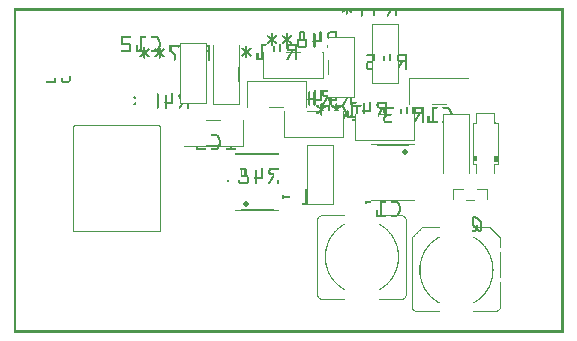
<source format=gbo>
G04 MADE WITH FRITZING*
G04 WWW.FRITZING.ORG*
G04 DOUBLE SIDED*
G04 HOLES PLATED*
G04 CONTOUR ON CENTER OF CONTOUR VECTOR*
%ASAXBY*%
%FSLAX23Y23*%
%MOIN*%
%OFA0B0*%
%SFA1.0B1.0*%
%ADD10C,0.019307X0.00330708*%
%ADD11R,0.011811X0.019685*%
%ADD12R,0.001000X0.001000*%
%LNSILK0*%
G90*
G70*
G54D10*
X772Y432D03*
X1304Y606D03*
G54D11*
X1608Y582D03*
G54D12*
X0Y1083D02*
X1832Y1083D01*
X0Y1082D02*
X1832Y1082D01*
X0Y1081D02*
X1832Y1081D01*
X0Y1080D02*
X1832Y1080D01*
X0Y1079D02*
X1832Y1079D01*
X0Y1078D02*
X1832Y1078D01*
X0Y1077D02*
X1832Y1077D01*
X0Y1076D02*
X1832Y1076D01*
X0Y1075D02*
X7Y1075D01*
X1095Y1075D02*
X1123Y1075D01*
X1156Y1075D02*
X1162Y1075D01*
X1195Y1075D02*
X1224Y1075D01*
X1251Y1075D02*
X1258Y1075D01*
X1270Y1075D02*
X1276Y1075D01*
X1825Y1075D02*
X1832Y1075D01*
X0Y1074D02*
X7Y1074D01*
X1093Y1074D02*
X1103Y1074D01*
X1106Y1074D02*
X1112Y1074D01*
X1114Y1074D02*
X1124Y1074D01*
X1156Y1074D02*
X1162Y1074D01*
X1196Y1074D02*
X1224Y1074D01*
X1251Y1074D02*
X1258Y1074D01*
X1270Y1074D02*
X1276Y1074D01*
X1825Y1074D02*
X1832Y1074D01*
X0Y1073D02*
X7Y1073D01*
X1093Y1073D02*
X1102Y1073D01*
X1106Y1073D02*
X1112Y1073D01*
X1116Y1073D02*
X1125Y1073D01*
X1156Y1073D02*
X1162Y1073D01*
X1198Y1073D02*
X1204Y1073D01*
X1250Y1073D02*
X1257Y1073D01*
X1270Y1073D02*
X1276Y1073D01*
X1825Y1073D02*
X1832Y1073D01*
X0Y1072D02*
X7Y1072D01*
X1092Y1072D02*
X1101Y1072D01*
X1106Y1072D02*
X1112Y1072D01*
X1117Y1072D02*
X1125Y1072D01*
X1156Y1072D02*
X1162Y1072D01*
X1198Y1072D02*
X1204Y1072D01*
X1249Y1072D02*
X1257Y1072D01*
X1270Y1072D02*
X1276Y1072D01*
X1825Y1072D02*
X1832Y1072D01*
X0Y1071D02*
X7Y1071D01*
X1092Y1071D02*
X1100Y1071D01*
X1106Y1071D02*
X1112Y1071D01*
X1118Y1071D02*
X1126Y1071D01*
X1156Y1071D02*
X1162Y1071D01*
X1198Y1071D02*
X1204Y1071D01*
X1249Y1071D02*
X1256Y1071D01*
X1270Y1071D02*
X1276Y1071D01*
X1825Y1071D02*
X1832Y1071D01*
X0Y1070D02*
X7Y1070D01*
X1092Y1070D02*
X1099Y1070D01*
X1106Y1070D02*
X1112Y1070D01*
X1119Y1070D02*
X1125Y1070D01*
X1156Y1070D02*
X1162Y1070D01*
X1198Y1070D02*
X1204Y1070D01*
X1248Y1070D02*
X1255Y1070D01*
X1270Y1070D02*
X1276Y1070D01*
X1825Y1070D02*
X1832Y1070D01*
X0Y1069D02*
X7Y1069D01*
X1093Y1069D02*
X1097Y1069D01*
X1106Y1069D02*
X1112Y1069D01*
X1120Y1069D02*
X1125Y1069D01*
X1156Y1069D02*
X1162Y1069D01*
X1198Y1069D02*
X1204Y1069D01*
X1248Y1069D02*
X1255Y1069D01*
X1270Y1069D02*
X1276Y1069D01*
X1825Y1069D02*
X1832Y1069D01*
X0Y1068D02*
X7Y1068D01*
X1094Y1068D02*
X1096Y1068D01*
X1106Y1068D02*
X1112Y1068D01*
X1122Y1068D02*
X1123Y1068D01*
X1156Y1068D02*
X1162Y1068D01*
X1198Y1068D02*
X1204Y1068D01*
X1247Y1068D02*
X1254Y1068D01*
X1270Y1068D02*
X1276Y1068D01*
X1825Y1068D02*
X1832Y1068D01*
X0Y1067D02*
X7Y1067D01*
X1106Y1067D02*
X1112Y1067D01*
X1156Y1067D02*
X1162Y1067D01*
X1198Y1067D02*
X1204Y1067D01*
X1246Y1067D02*
X1254Y1067D01*
X1270Y1067D02*
X1276Y1067D01*
X1825Y1067D02*
X1832Y1067D01*
X0Y1066D02*
X7Y1066D01*
X1106Y1066D02*
X1112Y1066D01*
X1156Y1066D02*
X1162Y1066D01*
X1198Y1066D02*
X1204Y1066D01*
X1246Y1066D02*
X1253Y1066D01*
X1270Y1066D02*
X1276Y1066D01*
X1825Y1066D02*
X1832Y1066D01*
X0Y1065D02*
X7Y1065D01*
X1106Y1065D02*
X1112Y1065D01*
X1156Y1065D02*
X1162Y1065D01*
X1198Y1065D02*
X1204Y1065D01*
X1245Y1065D02*
X1252Y1065D01*
X1270Y1065D02*
X1276Y1065D01*
X1825Y1065D02*
X1832Y1065D01*
X0Y1064D02*
X7Y1064D01*
X1106Y1064D02*
X1112Y1064D01*
X1156Y1064D02*
X1162Y1064D01*
X1198Y1064D02*
X1204Y1064D01*
X1245Y1064D02*
X1252Y1064D01*
X1270Y1064D02*
X1276Y1064D01*
X1825Y1064D02*
X1832Y1064D01*
X0Y1063D02*
X7Y1063D01*
X1107Y1063D02*
X1111Y1063D01*
X1156Y1063D02*
X1162Y1063D01*
X1198Y1063D02*
X1204Y1063D01*
X1244Y1063D02*
X1251Y1063D01*
X1270Y1063D02*
X1276Y1063D01*
X1825Y1063D02*
X1832Y1063D01*
X0Y1062D02*
X7Y1062D01*
X1108Y1062D02*
X1109Y1062D01*
X1156Y1062D02*
X1162Y1062D01*
X1198Y1062D02*
X1204Y1062D01*
X1244Y1062D02*
X1251Y1062D01*
X1270Y1062D02*
X1276Y1062D01*
X1825Y1062D02*
X1832Y1062D01*
X0Y1061D02*
X7Y1061D01*
X1156Y1061D02*
X1162Y1061D01*
X1198Y1061D02*
X1204Y1061D01*
X1243Y1061D02*
X1250Y1061D01*
X1270Y1061D02*
X1276Y1061D01*
X1825Y1061D02*
X1832Y1061D01*
X0Y1060D02*
X7Y1060D01*
X1156Y1060D02*
X1162Y1060D01*
X1198Y1060D02*
X1204Y1060D01*
X1243Y1060D02*
X1250Y1060D01*
X1270Y1060D02*
X1276Y1060D01*
X1825Y1060D02*
X1832Y1060D01*
X0Y1059D02*
X7Y1059D01*
X1156Y1059D02*
X1162Y1059D01*
X1198Y1059D02*
X1204Y1059D01*
X1243Y1059D02*
X1249Y1059D01*
X1270Y1059D02*
X1276Y1059D01*
X1825Y1059D02*
X1832Y1059D01*
X0Y1058D02*
X7Y1058D01*
X1156Y1058D02*
X1162Y1058D01*
X1198Y1058D02*
X1203Y1058D01*
X1243Y1058D02*
X1248Y1058D01*
X1270Y1058D02*
X1276Y1058D01*
X1825Y1058D02*
X1832Y1058D01*
X0Y1057D02*
X7Y1057D01*
X1157Y1057D02*
X1161Y1057D01*
X1199Y1057D02*
X1203Y1057D01*
X1244Y1057D02*
X1248Y1057D01*
X1271Y1057D02*
X1275Y1057D01*
X1825Y1057D02*
X1832Y1057D01*
X0Y1056D02*
X7Y1056D01*
X1159Y1056D02*
X1159Y1056D01*
X1200Y1056D02*
X1201Y1056D01*
X1245Y1056D02*
X1246Y1056D01*
X1273Y1056D02*
X1273Y1056D01*
X1825Y1056D02*
X1832Y1056D01*
X0Y1055D02*
X7Y1055D01*
X1825Y1055D02*
X1832Y1055D01*
X0Y1054D02*
X7Y1054D01*
X1825Y1054D02*
X1832Y1054D01*
X0Y1053D02*
X7Y1053D01*
X1825Y1053D02*
X1832Y1053D01*
X0Y1052D02*
X7Y1052D01*
X1825Y1052D02*
X1832Y1052D01*
X0Y1051D02*
X7Y1051D01*
X1825Y1051D02*
X1832Y1051D01*
X0Y1050D02*
X7Y1050D01*
X1825Y1050D02*
X1832Y1050D01*
X0Y1049D02*
X7Y1049D01*
X1825Y1049D02*
X1832Y1049D01*
X0Y1048D02*
X7Y1048D01*
X1825Y1048D02*
X1832Y1048D01*
X0Y1047D02*
X7Y1047D01*
X1825Y1047D02*
X1832Y1047D01*
X0Y1046D02*
X7Y1046D01*
X1825Y1046D02*
X1832Y1046D01*
X0Y1045D02*
X7Y1045D01*
X1825Y1045D02*
X1832Y1045D01*
X0Y1044D02*
X7Y1044D01*
X1825Y1044D02*
X1832Y1044D01*
X0Y1043D02*
X7Y1043D01*
X1825Y1043D02*
X1832Y1043D01*
X0Y1042D02*
X7Y1042D01*
X1825Y1042D02*
X1832Y1042D01*
X0Y1041D02*
X7Y1041D01*
X1825Y1041D02*
X1832Y1041D01*
X0Y1040D02*
X7Y1040D01*
X1825Y1040D02*
X1832Y1040D01*
X0Y1039D02*
X7Y1039D01*
X1825Y1039D02*
X1832Y1039D01*
X0Y1038D02*
X7Y1038D01*
X1825Y1038D02*
X1832Y1038D01*
X0Y1037D02*
X7Y1037D01*
X1825Y1037D02*
X1832Y1037D01*
X0Y1036D02*
X7Y1036D01*
X1825Y1036D02*
X1832Y1036D01*
X0Y1035D02*
X7Y1035D01*
X1825Y1035D02*
X1832Y1035D01*
X0Y1034D02*
X7Y1034D01*
X1825Y1034D02*
X1832Y1034D01*
X0Y1033D02*
X7Y1033D01*
X1825Y1033D02*
X1832Y1033D01*
X0Y1032D02*
X7Y1032D01*
X1825Y1032D02*
X1832Y1032D01*
X0Y1031D02*
X7Y1031D01*
X1194Y1031D02*
X1284Y1031D01*
X1825Y1031D02*
X1832Y1031D01*
X0Y1030D02*
X7Y1030D01*
X1194Y1030D02*
X1284Y1030D01*
X1825Y1030D02*
X1832Y1030D01*
X0Y1029D02*
X7Y1029D01*
X1194Y1029D02*
X1284Y1029D01*
X1825Y1029D02*
X1832Y1029D01*
X0Y1028D02*
X7Y1028D01*
X1194Y1028D02*
X1196Y1028D01*
X1282Y1028D02*
X1284Y1028D01*
X1825Y1028D02*
X1832Y1028D01*
X0Y1027D02*
X7Y1027D01*
X1194Y1027D02*
X1196Y1027D01*
X1282Y1027D02*
X1284Y1027D01*
X1825Y1027D02*
X1832Y1027D01*
X0Y1026D02*
X7Y1026D01*
X1194Y1026D02*
X1196Y1026D01*
X1282Y1026D02*
X1284Y1026D01*
X1825Y1026D02*
X1832Y1026D01*
X0Y1025D02*
X7Y1025D01*
X1194Y1025D02*
X1196Y1025D01*
X1282Y1025D02*
X1284Y1025D01*
X1825Y1025D02*
X1832Y1025D01*
X0Y1024D02*
X7Y1024D01*
X1194Y1024D02*
X1196Y1024D01*
X1282Y1024D02*
X1284Y1024D01*
X1825Y1024D02*
X1832Y1024D01*
X0Y1023D02*
X7Y1023D01*
X1194Y1023D02*
X1196Y1023D01*
X1282Y1023D02*
X1284Y1023D01*
X1825Y1023D02*
X1832Y1023D01*
X0Y1022D02*
X7Y1022D01*
X1194Y1022D02*
X1196Y1022D01*
X1282Y1022D02*
X1284Y1022D01*
X1825Y1022D02*
X1832Y1022D01*
X0Y1021D02*
X7Y1021D01*
X1194Y1021D02*
X1196Y1021D01*
X1282Y1021D02*
X1284Y1021D01*
X1825Y1021D02*
X1832Y1021D01*
X0Y1020D02*
X7Y1020D01*
X1194Y1020D02*
X1196Y1020D01*
X1282Y1020D02*
X1284Y1020D01*
X1825Y1020D02*
X1832Y1020D01*
X0Y1019D02*
X7Y1019D01*
X1194Y1019D02*
X1196Y1019D01*
X1282Y1019D02*
X1284Y1019D01*
X1825Y1019D02*
X1832Y1019D01*
X0Y1018D02*
X7Y1018D01*
X1194Y1018D02*
X1196Y1018D01*
X1282Y1018D02*
X1284Y1018D01*
X1825Y1018D02*
X1832Y1018D01*
X0Y1017D02*
X7Y1017D01*
X1194Y1017D02*
X1196Y1017D01*
X1282Y1017D02*
X1284Y1017D01*
X1825Y1017D02*
X1832Y1017D01*
X0Y1016D02*
X7Y1016D01*
X1194Y1016D02*
X1196Y1016D01*
X1282Y1016D02*
X1284Y1016D01*
X1825Y1016D02*
X1832Y1016D01*
X0Y1015D02*
X7Y1015D01*
X1194Y1015D02*
X1196Y1015D01*
X1282Y1015D02*
X1284Y1015D01*
X1825Y1015D02*
X1832Y1015D01*
X0Y1014D02*
X7Y1014D01*
X1194Y1014D02*
X1196Y1014D01*
X1282Y1014D02*
X1284Y1014D01*
X1825Y1014D02*
X1832Y1014D01*
X0Y1013D02*
X7Y1013D01*
X1194Y1013D02*
X1196Y1013D01*
X1282Y1013D02*
X1284Y1013D01*
X1825Y1013D02*
X1832Y1013D01*
X0Y1012D02*
X7Y1012D01*
X1194Y1012D02*
X1196Y1012D01*
X1282Y1012D02*
X1284Y1012D01*
X1825Y1012D02*
X1832Y1012D01*
X0Y1011D02*
X7Y1011D01*
X1194Y1011D02*
X1196Y1011D01*
X1282Y1011D02*
X1284Y1011D01*
X1825Y1011D02*
X1832Y1011D01*
X0Y1010D02*
X7Y1010D01*
X1194Y1010D02*
X1196Y1010D01*
X1282Y1010D02*
X1284Y1010D01*
X1825Y1010D02*
X1832Y1010D01*
X0Y1009D02*
X7Y1009D01*
X1194Y1009D02*
X1196Y1009D01*
X1282Y1009D02*
X1284Y1009D01*
X1825Y1009D02*
X1832Y1009D01*
X0Y1008D02*
X7Y1008D01*
X1194Y1008D02*
X1196Y1008D01*
X1282Y1008D02*
X1284Y1008D01*
X1825Y1008D02*
X1832Y1008D01*
X0Y1007D02*
X7Y1007D01*
X1194Y1007D02*
X1196Y1007D01*
X1282Y1007D02*
X1284Y1007D01*
X1825Y1007D02*
X1832Y1007D01*
X0Y1006D02*
X7Y1006D01*
X953Y1006D02*
X967Y1006D01*
X1022Y1006D02*
X1022Y1006D01*
X1053Y1006D02*
X1077Y1006D01*
X1194Y1006D02*
X1196Y1006D01*
X1282Y1006D02*
X1284Y1006D01*
X1825Y1006D02*
X1832Y1006D01*
X0Y1005D02*
X7Y1005D01*
X951Y1005D02*
X969Y1005D01*
X1020Y1005D02*
X1024Y1005D01*
X1049Y1005D02*
X1077Y1005D01*
X1194Y1005D02*
X1196Y1005D01*
X1282Y1005D02*
X1284Y1005D01*
X1825Y1005D02*
X1832Y1005D01*
X0Y1004D02*
X7Y1004D01*
X950Y1004D02*
X969Y1004D01*
X1020Y1004D02*
X1025Y1004D01*
X1048Y1004D02*
X1077Y1004D01*
X1194Y1004D02*
X1196Y1004D01*
X1282Y1004D02*
X1284Y1004D01*
X1825Y1004D02*
X1832Y1004D01*
X0Y1003D02*
X7Y1003D01*
X950Y1003D02*
X970Y1003D01*
X1019Y1003D02*
X1025Y1003D01*
X1047Y1003D02*
X1077Y1003D01*
X1194Y1003D02*
X1196Y1003D01*
X1282Y1003D02*
X1284Y1003D01*
X1825Y1003D02*
X1832Y1003D01*
X0Y1002D02*
X7Y1002D01*
X950Y1002D02*
X970Y1002D01*
X1019Y1002D02*
X1025Y1002D01*
X1046Y1002D02*
X1077Y1002D01*
X1194Y1002D02*
X1196Y1002D01*
X1282Y1002D02*
X1284Y1002D01*
X1825Y1002D02*
X1832Y1002D01*
X0Y1001D02*
X7Y1001D01*
X950Y1001D02*
X970Y1001D01*
X1019Y1001D02*
X1025Y1001D01*
X1045Y1001D02*
X1077Y1001D01*
X1194Y1001D02*
X1196Y1001D01*
X1282Y1001D02*
X1284Y1001D01*
X1825Y1001D02*
X1832Y1001D01*
X0Y1000D02*
X7Y1000D01*
X859Y1000D02*
X860Y1000D01*
X909Y1000D02*
X910Y1000D01*
X950Y1000D02*
X970Y1000D01*
X1001Y1000D02*
X1002Y1000D01*
X1019Y1000D02*
X1025Y1000D01*
X1044Y1000D02*
X1077Y1000D01*
X1194Y1000D02*
X1196Y1000D01*
X1282Y1000D02*
X1284Y1000D01*
X1825Y1000D02*
X1832Y1000D01*
X0Y999D02*
X7Y999D01*
X857Y999D02*
X862Y999D01*
X908Y999D02*
X912Y999D01*
X950Y999D02*
X957Y999D01*
X963Y999D02*
X970Y999D01*
X999Y999D02*
X1004Y999D01*
X1019Y999D02*
X1025Y999D01*
X1044Y999D02*
X1053Y999D01*
X1071Y999D02*
X1077Y999D01*
X1194Y999D02*
X1196Y999D01*
X1282Y999D02*
X1284Y999D01*
X1825Y999D02*
X1832Y999D01*
X0Y998D02*
X7Y998D01*
X857Y998D02*
X862Y998D01*
X907Y998D02*
X912Y998D01*
X950Y998D02*
X956Y998D01*
X964Y998D02*
X970Y998D01*
X999Y998D02*
X1004Y998D01*
X1019Y998D02*
X1025Y998D01*
X1044Y998D02*
X1051Y998D01*
X1071Y998D02*
X1077Y998D01*
X1194Y998D02*
X1196Y998D01*
X1282Y998D02*
X1284Y998D01*
X1825Y998D02*
X1832Y998D01*
X0Y997D02*
X7Y997D01*
X857Y997D02*
X863Y997D01*
X907Y997D02*
X913Y997D01*
X950Y997D02*
X956Y997D01*
X964Y997D02*
X970Y997D01*
X999Y997D02*
X1005Y997D01*
X1019Y997D02*
X1025Y997D01*
X1044Y997D02*
X1050Y997D01*
X1071Y997D02*
X1077Y997D01*
X1194Y997D02*
X1196Y997D01*
X1282Y997D02*
X1284Y997D01*
X1825Y997D02*
X1832Y997D01*
X0Y996D02*
X7Y996D01*
X857Y996D02*
X863Y996D01*
X907Y996D02*
X913Y996D01*
X950Y996D02*
X956Y996D01*
X964Y996D02*
X970Y996D01*
X999Y996D02*
X1005Y996D01*
X1019Y996D02*
X1025Y996D01*
X1043Y996D02*
X1050Y996D01*
X1071Y996D02*
X1077Y996D01*
X1194Y996D02*
X1196Y996D01*
X1282Y996D02*
X1284Y996D01*
X1825Y996D02*
X1832Y996D01*
X0Y995D02*
X7Y995D01*
X857Y995D02*
X863Y995D01*
X907Y995D02*
X913Y995D01*
X950Y995D02*
X956Y995D01*
X964Y995D02*
X970Y995D01*
X999Y995D02*
X1005Y995D01*
X1019Y995D02*
X1025Y995D01*
X1043Y995D02*
X1050Y995D01*
X1071Y995D02*
X1077Y995D01*
X1194Y995D02*
X1196Y995D01*
X1282Y995D02*
X1284Y995D01*
X1825Y995D02*
X1832Y995D01*
X0Y994D02*
X7Y994D01*
X845Y994D02*
X847Y994D01*
X857Y994D02*
X863Y994D01*
X873Y994D02*
X874Y994D01*
X895Y994D02*
X897Y994D01*
X907Y994D02*
X913Y994D01*
X923Y994D02*
X924Y994D01*
X950Y994D02*
X956Y994D01*
X964Y994D02*
X970Y994D01*
X999Y994D02*
X1005Y994D01*
X1019Y994D02*
X1025Y994D01*
X1043Y994D02*
X1050Y994D01*
X1071Y994D02*
X1077Y994D01*
X1194Y994D02*
X1196Y994D01*
X1282Y994D02*
X1284Y994D01*
X1825Y994D02*
X1832Y994D01*
X0Y993D02*
X7Y993D01*
X844Y993D02*
X848Y993D01*
X857Y993D02*
X863Y993D01*
X871Y993D02*
X876Y993D01*
X894Y993D02*
X898Y993D01*
X907Y993D02*
X913Y993D01*
X921Y993D02*
X926Y993D01*
X950Y993D02*
X956Y993D01*
X964Y993D02*
X970Y993D01*
X999Y993D02*
X1005Y993D01*
X1019Y993D02*
X1025Y993D01*
X1043Y993D02*
X1050Y993D01*
X1071Y993D02*
X1077Y993D01*
X1194Y993D02*
X1196Y993D01*
X1282Y993D02*
X1284Y993D01*
X1825Y993D02*
X1832Y993D01*
X0Y992D02*
X7Y992D01*
X843Y992D02*
X849Y992D01*
X857Y992D02*
X863Y992D01*
X870Y992D02*
X876Y992D01*
X893Y992D02*
X899Y992D01*
X907Y992D02*
X913Y992D01*
X920Y992D02*
X926Y992D01*
X950Y992D02*
X956Y992D01*
X964Y992D02*
X970Y992D01*
X999Y992D02*
X1005Y992D01*
X1019Y992D02*
X1025Y992D01*
X1043Y992D02*
X1050Y992D01*
X1071Y992D02*
X1077Y992D01*
X1194Y992D02*
X1196Y992D01*
X1282Y992D02*
X1284Y992D01*
X1825Y992D02*
X1832Y992D01*
X0Y991D02*
X7Y991D01*
X362Y991D02*
X388Y991D01*
X421Y991D02*
X438Y991D01*
X460Y991D02*
X475Y991D01*
X843Y991D02*
X850Y991D01*
X857Y991D02*
X863Y991D01*
X869Y991D02*
X876Y991D01*
X893Y991D02*
X901Y991D01*
X907Y991D02*
X913Y991D01*
X919Y991D02*
X926Y991D01*
X950Y991D02*
X956Y991D01*
X964Y991D02*
X970Y991D01*
X999Y991D02*
X1005Y991D01*
X1019Y991D02*
X1025Y991D01*
X1044Y991D02*
X1050Y991D01*
X1071Y991D02*
X1077Y991D01*
X1194Y991D02*
X1196Y991D01*
X1282Y991D02*
X1284Y991D01*
X1825Y991D02*
X1832Y991D01*
X0Y990D02*
X7Y990D01*
X360Y990D02*
X389Y990D01*
X421Y990D02*
X440Y990D01*
X458Y990D02*
X478Y990D01*
X843Y990D02*
X852Y990D01*
X857Y990D02*
X863Y990D01*
X868Y990D02*
X876Y990D01*
X893Y990D02*
X902Y990D01*
X907Y990D02*
X913Y990D01*
X918Y990D02*
X926Y990D01*
X950Y990D02*
X956Y990D01*
X964Y990D02*
X970Y990D01*
X999Y990D02*
X1005Y990D01*
X1019Y990D02*
X1025Y990D01*
X1044Y990D02*
X1050Y990D01*
X1071Y990D02*
X1077Y990D01*
X1194Y990D02*
X1196Y990D01*
X1282Y990D02*
X1284Y990D01*
X1825Y990D02*
X1832Y990D01*
X0Y989D02*
X7Y989D01*
X359Y989D02*
X390Y989D01*
X421Y989D02*
X440Y989D01*
X457Y989D02*
X479Y989D01*
X843Y989D02*
X853Y989D01*
X857Y989D02*
X863Y989D01*
X866Y989D02*
X876Y989D01*
X893Y989D02*
X903Y989D01*
X907Y989D02*
X913Y989D01*
X917Y989D02*
X926Y989D01*
X950Y989D02*
X956Y989D01*
X964Y989D02*
X970Y989D01*
X999Y989D02*
X1005Y989D01*
X1019Y989D02*
X1025Y989D01*
X1044Y989D02*
X1051Y989D01*
X1071Y989D02*
X1077Y989D01*
X1194Y989D02*
X1196Y989D01*
X1282Y989D02*
X1284Y989D01*
X1825Y989D02*
X1832Y989D01*
X0Y988D02*
X7Y988D01*
X358Y988D02*
X390Y988D01*
X421Y988D02*
X440Y988D01*
X457Y988D02*
X480Y988D01*
X844Y988D02*
X854Y988D01*
X857Y988D02*
X863Y988D01*
X865Y988D02*
X875Y988D01*
X894Y988D02*
X904Y988D01*
X907Y988D02*
X913Y988D01*
X915Y988D02*
X925Y988D01*
X950Y988D02*
X956Y988D01*
X964Y988D02*
X970Y988D01*
X999Y988D02*
X1005Y988D01*
X1019Y988D02*
X1025Y988D01*
X1044Y988D02*
X1077Y988D01*
X1194Y988D02*
X1196Y988D01*
X1282Y988D02*
X1284Y988D01*
X1825Y988D02*
X1832Y988D01*
X0Y987D02*
X7Y987D01*
X357Y987D02*
X390Y987D01*
X421Y987D02*
X440Y987D01*
X457Y987D02*
X481Y987D01*
X845Y987D02*
X874Y987D01*
X895Y987D02*
X924Y987D01*
X950Y987D02*
X956Y987D01*
X964Y987D02*
X970Y987D01*
X999Y987D02*
X1005Y987D01*
X1019Y987D02*
X1025Y987D01*
X1045Y987D02*
X1077Y987D01*
X1194Y987D02*
X1196Y987D01*
X1282Y987D02*
X1284Y987D01*
X1825Y987D02*
X1832Y987D01*
X0Y986D02*
X7Y986D01*
X357Y986D02*
X390Y986D01*
X421Y986D02*
X440Y986D01*
X458Y986D02*
X482Y986D01*
X846Y986D02*
X873Y986D01*
X897Y986D02*
X923Y986D01*
X950Y986D02*
X956Y986D01*
X964Y986D02*
X970Y986D01*
X999Y986D02*
X1005Y986D01*
X1019Y986D02*
X1025Y986D01*
X1045Y986D02*
X1136Y986D01*
X1194Y986D02*
X1196Y986D01*
X1282Y986D02*
X1284Y986D01*
X1825Y986D02*
X1832Y986D01*
X0Y985D02*
X7Y985D01*
X357Y985D02*
X389Y985D01*
X421Y985D02*
X439Y985D01*
X458Y985D02*
X482Y985D01*
X848Y985D02*
X872Y985D01*
X898Y985D02*
X922Y985D01*
X950Y985D02*
X956Y985D01*
X964Y985D02*
X970Y985D01*
X999Y985D02*
X1005Y985D01*
X1019Y985D02*
X1025Y985D01*
X1046Y985D02*
X1136Y985D01*
X1194Y985D02*
X1196Y985D01*
X1282Y985D02*
X1284Y985D01*
X1825Y985D02*
X1832Y985D01*
X0Y984D02*
X7Y984D01*
X357Y984D02*
X363Y984D01*
X421Y984D02*
X427Y984D01*
X475Y984D02*
X483Y984D01*
X849Y984D02*
X870Y984D01*
X899Y984D02*
X921Y984D01*
X950Y984D02*
X956Y984D01*
X964Y984D02*
X970Y984D01*
X999Y984D02*
X1005Y984D01*
X1019Y984D02*
X1025Y984D01*
X1047Y984D02*
X1136Y984D01*
X1194Y984D02*
X1196Y984D01*
X1282Y984D02*
X1284Y984D01*
X1825Y984D02*
X1832Y984D01*
X0Y983D02*
X7Y983D01*
X357Y983D02*
X363Y983D01*
X421Y983D02*
X427Y983D01*
X476Y983D02*
X483Y983D01*
X850Y983D02*
X869Y983D01*
X900Y983D02*
X919Y983D01*
X950Y983D02*
X956Y983D01*
X964Y983D02*
X970Y983D01*
X999Y983D02*
X1005Y983D01*
X1019Y983D02*
X1025Y983D01*
X1047Y983D02*
X1049Y983D01*
X1134Y983D02*
X1136Y983D01*
X1194Y983D02*
X1196Y983D01*
X1282Y983D02*
X1284Y983D01*
X1825Y983D02*
X1832Y983D01*
X0Y982D02*
X7Y982D01*
X357Y982D02*
X363Y982D01*
X421Y982D02*
X427Y982D01*
X477Y982D02*
X484Y982D01*
X851Y982D02*
X868Y982D01*
X901Y982D02*
X918Y982D01*
X948Y982D02*
X972Y982D01*
X999Y982D02*
X1005Y982D01*
X1019Y982D02*
X1025Y982D01*
X1047Y982D02*
X1048Y982D01*
X1134Y982D02*
X1136Y982D01*
X1194Y982D02*
X1196Y982D01*
X1282Y982D02*
X1284Y982D01*
X1825Y982D02*
X1832Y982D01*
X0Y981D02*
X7Y981D01*
X357Y981D02*
X363Y981D01*
X421Y981D02*
X427Y981D01*
X477Y981D02*
X484Y981D01*
X852Y981D02*
X867Y981D01*
X902Y981D02*
X917Y981D01*
X946Y981D02*
X974Y981D01*
X999Y981D02*
X1005Y981D01*
X1019Y981D02*
X1025Y981D01*
X1047Y981D02*
X1048Y981D01*
X1134Y981D02*
X1136Y981D01*
X1194Y981D02*
X1196Y981D01*
X1282Y981D02*
X1284Y981D01*
X1825Y981D02*
X1832Y981D01*
X0Y980D02*
X7Y980D01*
X357Y980D02*
X363Y980D01*
X421Y980D02*
X427Y980D01*
X478Y980D02*
X485Y980D01*
X853Y980D02*
X866Y980D01*
X904Y980D02*
X916Y980D01*
X945Y980D02*
X975Y980D01*
X999Y980D02*
X1005Y980D01*
X1019Y980D02*
X1025Y980D01*
X1047Y980D02*
X1048Y980D01*
X1134Y980D02*
X1136Y980D01*
X1194Y980D02*
X1196Y980D01*
X1282Y980D02*
X1284Y980D01*
X1825Y980D02*
X1832Y980D01*
X0Y979D02*
X7Y979D01*
X357Y979D02*
X363Y979D01*
X421Y979D02*
X427Y979D01*
X478Y979D02*
X485Y979D01*
X854Y979D02*
X865Y979D01*
X905Y979D02*
X915Y979D01*
X944Y979D02*
X976Y979D01*
X999Y979D02*
X1005Y979D01*
X1019Y979D02*
X1025Y979D01*
X1047Y979D02*
X1048Y979D01*
X1134Y979D02*
X1136Y979D01*
X1194Y979D02*
X1196Y979D01*
X1282Y979D02*
X1284Y979D01*
X1825Y979D02*
X1832Y979D01*
X0Y978D02*
X7Y978D01*
X357Y978D02*
X363Y978D01*
X421Y978D02*
X427Y978D01*
X479Y978D02*
X486Y978D01*
X853Y978D02*
X866Y978D01*
X904Y978D02*
X916Y978D01*
X944Y978D02*
X976Y978D01*
X999Y978D02*
X1005Y978D01*
X1019Y978D02*
X1025Y978D01*
X1047Y978D02*
X1048Y978D01*
X1134Y978D02*
X1136Y978D01*
X1194Y978D02*
X1196Y978D01*
X1282Y978D02*
X1284Y978D01*
X1825Y978D02*
X1832Y978D01*
X0Y977D02*
X7Y977D01*
X357Y977D02*
X363Y977D01*
X421Y977D02*
X427Y977D01*
X479Y977D02*
X486Y977D01*
X852Y977D02*
X867Y977D01*
X902Y977D02*
X917Y977D01*
X943Y977D02*
X977Y977D01*
X998Y977D02*
X1005Y977D01*
X1019Y977D02*
X1025Y977D01*
X1047Y977D02*
X1048Y977D01*
X1134Y977D02*
X1136Y977D01*
X1194Y977D02*
X1196Y977D01*
X1282Y977D02*
X1284Y977D01*
X1825Y977D02*
X1832Y977D01*
X0Y976D02*
X7Y976D01*
X357Y976D02*
X363Y976D01*
X421Y976D02*
X427Y976D01*
X480Y976D02*
X487Y976D01*
X851Y976D02*
X868Y976D01*
X901Y976D02*
X918Y976D01*
X943Y976D02*
X977Y976D01*
X997Y976D02*
X1025Y976D01*
X1047Y976D02*
X1048Y976D01*
X1134Y976D02*
X1136Y976D01*
X1194Y976D02*
X1196Y976D01*
X1282Y976D02*
X1284Y976D01*
X1825Y976D02*
X1832Y976D01*
X0Y975D02*
X7Y975D01*
X357Y975D02*
X363Y975D01*
X421Y975D02*
X427Y975D01*
X480Y975D02*
X487Y975D01*
X850Y975D02*
X869Y975D01*
X900Y975D02*
X919Y975D01*
X943Y975D02*
X949Y975D01*
X971Y975D02*
X977Y975D01*
X996Y975D02*
X1025Y975D01*
X1047Y975D02*
X1048Y975D01*
X1134Y975D02*
X1136Y975D01*
X1194Y975D02*
X1196Y975D01*
X1282Y975D02*
X1284Y975D01*
X1825Y975D02*
X1832Y975D01*
X0Y974D02*
X7Y974D01*
X357Y974D02*
X363Y974D01*
X421Y974D02*
X427Y974D01*
X481Y974D02*
X488Y974D01*
X849Y974D02*
X870Y974D01*
X899Y974D02*
X921Y974D01*
X943Y974D02*
X949Y974D01*
X971Y974D02*
X977Y974D01*
X995Y974D02*
X1025Y974D01*
X1047Y974D02*
X1048Y974D01*
X1134Y974D02*
X1136Y974D01*
X1194Y974D02*
X1196Y974D01*
X1282Y974D02*
X1284Y974D01*
X1825Y974D02*
X1832Y974D01*
X0Y973D02*
X7Y973D01*
X357Y973D02*
X363Y973D01*
X421Y973D02*
X427Y973D01*
X481Y973D02*
X488Y973D01*
X848Y973D02*
X872Y973D01*
X898Y973D02*
X922Y973D01*
X943Y973D02*
X949Y973D01*
X971Y973D02*
X977Y973D01*
X995Y973D02*
X1025Y973D01*
X1047Y973D02*
X1048Y973D01*
X1134Y973D02*
X1136Y973D01*
X1194Y973D02*
X1196Y973D01*
X1282Y973D02*
X1284Y973D01*
X1825Y973D02*
X1832Y973D01*
X0Y972D02*
X7Y972D01*
X357Y972D02*
X363Y972D01*
X421Y972D02*
X427Y972D01*
X482Y972D02*
X489Y972D01*
X846Y972D02*
X873Y972D01*
X897Y972D02*
X923Y972D01*
X943Y972D02*
X949Y972D01*
X971Y972D02*
X977Y972D01*
X995Y972D02*
X1025Y972D01*
X1047Y972D02*
X1048Y972D01*
X1134Y972D02*
X1136Y972D01*
X1194Y972D02*
X1196Y972D01*
X1282Y972D02*
X1284Y972D01*
X1825Y972D02*
X1832Y972D01*
X0Y971D02*
X7Y971D01*
X357Y971D02*
X363Y971D01*
X421Y971D02*
X427Y971D01*
X482Y971D02*
X489Y971D01*
X845Y971D02*
X874Y971D01*
X895Y971D02*
X924Y971D01*
X943Y971D02*
X949Y971D01*
X971Y971D02*
X977Y971D01*
X996Y971D02*
X1025Y971D01*
X1047Y971D02*
X1048Y971D01*
X1134Y971D02*
X1136Y971D01*
X1194Y971D02*
X1196Y971D01*
X1282Y971D02*
X1284Y971D01*
X1825Y971D02*
X1832Y971D01*
X0Y970D02*
X7Y970D01*
X357Y970D02*
X363Y970D01*
X421Y970D02*
X427Y970D01*
X483Y970D02*
X490Y970D01*
X844Y970D02*
X854Y970D01*
X857Y970D02*
X863Y970D01*
X865Y970D02*
X875Y970D01*
X894Y970D02*
X904Y970D01*
X907Y970D02*
X913Y970D01*
X915Y970D02*
X925Y970D01*
X943Y970D02*
X949Y970D01*
X971Y970D02*
X977Y970D01*
X997Y970D02*
X1025Y970D01*
X1047Y970D02*
X1048Y970D01*
X1134Y970D02*
X1136Y970D01*
X1194Y970D02*
X1196Y970D01*
X1282Y970D02*
X1284Y970D01*
X1825Y970D02*
X1832Y970D01*
X0Y969D02*
X7Y969D01*
X357Y969D02*
X363Y969D01*
X421Y969D02*
X427Y969D01*
X483Y969D02*
X490Y969D01*
X843Y969D02*
X853Y969D01*
X857Y969D02*
X863Y969D01*
X866Y969D02*
X876Y969D01*
X893Y969D02*
X903Y969D01*
X907Y969D02*
X913Y969D01*
X917Y969D02*
X926Y969D01*
X943Y969D02*
X949Y969D01*
X971Y969D02*
X977Y969D01*
X999Y969D02*
X1005Y969D01*
X1047Y969D02*
X1048Y969D01*
X1134Y969D02*
X1136Y969D01*
X1194Y969D02*
X1196Y969D01*
X1282Y969D02*
X1284Y969D01*
X1825Y969D02*
X1832Y969D01*
X0Y968D02*
X7Y968D01*
X357Y968D02*
X363Y968D01*
X421Y968D02*
X427Y968D01*
X484Y968D02*
X490Y968D01*
X843Y968D02*
X852Y968D01*
X857Y968D02*
X863Y968D01*
X868Y968D02*
X876Y968D01*
X893Y968D02*
X902Y968D01*
X907Y968D02*
X913Y968D01*
X918Y968D02*
X926Y968D01*
X943Y968D02*
X949Y968D01*
X971Y968D02*
X977Y968D01*
X999Y968D02*
X1005Y968D01*
X1047Y968D02*
X1048Y968D01*
X1134Y968D02*
X1136Y968D01*
X1194Y968D02*
X1196Y968D01*
X1282Y968D02*
X1284Y968D01*
X1825Y968D02*
X1832Y968D01*
X0Y967D02*
X7Y967D01*
X357Y967D02*
X386Y967D01*
X421Y967D02*
X427Y967D01*
X484Y967D02*
X490Y967D01*
X843Y967D02*
X850Y967D01*
X857Y967D02*
X863Y967D01*
X869Y967D02*
X876Y967D01*
X893Y967D02*
X901Y967D01*
X907Y967D02*
X913Y967D01*
X919Y967D02*
X926Y967D01*
X943Y967D02*
X949Y967D01*
X971Y967D02*
X977Y967D01*
X999Y967D02*
X1005Y967D01*
X1047Y967D02*
X1048Y967D01*
X1134Y967D02*
X1136Y967D01*
X1194Y967D02*
X1196Y967D01*
X1282Y967D02*
X1284Y967D01*
X1825Y967D02*
X1832Y967D01*
X0Y966D02*
X7Y966D01*
X357Y966D02*
X388Y966D01*
X421Y966D02*
X427Y966D01*
X484Y966D02*
X491Y966D01*
X555Y966D02*
X644Y966D01*
X843Y966D02*
X849Y966D01*
X857Y966D02*
X863Y966D01*
X870Y966D02*
X876Y966D01*
X893Y966D02*
X899Y966D01*
X907Y966D02*
X913Y966D01*
X920Y966D02*
X926Y966D01*
X943Y966D02*
X949Y966D01*
X971Y966D02*
X977Y966D01*
X999Y966D02*
X1005Y966D01*
X1047Y966D02*
X1048Y966D01*
X1134Y966D02*
X1136Y966D01*
X1194Y966D02*
X1196Y966D01*
X1282Y966D02*
X1284Y966D01*
X1825Y966D02*
X1832Y966D01*
X0Y965D02*
X7Y965D01*
X357Y965D02*
X389Y965D01*
X421Y965D02*
X427Y965D01*
X485Y965D02*
X491Y965D01*
X555Y965D02*
X644Y965D01*
X844Y965D02*
X848Y965D01*
X857Y965D02*
X863Y965D01*
X871Y965D02*
X876Y965D01*
X894Y965D02*
X898Y965D01*
X907Y965D02*
X913Y965D01*
X921Y965D02*
X926Y965D01*
X943Y965D02*
X949Y965D01*
X971Y965D02*
X977Y965D01*
X999Y965D02*
X1005Y965D01*
X1047Y965D02*
X1048Y965D01*
X1134Y965D02*
X1136Y965D01*
X1194Y965D02*
X1196Y965D01*
X1282Y965D02*
X1284Y965D01*
X1825Y965D02*
X1832Y965D01*
X0Y964D02*
X7Y964D01*
X358Y964D02*
X389Y964D01*
X421Y964D02*
X427Y964D01*
X485Y964D02*
X491Y964D01*
X555Y964D02*
X644Y964D01*
X823Y964D02*
X841Y964D01*
X845Y964D02*
X847Y964D01*
X857Y964D02*
X863Y964D01*
X872Y964D02*
X874Y964D01*
X886Y964D02*
X889Y964D01*
X895Y964D02*
X897Y964D01*
X907Y964D02*
X913Y964D01*
X916Y964D02*
X949Y964D01*
X971Y964D02*
X977Y964D01*
X999Y964D02*
X1005Y964D01*
X1047Y964D02*
X1048Y964D01*
X1134Y964D02*
X1136Y964D01*
X1194Y964D02*
X1196Y964D01*
X1282Y964D02*
X1284Y964D01*
X1825Y964D02*
X1832Y964D01*
X0Y963D02*
X7Y963D01*
X359Y963D02*
X390Y963D01*
X421Y963D02*
X427Y963D01*
X485Y963D02*
X491Y963D01*
X555Y963D02*
X556Y963D01*
X642Y963D02*
X644Y963D01*
X823Y963D02*
X842Y963D01*
X857Y963D02*
X863Y963D01*
X885Y963D02*
X890Y963D01*
X907Y963D02*
X949Y963D01*
X971Y963D02*
X977Y963D01*
X999Y963D02*
X1005Y963D01*
X1047Y963D02*
X1048Y963D01*
X1134Y963D02*
X1136Y963D01*
X1194Y963D02*
X1196Y963D01*
X1282Y963D02*
X1284Y963D01*
X1825Y963D02*
X1832Y963D01*
X0Y962D02*
X7Y962D01*
X360Y962D02*
X390Y962D01*
X421Y962D02*
X427Y962D01*
X484Y962D02*
X491Y962D01*
X555Y962D02*
X556Y962D01*
X642Y962D02*
X644Y962D01*
X663Y962D02*
X752Y962D01*
X823Y962D02*
X842Y962D01*
X857Y962D02*
X863Y962D01*
X885Y962D02*
X891Y962D01*
X907Y962D02*
X949Y962D01*
X971Y962D02*
X977Y962D01*
X999Y962D02*
X1005Y962D01*
X1047Y962D02*
X1048Y962D01*
X1134Y962D02*
X1136Y962D01*
X1194Y962D02*
X1196Y962D01*
X1282Y962D02*
X1284Y962D01*
X1825Y962D02*
X1832Y962D01*
X0Y961D02*
X7Y961D01*
X362Y961D02*
X390Y961D01*
X408Y961D02*
X412Y961D01*
X421Y961D02*
X427Y961D01*
X484Y961D02*
X490Y961D01*
X519Y961D02*
X551Y961D01*
X555Y961D02*
X556Y961D01*
X642Y961D02*
X653Y961D01*
X663Y961D02*
X752Y961D01*
X823Y961D02*
X842Y961D01*
X857Y961D02*
X863Y961D01*
X885Y961D02*
X891Y961D01*
X907Y961D02*
X949Y961D01*
X971Y961D02*
X977Y961D01*
X999Y961D02*
X1005Y961D01*
X1046Y961D02*
X1048Y961D01*
X1134Y961D02*
X1136Y961D01*
X1194Y961D02*
X1196Y961D01*
X1282Y961D02*
X1284Y961D01*
X1825Y961D02*
X1832Y961D01*
X0Y960D02*
X7Y960D01*
X384Y960D02*
X390Y960D01*
X407Y960D02*
X412Y960D01*
X421Y960D02*
X427Y960D01*
X484Y960D02*
X490Y960D01*
X519Y960D02*
X552Y960D01*
X555Y960D02*
X556Y960D01*
X642Y960D02*
X653Y960D01*
X663Y960D02*
X752Y960D01*
X823Y960D02*
X842Y960D01*
X857Y960D02*
X862Y960D01*
X885Y960D02*
X891Y960D01*
X907Y960D02*
X949Y960D01*
X971Y960D02*
X977Y960D01*
X999Y960D02*
X1005Y960D01*
X1046Y960D02*
X1048Y960D01*
X1134Y960D02*
X1136Y960D01*
X1194Y960D02*
X1196Y960D01*
X1282Y960D02*
X1284Y960D01*
X1825Y960D02*
X1832Y960D01*
X0Y959D02*
X7Y959D01*
X384Y959D02*
X390Y959D01*
X407Y959D02*
X413Y959D01*
X421Y959D02*
X427Y959D01*
X483Y959D02*
X490Y959D01*
X519Y959D02*
X552Y959D01*
X555Y959D02*
X556Y959D01*
X642Y959D02*
X653Y959D01*
X663Y959D02*
X665Y959D01*
X750Y959D02*
X752Y959D01*
X823Y959D02*
X841Y959D01*
X857Y959D02*
X862Y959D01*
X885Y959D02*
X891Y959D01*
X908Y959D02*
X950Y959D01*
X970Y959D02*
X977Y959D01*
X999Y959D02*
X1005Y959D01*
X1045Y959D02*
X1048Y959D01*
X1134Y959D02*
X1136Y959D01*
X1194Y959D02*
X1196Y959D01*
X1282Y959D02*
X1284Y959D01*
X1825Y959D02*
X1832Y959D01*
X0Y958D02*
X7Y958D01*
X384Y958D02*
X390Y958D01*
X407Y958D02*
X413Y958D01*
X421Y958D02*
X427Y958D01*
X483Y958D02*
X489Y958D01*
X519Y958D02*
X552Y958D01*
X555Y958D02*
X556Y958D01*
X642Y958D02*
X653Y958D01*
X663Y958D02*
X665Y958D01*
X750Y958D02*
X752Y958D01*
X774Y958D02*
X777Y958D01*
X823Y958D02*
X840Y958D01*
X859Y958D02*
X860Y958D01*
X865Y958D02*
X869Y958D01*
X885Y958D02*
X891Y958D01*
X909Y958D02*
X977Y958D01*
X999Y958D02*
X1005Y958D01*
X1044Y958D02*
X1048Y958D01*
X1134Y958D02*
X1136Y958D01*
X1194Y958D02*
X1196Y958D01*
X1282Y958D02*
X1284Y958D01*
X1825Y958D02*
X1832Y958D01*
X0Y957D02*
X7Y957D01*
X384Y957D02*
X390Y957D01*
X407Y957D02*
X413Y957D01*
X421Y957D02*
X427Y957D01*
X482Y957D02*
X489Y957D01*
X519Y957D02*
X552Y957D01*
X555Y957D02*
X556Y957D01*
X642Y957D02*
X653Y957D01*
X663Y957D02*
X665Y957D01*
X750Y957D02*
X752Y957D01*
X773Y957D02*
X778Y957D01*
X823Y957D02*
X829Y957D01*
X864Y957D02*
X870Y957D01*
X885Y957D02*
X891Y957D01*
X909Y957D02*
X916Y957D01*
X937Y957D02*
X976Y957D01*
X999Y957D02*
X1005Y957D01*
X1044Y957D02*
X1048Y957D01*
X1134Y957D02*
X1136Y957D01*
X1194Y957D02*
X1196Y957D01*
X1282Y957D02*
X1284Y957D01*
X1825Y957D02*
X1832Y957D01*
X0Y956D02*
X7Y956D01*
X384Y956D02*
X390Y956D01*
X407Y956D02*
X413Y956D01*
X421Y956D02*
X427Y956D01*
X482Y956D02*
X489Y956D01*
X519Y956D02*
X552Y956D01*
X555Y956D02*
X556Y956D01*
X642Y956D02*
X653Y956D01*
X663Y956D02*
X665Y956D01*
X750Y956D02*
X752Y956D01*
X772Y956D02*
X778Y956D01*
X823Y956D02*
X829Y956D01*
X864Y956D02*
X870Y956D01*
X885Y956D02*
X891Y956D01*
X909Y956D02*
X916Y956D01*
X937Y956D02*
X976Y956D01*
X999Y956D02*
X1005Y956D01*
X1044Y956D02*
X1048Y956D01*
X1134Y956D02*
X1136Y956D01*
X1194Y956D02*
X1196Y956D01*
X1282Y956D02*
X1284Y956D01*
X1825Y956D02*
X1832Y956D01*
X0Y955D02*
X7Y955D01*
X384Y955D02*
X390Y955D01*
X407Y955D02*
X413Y955D01*
X421Y955D02*
X427Y955D01*
X433Y955D02*
X437Y955D01*
X481Y955D02*
X488Y955D01*
X519Y955D02*
X552Y955D01*
X555Y955D02*
X556Y955D01*
X642Y955D02*
X653Y955D01*
X663Y955D02*
X665Y955D01*
X750Y955D02*
X752Y955D01*
X772Y955D02*
X778Y955D01*
X823Y955D02*
X829Y955D01*
X864Y955D02*
X870Y955D01*
X885Y955D02*
X891Y955D01*
X909Y955D02*
X915Y955D01*
X937Y955D02*
X975Y955D01*
X999Y955D02*
X1004Y955D01*
X1044Y955D02*
X1048Y955D01*
X1134Y955D02*
X1136Y955D01*
X1194Y955D02*
X1197Y955D01*
X1281Y955D02*
X1284Y955D01*
X1825Y955D02*
X1832Y955D01*
X0Y954D02*
X7Y954D01*
X384Y954D02*
X390Y954D01*
X407Y954D02*
X413Y954D01*
X421Y954D02*
X427Y954D01*
X433Y954D02*
X438Y954D01*
X481Y954D02*
X488Y954D01*
X519Y954D02*
X525Y954D01*
X547Y954D02*
X552Y954D01*
X555Y954D02*
X556Y954D01*
X642Y954D02*
X644Y954D01*
X647Y954D02*
X653Y954D01*
X663Y954D02*
X665Y954D01*
X750Y954D02*
X752Y954D01*
X772Y954D02*
X778Y954D01*
X823Y954D02*
X829Y954D01*
X864Y954D02*
X870Y954D01*
X885Y954D02*
X891Y954D01*
X909Y954D02*
X915Y954D01*
X937Y954D02*
X943Y954D01*
X945Y954D02*
X975Y954D01*
X999Y954D02*
X1004Y954D01*
X1044Y954D02*
X1048Y954D01*
X1134Y954D02*
X1136Y954D01*
X1194Y954D02*
X1197Y954D01*
X1281Y954D02*
X1284Y954D01*
X1825Y954D02*
X1832Y954D01*
X0Y953D02*
X7Y953D01*
X384Y953D02*
X390Y953D01*
X407Y953D02*
X413Y953D01*
X421Y953D02*
X427Y953D01*
X432Y953D02*
X438Y953D01*
X480Y953D02*
X488Y953D01*
X519Y953D02*
X525Y953D01*
X548Y953D02*
X551Y953D01*
X555Y953D02*
X556Y953D01*
X642Y953D02*
X644Y953D01*
X647Y953D02*
X653Y953D01*
X663Y953D02*
X665Y953D01*
X750Y953D02*
X752Y953D01*
X772Y953D02*
X778Y953D01*
X823Y953D02*
X829Y953D01*
X864Y953D02*
X870Y953D01*
X885Y953D02*
X891Y953D01*
X909Y953D02*
X915Y953D01*
X937Y953D02*
X943Y953D01*
X946Y953D02*
X973Y953D01*
X1000Y953D02*
X1003Y953D01*
X1045Y953D02*
X1048Y953D01*
X1134Y953D02*
X1136Y953D01*
X1194Y953D02*
X1197Y953D01*
X1281Y953D02*
X1284Y953D01*
X1825Y953D02*
X1832Y953D01*
X0Y952D02*
X7Y952D01*
X384Y952D02*
X390Y952D01*
X407Y952D02*
X413Y952D01*
X421Y952D02*
X427Y952D01*
X432Y952D02*
X438Y952D01*
X480Y952D02*
X489Y952D01*
X519Y952D02*
X525Y952D01*
X555Y952D02*
X556Y952D01*
X642Y952D02*
X644Y952D01*
X647Y952D02*
X653Y952D01*
X663Y952D02*
X665Y952D01*
X750Y952D02*
X752Y952D01*
X760Y952D02*
X764Y952D01*
X772Y952D02*
X778Y952D01*
X787Y952D02*
X791Y952D01*
X823Y952D02*
X829Y952D01*
X864Y952D02*
X870Y952D01*
X885Y952D02*
X891Y952D01*
X909Y952D02*
X915Y952D01*
X937Y952D02*
X943Y952D01*
X949Y952D02*
X971Y952D01*
X1001Y952D02*
X1002Y952D01*
X1046Y952D02*
X1048Y952D01*
X1134Y952D02*
X1136Y952D01*
X1194Y952D02*
X1197Y952D01*
X1281Y952D02*
X1284Y952D01*
X1825Y952D02*
X1832Y952D01*
X0Y951D02*
X7Y951D01*
X384Y951D02*
X390Y951D01*
X407Y951D02*
X413Y951D01*
X421Y951D02*
X427Y951D01*
X432Y951D02*
X438Y951D01*
X479Y951D02*
X489Y951D01*
X519Y951D02*
X525Y951D01*
X555Y951D02*
X556Y951D01*
X642Y951D02*
X644Y951D01*
X647Y951D02*
X653Y951D01*
X663Y951D02*
X665Y951D01*
X750Y951D02*
X752Y951D01*
X759Y951D02*
X765Y951D01*
X772Y951D02*
X778Y951D01*
X786Y951D02*
X792Y951D01*
X823Y951D02*
X829Y951D01*
X864Y951D02*
X870Y951D01*
X885Y951D02*
X891Y951D01*
X909Y951D02*
X915Y951D01*
X937Y951D02*
X943Y951D01*
X1047Y951D02*
X1048Y951D01*
X1134Y951D02*
X1136Y951D01*
X1194Y951D02*
X1197Y951D01*
X1281Y951D02*
X1284Y951D01*
X1825Y951D02*
X1832Y951D01*
X0Y950D02*
X7Y950D01*
X384Y950D02*
X390Y950D01*
X407Y950D02*
X413Y950D01*
X421Y950D02*
X427Y950D01*
X432Y950D02*
X438Y950D01*
X449Y950D02*
X449Y950D01*
X471Y950D02*
X472Y950D01*
X479Y950D02*
X489Y950D01*
X499Y950D02*
X500Y950D01*
X519Y950D02*
X525Y950D01*
X555Y950D02*
X556Y950D01*
X642Y950D02*
X644Y950D01*
X647Y950D02*
X653Y950D01*
X663Y950D02*
X665Y950D01*
X750Y950D02*
X752Y950D01*
X759Y950D02*
X766Y950D01*
X772Y950D02*
X778Y950D01*
X785Y950D02*
X792Y950D01*
X823Y950D02*
X829Y950D01*
X864Y950D02*
X870Y950D01*
X885Y950D02*
X891Y950D01*
X909Y950D02*
X915Y950D01*
X937Y950D02*
X943Y950D01*
X1047Y950D02*
X1048Y950D01*
X1134Y950D02*
X1136Y950D01*
X1194Y950D02*
X1197Y950D01*
X1281Y950D02*
X1284Y950D01*
X1825Y950D02*
X1832Y950D01*
X0Y949D02*
X7Y949D01*
X384Y949D02*
X390Y949D01*
X407Y949D02*
X413Y949D01*
X420Y949D02*
X427Y949D01*
X432Y949D02*
X438Y949D01*
X447Y949D02*
X451Y949D01*
X470Y949D02*
X474Y949D01*
X478Y949D02*
X489Y949D01*
X497Y949D02*
X501Y949D01*
X519Y949D02*
X525Y949D01*
X555Y949D02*
X556Y949D01*
X642Y949D02*
X644Y949D01*
X647Y949D02*
X653Y949D01*
X663Y949D02*
X665Y949D01*
X750Y949D02*
X752Y949D01*
X759Y949D02*
X767Y949D01*
X772Y949D02*
X778Y949D01*
X784Y949D02*
X792Y949D01*
X823Y949D02*
X829Y949D01*
X864Y949D02*
X870Y949D01*
X885Y949D02*
X891Y949D01*
X909Y949D02*
X916Y949D01*
X937Y949D02*
X943Y949D01*
X1047Y949D02*
X1048Y949D01*
X1134Y949D02*
X1136Y949D01*
X1194Y949D02*
X1197Y949D01*
X1281Y949D02*
X1284Y949D01*
X1825Y949D02*
X1832Y949D01*
X0Y948D02*
X7Y948D01*
X384Y948D02*
X390Y948D01*
X407Y948D02*
X413Y948D01*
X419Y948D02*
X427Y948D01*
X432Y948D02*
X438Y948D01*
X446Y948D02*
X452Y948D01*
X469Y948D02*
X475Y948D01*
X478Y948D02*
X489Y948D01*
X496Y948D02*
X502Y948D01*
X519Y948D02*
X525Y948D01*
X555Y948D02*
X556Y948D01*
X642Y948D02*
X644Y948D01*
X647Y948D02*
X653Y948D01*
X663Y948D02*
X665Y948D01*
X750Y948D02*
X752Y948D01*
X759Y948D02*
X768Y948D01*
X772Y948D02*
X778Y948D01*
X782Y948D02*
X792Y948D01*
X823Y948D02*
X829Y948D01*
X864Y948D02*
X870Y948D01*
X885Y948D02*
X891Y948D01*
X909Y948D02*
X916Y948D01*
X937Y948D02*
X943Y948D01*
X1047Y948D02*
X1048Y948D01*
X1134Y948D02*
X1136Y948D01*
X1194Y948D02*
X1197Y948D01*
X1281Y948D02*
X1284Y948D01*
X1825Y948D02*
X1832Y948D01*
X0Y947D02*
X7Y947D01*
X384Y947D02*
X390Y947D01*
X407Y947D02*
X413Y947D01*
X419Y947D02*
X427Y947D01*
X432Y947D02*
X438Y947D01*
X445Y947D02*
X452Y947D01*
X469Y947D02*
X489Y947D01*
X495Y947D02*
X502Y947D01*
X519Y947D02*
X525Y947D01*
X555Y947D02*
X556Y947D01*
X642Y947D02*
X644Y947D01*
X647Y947D02*
X653Y947D01*
X663Y947D02*
X665Y947D01*
X750Y947D02*
X752Y947D01*
X760Y947D02*
X769Y947D01*
X772Y947D02*
X778Y947D01*
X781Y947D02*
X791Y947D01*
X823Y947D02*
X829Y947D01*
X864Y947D02*
X870Y947D01*
X885Y947D02*
X891Y947D01*
X910Y947D02*
X943Y947D01*
X1047Y947D02*
X1048Y947D01*
X1134Y947D02*
X1136Y947D01*
X1194Y947D02*
X1197Y947D01*
X1281Y947D02*
X1284Y947D01*
X1825Y947D02*
X1832Y947D01*
X0Y946D02*
X7Y946D01*
X384Y946D02*
X390Y946D01*
X407Y946D02*
X413Y946D01*
X419Y946D02*
X427Y946D01*
X432Y946D02*
X438Y946D01*
X444Y946D02*
X452Y946D01*
X469Y946D02*
X489Y946D01*
X494Y946D02*
X502Y946D01*
X519Y946D02*
X525Y946D01*
X555Y946D02*
X556Y946D01*
X642Y946D02*
X644Y946D01*
X647Y946D02*
X653Y946D01*
X663Y946D02*
X665Y946D01*
X750Y946D02*
X752Y946D01*
X761Y946D02*
X778Y946D01*
X780Y946D02*
X790Y946D01*
X823Y946D02*
X829Y946D01*
X864Y946D02*
X870Y946D01*
X885Y946D02*
X891Y946D01*
X910Y946D02*
X943Y946D01*
X1047Y946D02*
X1048Y946D01*
X1134Y946D02*
X1136Y946D01*
X1194Y946D02*
X1197Y946D01*
X1281Y946D02*
X1284Y946D01*
X1825Y946D02*
X1832Y946D01*
X0Y945D02*
X7Y945D01*
X384Y945D02*
X390Y945D01*
X407Y945D02*
X413Y945D01*
X419Y945D02*
X428Y945D01*
X432Y945D02*
X438Y945D01*
X442Y945D02*
X452Y945D01*
X469Y945D02*
X489Y945D01*
X493Y945D02*
X502Y945D01*
X519Y945D02*
X525Y945D01*
X555Y945D02*
X556Y945D01*
X642Y945D02*
X644Y945D01*
X647Y945D02*
X653Y945D01*
X663Y945D02*
X665Y945D01*
X750Y945D02*
X752Y945D01*
X762Y945D02*
X789Y945D01*
X823Y945D02*
X829Y945D01*
X864Y945D02*
X870Y945D01*
X885Y945D02*
X891Y945D01*
X911Y945D02*
X943Y945D01*
X1047Y945D02*
X1048Y945D01*
X1134Y945D02*
X1136Y945D01*
X1194Y945D02*
X1197Y945D01*
X1281Y945D02*
X1284Y945D01*
X1825Y945D02*
X1832Y945D01*
X0Y944D02*
X7Y944D01*
X360Y944D02*
X390Y944D01*
X407Y944D02*
X438Y944D01*
X441Y944D02*
X451Y944D01*
X460Y944D02*
X489Y944D01*
X491Y944D02*
X501Y944D01*
X519Y944D02*
X525Y944D01*
X555Y944D02*
X556Y944D01*
X642Y944D02*
X653Y944D01*
X663Y944D02*
X665Y944D01*
X750Y944D02*
X752Y944D01*
X763Y944D02*
X788Y944D01*
X823Y944D02*
X829Y944D01*
X864Y944D02*
X870Y944D01*
X885Y944D02*
X891Y944D01*
X912Y944D02*
X943Y944D01*
X1047Y944D02*
X1048Y944D01*
X1134Y944D02*
X1136Y944D01*
X1194Y944D02*
X1197Y944D01*
X1281Y944D02*
X1284Y944D01*
X1825Y944D02*
X1832Y944D01*
X0Y943D02*
X7Y943D01*
X358Y943D02*
X390Y943D01*
X407Y943D02*
X450Y943D01*
X458Y943D02*
X500Y943D01*
X519Y943D02*
X525Y943D01*
X555Y943D02*
X556Y943D01*
X642Y943D02*
X653Y943D01*
X663Y943D02*
X665Y943D01*
X750Y943D02*
X752Y943D01*
X764Y943D02*
X786Y943D01*
X823Y943D02*
X829Y943D01*
X864Y943D02*
X870Y943D01*
X885Y943D02*
X891Y943D01*
X912Y943D02*
X943Y943D01*
X1047Y943D02*
X1048Y943D01*
X1134Y943D02*
X1136Y943D01*
X1194Y943D02*
X1197Y943D01*
X1281Y943D02*
X1284Y943D01*
X1825Y943D02*
X1832Y943D01*
X0Y942D02*
X7Y942D01*
X357Y942D02*
X390Y942D01*
X407Y942D02*
X449Y942D01*
X457Y942D02*
X499Y942D01*
X519Y942D02*
X525Y942D01*
X555Y942D02*
X556Y942D01*
X642Y942D02*
X653Y942D01*
X663Y942D02*
X665Y942D01*
X750Y942D02*
X752Y942D01*
X765Y942D02*
X785Y942D01*
X823Y942D02*
X829Y942D01*
X864Y942D02*
X870Y942D01*
X885Y942D02*
X891Y942D01*
X914Y942D02*
X943Y942D01*
X1047Y942D02*
X1048Y942D01*
X1134Y942D02*
X1136Y942D01*
X1194Y942D02*
X1197Y942D01*
X1281Y942D02*
X1284Y942D01*
X1825Y942D02*
X1832Y942D01*
X0Y941D02*
X7Y941D01*
X357Y941D02*
X390Y941D01*
X407Y941D02*
X448Y941D01*
X457Y941D02*
X498Y941D01*
X519Y941D02*
X526Y941D01*
X555Y941D02*
X556Y941D01*
X642Y941D02*
X653Y941D01*
X663Y941D02*
X665Y941D01*
X750Y941D02*
X752Y941D01*
X767Y941D02*
X784Y941D01*
X823Y941D02*
X829Y941D01*
X864Y941D02*
X870Y941D01*
X885Y941D02*
X891Y941D01*
X915Y941D02*
X943Y941D01*
X1047Y941D02*
X1048Y941D01*
X1134Y941D02*
X1136Y941D01*
X1194Y941D02*
X1197Y941D01*
X1281Y941D02*
X1284Y941D01*
X1825Y941D02*
X1832Y941D01*
X0Y940D02*
X7Y940D01*
X357Y940D02*
X390Y940D01*
X407Y940D02*
X446Y940D01*
X457Y940D02*
X497Y940D01*
X519Y940D02*
X528Y940D01*
X555Y940D02*
X556Y940D01*
X642Y940D02*
X653Y940D01*
X663Y940D02*
X665Y940D01*
X750Y940D02*
X752Y940D01*
X768Y940D02*
X783Y940D01*
X823Y940D02*
X829Y940D01*
X864Y940D02*
X870Y940D01*
X885Y940D02*
X891Y940D01*
X923Y940D02*
X931Y940D01*
X936Y940D02*
X943Y940D01*
X1047Y940D02*
X1048Y940D01*
X1134Y940D02*
X1136Y940D01*
X1194Y940D02*
X1197Y940D01*
X1281Y940D02*
X1284Y940D01*
X1825Y940D02*
X1832Y940D01*
X0Y939D02*
X7Y939D01*
X357Y939D02*
X390Y939D01*
X407Y939D02*
X445Y939D01*
X457Y939D02*
X495Y939D01*
X519Y939D02*
X529Y939D01*
X555Y939D02*
X556Y939D01*
X642Y939D02*
X653Y939D01*
X663Y939D02*
X665Y939D01*
X750Y939D02*
X752Y939D01*
X769Y939D02*
X782Y939D01*
X823Y939D02*
X829Y939D01*
X864Y939D02*
X870Y939D01*
X885Y939D02*
X891Y939D01*
X923Y939D02*
X930Y939D01*
X937Y939D02*
X943Y939D01*
X1047Y939D02*
X1048Y939D01*
X1134Y939D02*
X1136Y939D01*
X1194Y939D02*
X1197Y939D01*
X1281Y939D02*
X1284Y939D01*
X1825Y939D02*
X1832Y939D01*
X0Y938D02*
X7Y938D01*
X358Y938D02*
X390Y938D01*
X408Y938D02*
X444Y938D01*
X458Y938D02*
X494Y938D01*
X520Y938D02*
X530Y938D01*
X555Y938D02*
X556Y938D01*
X642Y938D02*
X653Y938D01*
X663Y938D02*
X665Y938D01*
X750Y938D02*
X752Y938D01*
X770Y938D02*
X781Y938D01*
X823Y938D02*
X829Y938D01*
X832Y938D02*
X1032Y938D01*
X1047Y938D02*
X1048Y938D01*
X1134Y938D02*
X1136Y938D01*
X1194Y938D02*
X1197Y938D01*
X1281Y938D02*
X1284Y938D01*
X1825Y938D02*
X1832Y938D01*
X0Y937D02*
X7Y937D01*
X428Y937D02*
X443Y937D01*
X478Y937D02*
X493Y937D01*
X521Y937D02*
X531Y937D01*
X555Y937D02*
X556Y937D01*
X642Y937D02*
X644Y937D01*
X647Y937D02*
X653Y937D01*
X663Y937D02*
X665Y937D01*
X750Y937D02*
X752Y937D01*
X770Y937D02*
X781Y937D01*
X823Y937D02*
X829Y937D01*
X832Y937D02*
X1032Y937D01*
X1047Y937D02*
X1048Y937D01*
X1134Y937D02*
X1136Y937D01*
X1194Y937D02*
X1197Y937D01*
X1281Y937D02*
X1284Y937D01*
X1825Y937D02*
X1832Y937D01*
X0Y936D02*
X7Y936D01*
X429Y936D02*
X442Y936D01*
X479Y936D02*
X492Y936D01*
X523Y936D02*
X532Y936D01*
X555Y936D02*
X556Y936D01*
X642Y936D02*
X644Y936D01*
X647Y936D02*
X653Y936D01*
X663Y936D02*
X665Y936D01*
X750Y936D02*
X752Y936D01*
X768Y936D02*
X782Y936D01*
X823Y936D02*
X829Y936D01*
X832Y936D02*
X834Y936D01*
X907Y936D02*
X956Y936D01*
X1029Y936D02*
X1032Y936D01*
X1047Y936D02*
X1048Y936D01*
X1134Y936D02*
X1136Y936D01*
X1194Y936D02*
X1197Y936D01*
X1281Y936D02*
X1284Y936D01*
X1825Y936D02*
X1832Y936D01*
X0Y935D02*
X7Y935D01*
X430Y935D02*
X441Y935D01*
X480Y935D02*
X491Y935D01*
X524Y935D02*
X534Y935D01*
X555Y935D02*
X556Y935D01*
X642Y935D02*
X644Y935D01*
X647Y935D02*
X653Y935D01*
X663Y935D02*
X665Y935D01*
X750Y935D02*
X752Y935D01*
X767Y935D02*
X783Y935D01*
X811Y935D02*
X813Y935D01*
X823Y935D02*
X829Y935D01*
X832Y935D02*
X834Y935D01*
X908Y935D02*
X956Y935D01*
X1030Y935D02*
X1032Y935D01*
X1047Y935D02*
X1048Y935D01*
X1134Y935D02*
X1136Y935D01*
X1194Y935D02*
X1197Y935D01*
X1281Y935D02*
X1284Y935D01*
X1825Y935D02*
X1832Y935D01*
X0Y934D02*
X7Y934D01*
X429Y934D02*
X441Y934D01*
X480Y934D02*
X491Y934D01*
X525Y934D02*
X535Y934D01*
X555Y934D02*
X556Y934D01*
X642Y934D02*
X644Y934D01*
X647Y934D02*
X653Y934D01*
X663Y934D02*
X665Y934D01*
X750Y934D02*
X752Y934D01*
X766Y934D02*
X785Y934D01*
X809Y934D02*
X814Y934D01*
X823Y934D02*
X829Y934D01*
X832Y934D02*
X834Y934D01*
X920Y934D02*
X927Y934D01*
X937Y934D02*
X943Y934D01*
X1030Y934D02*
X1032Y934D01*
X1047Y934D02*
X1048Y934D01*
X1134Y934D02*
X1136Y934D01*
X1194Y934D02*
X1197Y934D01*
X1281Y934D02*
X1284Y934D01*
X1825Y934D02*
X1832Y934D01*
X0Y933D02*
X7Y933D01*
X428Y933D02*
X442Y933D01*
X478Y933D02*
X493Y933D01*
X526Y933D02*
X536Y933D01*
X555Y933D02*
X556Y933D01*
X642Y933D02*
X644Y933D01*
X647Y933D02*
X653Y933D01*
X663Y933D02*
X665Y933D01*
X750Y933D02*
X752Y933D01*
X765Y933D02*
X786Y933D01*
X809Y933D02*
X815Y933D01*
X823Y933D02*
X829Y933D01*
X832Y933D02*
X834Y933D01*
X920Y933D02*
X927Y933D01*
X937Y933D02*
X943Y933D01*
X1030Y933D02*
X1032Y933D01*
X1047Y933D02*
X1048Y933D01*
X1134Y933D02*
X1136Y933D01*
X1194Y933D02*
X1197Y933D01*
X1281Y933D02*
X1284Y933D01*
X1825Y933D02*
X1832Y933D01*
X0Y932D02*
X7Y932D01*
X427Y932D02*
X444Y932D01*
X477Y932D02*
X494Y932D01*
X527Y932D02*
X537Y932D01*
X555Y932D02*
X556Y932D01*
X642Y932D02*
X644Y932D01*
X647Y932D02*
X653Y932D01*
X663Y932D02*
X665Y932D01*
X750Y932D02*
X752Y932D01*
X764Y932D02*
X787Y932D01*
X809Y932D02*
X815Y932D01*
X823Y932D02*
X829Y932D01*
X832Y932D02*
X834Y932D01*
X919Y932D02*
X926Y932D01*
X937Y932D02*
X943Y932D01*
X1030Y932D02*
X1032Y932D01*
X1047Y932D02*
X1048Y932D01*
X1134Y932D02*
X1136Y932D01*
X1194Y932D02*
X1197Y932D01*
X1281Y932D02*
X1284Y932D01*
X1825Y932D02*
X1832Y932D01*
X0Y931D02*
X7Y931D01*
X426Y931D02*
X445Y931D01*
X476Y931D02*
X495Y931D01*
X528Y931D02*
X538Y931D01*
X555Y931D02*
X556Y931D01*
X642Y931D02*
X644Y931D01*
X647Y931D02*
X653Y931D01*
X663Y931D02*
X665Y931D01*
X750Y931D02*
X752Y931D01*
X763Y931D02*
X788Y931D01*
X809Y931D02*
X815Y931D01*
X823Y931D02*
X829Y931D01*
X832Y931D02*
X834Y931D01*
X918Y931D02*
X926Y931D01*
X937Y931D02*
X943Y931D01*
X1030Y931D02*
X1032Y931D01*
X1047Y931D02*
X1048Y931D01*
X1134Y931D02*
X1136Y931D01*
X1194Y931D02*
X1197Y931D01*
X1281Y931D02*
X1284Y931D01*
X1825Y931D02*
X1832Y931D01*
X0Y930D02*
X7Y930D01*
X425Y930D02*
X446Y930D01*
X475Y930D02*
X496Y930D01*
X530Y930D02*
X539Y930D01*
X555Y930D02*
X556Y930D01*
X642Y930D02*
X644Y930D01*
X647Y930D02*
X653Y930D01*
X663Y930D02*
X665Y930D01*
X750Y930D02*
X752Y930D01*
X761Y930D02*
X789Y930D01*
X809Y930D02*
X815Y930D01*
X823Y930D02*
X829Y930D01*
X832Y930D02*
X834Y930D01*
X918Y930D02*
X925Y930D01*
X937Y930D02*
X943Y930D01*
X1030Y930D02*
X1032Y930D01*
X1047Y930D02*
X1048Y930D01*
X1134Y930D02*
X1136Y930D01*
X1178Y930D02*
X1202Y930D01*
X1254Y930D02*
X1255Y930D01*
X1281Y930D02*
X1309Y930D01*
X1825Y930D02*
X1832Y930D01*
X0Y929D02*
X7Y929D01*
X424Y929D02*
X447Y929D01*
X474Y929D02*
X497Y929D01*
X531Y929D02*
X539Y929D01*
X555Y929D02*
X556Y929D01*
X642Y929D02*
X644Y929D01*
X647Y929D02*
X653Y929D01*
X663Y929D02*
X665Y929D01*
X750Y929D02*
X752Y929D01*
X760Y929D02*
X770Y929D01*
X772Y929D02*
X778Y929D01*
X781Y929D02*
X790Y929D01*
X809Y929D02*
X815Y929D01*
X823Y929D02*
X829Y929D01*
X832Y929D02*
X834Y929D01*
X917Y929D02*
X924Y929D01*
X937Y929D02*
X943Y929D01*
X1030Y929D02*
X1032Y929D01*
X1047Y929D02*
X1048Y929D01*
X1134Y929D02*
X1136Y929D01*
X1176Y929D02*
X1202Y929D01*
X1252Y929D02*
X1256Y929D01*
X1281Y929D02*
X1309Y929D01*
X1825Y929D02*
X1832Y929D01*
X0Y928D02*
X7Y928D01*
X422Y928D02*
X448Y928D01*
X473Y928D02*
X498Y928D01*
X532Y928D02*
X539Y928D01*
X555Y928D02*
X556Y928D01*
X642Y928D02*
X644Y928D01*
X647Y928D02*
X653Y928D01*
X663Y928D02*
X665Y928D01*
X750Y928D02*
X752Y928D01*
X759Y928D02*
X769Y928D01*
X772Y928D02*
X778Y928D01*
X782Y928D02*
X791Y928D01*
X809Y928D02*
X815Y928D01*
X823Y928D02*
X829Y928D01*
X832Y928D02*
X834Y928D01*
X917Y928D02*
X924Y928D01*
X937Y928D02*
X943Y928D01*
X1030Y928D02*
X1032Y928D01*
X1047Y928D02*
X1048Y928D01*
X1134Y928D02*
X1136Y928D01*
X1176Y928D02*
X1202Y928D01*
X1252Y928D02*
X1257Y928D01*
X1280Y928D02*
X1309Y928D01*
X1825Y928D02*
X1832Y928D01*
X0Y927D02*
X7Y927D01*
X421Y927D02*
X449Y927D01*
X471Y927D02*
X500Y927D01*
X533Y927D02*
X539Y927D01*
X555Y927D02*
X556Y927D01*
X642Y927D02*
X644Y927D01*
X647Y927D02*
X653Y927D01*
X663Y927D02*
X665Y927D01*
X750Y927D02*
X752Y927D01*
X759Y927D02*
X768Y927D01*
X772Y927D02*
X778Y927D01*
X783Y927D02*
X792Y927D01*
X809Y927D02*
X815Y927D01*
X823Y927D02*
X829Y927D01*
X832Y927D02*
X834Y927D01*
X916Y927D02*
X923Y927D01*
X937Y927D02*
X943Y927D01*
X1030Y927D02*
X1032Y927D01*
X1047Y927D02*
X1048Y927D01*
X1134Y927D02*
X1136Y927D01*
X1175Y927D02*
X1202Y927D01*
X1251Y927D02*
X1257Y927D01*
X1279Y927D02*
X1309Y927D01*
X1825Y927D02*
X1832Y927D01*
X0Y926D02*
X7Y926D01*
X420Y926D02*
X430Y926D01*
X432Y926D02*
X438Y926D01*
X441Y926D02*
X451Y926D01*
X470Y926D02*
X480Y926D01*
X483Y926D02*
X489Y926D01*
X491Y926D02*
X501Y926D01*
X533Y926D02*
X539Y926D01*
X555Y926D02*
X556Y926D01*
X642Y926D02*
X644Y926D01*
X647Y926D02*
X653Y926D01*
X663Y926D02*
X665Y926D01*
X750Y926D02*
X752Y926D01*
X759Y926D02*
X767Y926D01*
X772Y926D02*
X778Y926D01*
X784Y926D02*
X792Y926D01*
X809Y926D02*
X815Y926D01*
X823Y926D02*
X829Y926D01*
X832Y926D02*
X834Y926D01*
X915Y926D02*
X923Y926D01*
X937Y926D02*
X943Y926D01*
X1030Y926D02*
X1032Y926D01*
X1047Y926D02*
X1048Y926D01*
X1134Y926D02*
X1136Y926D01*
X1175Y926D02*
X1202Y926D01*
X1251Y926D02*
X1257Y926D01*
X1278Y926D02*
X1309Y926D01*
X1825Y926D02*
X1832Y926D01*
X0Y925D02*
X7Y925D01*
X419Y925D02*
X429Y925D01*
X432Y925D02*
X438Y925D01*
X442Y925D02*
X452Y925D01*
X469Y925D02*
X479Y925D01*
X483Y925D02*
X489Y925D01*
X492Y925D02*
X502Y925D01*
X533Y925D02*
X539Y925D01*
X555Y925D02*
X556Y925D01*
X642Y925D02*
X644Y925D01*
X647Y925D02*
X653Y925D01*
X663Y925D02*
X665Y925D01*
X750Y925D02*
X752Y925D01*
X759Y925D02*
X765Y925D01*
X772Y925D02*
X778Y925D01*
X785Y925D02*
X792Y925D01*
X809Y925D02*
X815Y925D01*
X823Y925D02*
X829Y925D01*
X832Y925D02*
X834Y925D01*
X915Y925D02*
X922Y925D01*
X937Y925D02*
X943Y925D01*
X1030Y925D02*
X1032Y925D01*
X1047Y925D02*
X1048Y925D01*
X1134Y925D02*
X1136Y925D01*
X1176Y925D02*
X1202Y925D01*
X1251Y925D02*
X1257Y925D01*
X1277Y925D02*
X1309Y925D01*
X1825Y925D02*
X1832Y925D01*
X0Y924D02*
X7Y924D01*
X419Y924D02*
X428Y924D01*
X432Y924D02*
X438Y924D01*
X443Y924D02*
X452Y924D01*
X469Y924D02*
X478Y924D01*
X483Y924D02*
X489Y924D01*
X493Y924D02*
X502Y924D01*
X533Y924D02*
X539Y924D01*
X555Y924D02*
X556Y924D01*
X642Y924D02*
X644Y924D01*
X647Y924D02*
X653Y924D01*
X663Y924D02*
X665Y924D01*
X750Y924D02*
X752Y924D01*
X759Y924D02*
X764Y924D01*
X772Y924D02*
X778Y924D01*
X786Y924D02*
X791Y924D01*
X809Y924D02*
X815Y924D01*
X823Y924D02*
X829Y924D01*
X832Y924D02*
X834Y924D01*
X914Y924D02*
X921Y924D01*
X937Y924D02*
X943Y924D01*
X1030Y924D02*
X1032Y924D01*
X1047Y924D02*
X1048Y924D01*
X1134Y924D02*
X1136Y924D01*
X1177Y924D02*
X1202Y924D01*
X1233Y924D02*
X1235Y924D01*
X1251Y924D02*
X1257Y924D01*
X1277Y924D02*
X1309Y924D01*
X1825Y924D02*
X1832Y924D01*
X0Y923D02*
X7Y923D01*
X419Y923D02*
X426Y923D01*
X432Y923D02*
X438Y923D01*
X444Y923D02*
X452Y923D01*
X469Y923D02*
X477Y923D01*
X483Y923D02*
X489Y923D01*
X494Y923D02*
X502Y923D01*
X533Y923D02*
X539Y923D01*
X555Y923D02*
X556Y923D01*
X642Y923D02*
X644Y923D01*
X647Y923D02*
X653Y923D01*
X663Y923D02*
X665Y923D01*
X750Y923D02*
X752Y923D01*
X760Y923D02*
X763Y923D01*
X772Y923D02*
X778Y923D01*
X788Y923D02*
X790Y923D01*
X809Y923D02*
X815Y923D01*
X823Y923D02*
X829Y923D01*
X832Y923D02*
X834Y923D01*
X914Y923D02*
X921Y923D01*
X937Y923D02*
X943Y923D01*
X1030Y923D02*
X1032Y923D01*
X1047Y923D02*
X1048Y923D01*
X1134Y923D02*
X1136Y923D01*
X1194Y923D02*
X1202Y923D01*
X1231Y923D02*
X1236Y923D01*
X1251Y923D02*
X1257Y923D01*
X1276Y923D02*
X1284Y923D01*
X1303Y923D02*
X1309Y923D01*
X1825Y923D02*
X1832Y923D01*
X0Y922D02*
X7Y922D01*
X419Y922D02*
X425Y922D01*
X432Y922D02*
X438Y922D01*
X445Y922D02*
X452Y922D01*
X469Y922D02*
X475Y922D01*
X483Y922D02*
X489Y922D01*
X496Y922D02*
X502Y922D01*
X533Y922D02*
X539Y922D01*
X555Y922D02*
X556Y922D01*
X642Y922D02*
X644Y922D01*
X647Y922D02*
X653Y922D01*
X663Y922D02*
X665Y922D01*
X750Y922D02*
X752Y922D01*
X772Y922D02*
X778Y922D01*
X809Y922D02*
X815Y922D01*
X823Y922D02*
X829Y922D01*
X832Y922D02*
X834Y922D01*
X913Y922D02*
X920Y922D01*
X937Y922D02*
X943Y922D01*
X1030Y922D02*
X1032Y922D01*
X1047Y922D02*
X1048Y922D01*
X1134Y922D02*
X1136Y922D01*
X1194Y922D02*
X1202Y922D01*
X1231Y922D02*
X1236Y922D01*
X1251Y922D02*
X1257Y922D01*
X1276Y922D02*
X1284Y922D01*
X1303Y922D02*
X1309Y922D01*
X1825Y922D02*
X1832Y922D01*
X0Y921D02*
X7Y921D01*
X419Y921D02*
X424Y921D01*
X432Y921D02*
X438Y921D01*
X447Y921D02*
X451Y921D01*
X469Y921D02*
X474Y921D01*
X483Y921D02*
X489Y921D01*
X497Y921D02*
X502Y921D01*
X533Y921D02*
X539Y921D01*
X555Y921D02*
X556Y921D01*
X642Y921D02*
X644Y921D01*
X647Y921D02*
X653Y921D01*
X663Y921D02*
X665Y921D01*
X750Y921D02*
X752Y921D01*
X772Y921D02*
X778Y921D01*
X809Y921D02*
X815Y921D01*
X823Y921D02*
X829Y921D01*
X832Y921D02*
X834Y921D01*
X913Y921D02*
X920Y921D01*
X937Y921D02*
X943Y921D01*
X1030Y921D02*
X1032Y921D01*
X1047Y921D02*
X1048Y921D01*
X1134Y921D02*
X1136Y921D01*
X1194Y921D02*
X1202Y921D01*
X1231Y921D02*
X1237Y921D01*
X1251Y921D02*
X1257Y921D01*
X1276Y921D02*
X1284Y921D01*
X1303Y921D02*
X1309Y921D01*
X1825Y921D02*
X1832Y921D01*
X0Y920D02*
X7Y920D01*
X420Y920D02*
X423Y920D01*
X432Y920D02*
X438Y920D01*
X448Y920D02*
X450Y920D01*
X471Y920D02*
X473Y920D01*
X483Y920D02*
X489Y920D01*
X498Y920D02*
X501Y920D01*
X533Y920D02*
X539Y920D01*
X555Y920D02*
X556Y920D01*
X642Y920D02*
X644Y920D01*
X647Y920D02*
X653Y920D01*
X663Y920D02*
X665Y920D01*
X750Y920D02*
X752Y920D01*
X772Y920D02*
X778Y920D01*
X809Y920D02*
X815Y920D01*
X823Y920D02*
X829Y920D01*
X832Y920D02*
X834Y920D01*
X912Y920D02*
X919Y920D01*
X937Y920D02*
X943Y920D01*
X1030Y920D02*
X1032Y920D01*
X1047Y920D02*
X1048Y920D01*
X1134Y920D02*
X1136Y920D01*
X1194Y920D02*
X1202Y920D01*
X1231Y920D02*
X1237Y920D01*
X1251Y920D02*
X1257Y920D01*
X1276Y920D02*
X1284Y920D01*
X1303Y920D02*
X1309Y920D01*
X1825Y920D02*
X1832Y920D01*
X0Y919D02*
X7Y919D01*
X432Y919D02*
X438Y919D01*
X483Y919D02*
X489Y919D01*
X533Y919D02*
X539Y919D01*
X555Y919D02*
X556Y919D01*
X642Y919D02*
X644Y919D01*
X647Y919D02*
X653Y919D01*
X663Y919D02*
X665Y919D01*
X750Y919D02*
X752Y919D01*
X772Y919D02*
X778Y919D01*
X809Y919D02*
X815Y919D01*
X823Y919D02*
X829Y919D01*
X832Y919D02*
X834Y919D01*
X911Y919D02*
X919Y919D01*
X937Y919D02*
X943Y919D01*
X1030Y919D02*
X1032Y919D01*
X1047Y919D02*
X1048Y919D01*
X1134Y919D02*
X1136Y919D01*
X1194Y919D02*
X1202Y919D01*
X1231Y919D02*
X1237Y919D01*
X1251Y919D02*
X1257Y919D01*
X1276Y919D02*
X1284Y919D01*
X1303Y919D02*
X1309Y919D01*
X1825Y919D02*
X1832Y919D01*
X0Y918D02*
X7Y918D01*
X432Y918D02*
X438Y918D01*
X483Y918D02*
X489Y918D01*
X533Y918D02*
X539Y918D01*
X555Y918D02*
X556Y918D01*
X642Y918D02*
X644Y918D01*
X647Y918D02*
X653Y918D01*
X663Y918D02*
X665Y918D01*
X750Y918D02*
X752Y918D01*
X773Y918D02*
X778Y918D01*
X809Y918D02*
X815Y918D01*
X822Y918D02*
X829Y918D01*
X832Y918D02*
X834Y918D01*
X911Y918D02*
X918Y918D01*
X937Y918D02*
X943Y918D01*
X1030Y918D02*
X1032Y918D01*
X1047Y918D02*
X1048Y918D01*
X1134Y918D02*
X1136Y918D01*
X1194Y918D02*
X1202Y918D01*
X1231Y918D02*
X1237Y918D01*
X1251Y918D02*
X1257Y918D01*
X1276Y918D02*
X1284Y918D01*
X1303Y918D02*
X1309Y918D01*
X1825Y918D02*
X1832Y918D01*
X0Y917D02*
X7Y917D01*
X432Y917D02*
X438Y917D01*
X483Y917D02*
X489Y917D01*
X533Y917D02*
X539Y917D01*
X555Y917D02*
X556Y917D01*
X642Y917D02*
X644Y917D01*
X647Y917D02*
X653Y917D01*
X663Y917D02*
X665Y917D01*
X750Y917D02*
X752Y917D01*
X774Y917D02*
X776Y917D01*
X809Y917D02*
X834Y917D01*
X910Y917D02*
X917Y917D01*
X937Y917D02*
X943Y917D01*
X1030Y917D02*
X1032Y917D01*
X1047Y917D02*
X1048Y917D01*
X1134Y917D02*
X1136Y917D01*
X1194Y917D02*
X1202Y917D01*
X1231Y917D02*
X1237Y917D01*
X1251Y917D02*
X1257Y917D01*
X1276Y917D02*
X1284Y917D01*
X1303Y917D02*
X1309Y917D01*
X1825Y917D02*
X1832Y917D01*
X0Y916D02*
X7Y916D01*
X433Y916D02*
X438Y916D01*
X483Y916D02*
X488Y916D01*
X533Y916D02*
X539Y916D01*
X555Y916D02*
X556Y916D01*
X642Y916D02*
X644Y916D01*
X647Y916D02*
X653Y916D01*
X663Y916D02*
X665Y916D01*
X750Y916D02*
X752Y916D01*
X809Y916D02*
X834Y916D01*
X910Y916D02*
X917Y916D01*
X937Y916D02*
X943Y916D01*
X1030Y916D02*
X1032Y916D01*
X1047Y916D02*
X1048Y916D01*
X1134Y916D02*
X1136Y916D01*
X1194Y916D02*
X1202Y916D01*
X1231Y916D02*
X1237Y916D01*
X1251Y916D02*
X1257Y916D01*
X1276Y916D02*
X1284Y916D01*
X1303Y916D02*
X1309Y916D01*
X1825Y916D02*
X1832Y916D01*
X0Y915D02*
X7Y915D01*
X433Y915D02*
X438Y915D01*
X483Y915D02*
X488Y915D01*
X533Y915D02*
X539Y915D01*
X555Y915D02*
X556Y915D01*
X642Y915D02*
X644Y915D01*
X647Y915D02*
X653Y915D01*
X663Y915D02*
X665Y915D01*
X750Y915D02*
X752Y915D01*
X809Y915D02*
X834Y915D01*
X909Y915D02*
X916Y915D01*
X937Y915D02*
X943Y915D01*
X1030Y915D02*
X1032Y915D01*
X1047Y915D02*
X1048Y915D01*
X1134Y915D02*
X1136Y915D01*
X1194Y915D02*
X1202Y915D01*
X1231Y915D02*
X1237Y915D01*
X1251Y915D02*
X1257Y915D01*
X1276Y915D02*
X1284Y915D01*
X1303Y915D02*
X1309Y915D01*
X1825Y915D02*
X1832Y915D01*
X0Y914D02*
X7Y914D01*
X434Y914D02*
X436Y914D01*
X485Y914D02*
X487Y914D01*
X533Y914D02*
X539Y914D01*
X555Y914D02*
X556Y914D01*
X642Y914D02*
X644Y914D01*
X647Y914D02*
X653Y914D01*
X663Y914D02*
X665Y914D01*
X750Y914D02*
X752Y914D01*
X809Y914D02*
X834Y914D01*
X909Y914D02*
X916Y914D01*
X937Y914D02*
X943Y914D01*
X1030Y914D02*
X1032Y914D01*
X1047Y914D02*
X1048Y914D01*
X1134Y914D02*
X1136Y914D01*
X1194Y914D02*
X1202Y914D01*
X1231Y914D02*
X1237Y914D01*
X1251Y914D02*
X1257Y914D01*
X1276Y914D02*
X1284Y914D01*
X1303Y914D02*
X1309Y914D01*
X1825Y914D02*
X1832Y914D01*
X0Y913D02*
X7Y913D01*
X533Y913D02*
X539Y913D01*
X555Y913D02*
X556Y913D01*
X642Y913D02*
X644Y913D01*
X647Y913D02*
X653Y913D01*
X663Y913D02*
X665Y913D01*
X750Y913D02*
X752Y913D01*
X809Y913D02*
X834Y913D01*
X909Y913D02*
X915Y913D01*
X937Y913D02*
X942Y913D01*
X1030Y913D02*
X1032Y913D01*
X1047Y913D02*
X1048Y913D01*
X1134Y913D02*
X1136Y913D01*
X1194Y913D02*
X1202Y913D01*
X1231Y913D02*
X1237Y913D01*
X1251Y913D02*
X1257Y913D01*
X1276Y913D02*
X1284Y913D01*
X1303Y913D02*
X1309Y913D01*
X1825Y913D02*
X1832Y913D01*
X0Y912D02*
X7Y912D01*
X533Y912D02*
X539Y912D01*
X555Y912D02*
X556Y912D01*
X642Y912D02*
X644Y912D01*
X647Y912D02*
X653Y912D01*
X663Y912D02*
X665Y912D01*
X750Y912D02*
X752Y912D01*
X809Y912D02*
X834Y912D01*
X910Y912D02*
X914Y912D01*
X937Y912D02*
X942Y912D01*
X1030Y912D02*
X1032Y912D01*
X1047Y912D02*
X1048Y912D01*
X1134Y912D02*
X1136Y912D01*
X1194Y912D02*
X1202Y912D01*
X1231Y912D02*
X1237Y912D01*
X1251Y912D02*
X1257Y912D01*
X1276Y912D02*
X1309Y912D01*
X1825Y912D02*
X1832Y912D01*
X0Y911D02*
X7Y911D01*
X533Y911D02*
X539Y911D01*
X555Y911D02*
X556Y911D01*
X642Y911D02*
X644Y911D01*
X647Y911D02*
X653Y911D01*
X663Y911D02*
X665Y911D01*
X750Y911D02*
X752Y911D01*
X811Y911D02*
X834Y911D01*
X911Y911D02*
X913Y911D01*
X939Y911D02*
X941Y911D01*
X1030Y911D02*
X1032Y911D01*
X1047Y911D02*
X1048Y911D01*
X1134Y911D02*
X1136Y911D01*
X1194Y911D02*
X1202Y911D01*
X1231Y911D02*
X1237Y911D01*
X1251Y911D02*
X1257Y911D01*
X1277Y911D02*
X1309Y911D01*
X1825Y911D02*
X1832Y911D01*
X0Y910D02*
X7Y910D01*
X533Y910D02*
X538Y910D01*
X555Y910D02*
X556Y910D01*
X642Y910D02*
X644Y910D01*
X647Y910D02*
X653Y910D01*
X663Y910D02*
X665Y910D01*
X750Y910D02*
X752Y910D01*
X832Y910D02*
X834Y910D01*
X1030Y910D02*
X1032Y910D01*
X1047Y910D02*
X1049Y910D01*
X1133Y910D02*
X1136Y910D01*
X1194Y910D02*
X1202Y910D01*
X1231Y910D02*
X1237Y910D01*
X1251Y910D02*
X1257Y910D01*
X1278Y910D02*
X1309Y910D01*
X1825Y910D02*
X1832Y910D01*
X0Y909D02*
X7Y909D01*
X534Y909D02*
X538Y909D01*
X555Y909D02*
X556Y909D01*
X642Y909D02*
X644Y909D01*
X648Y909D02*
X652Y909D01*
X663Y909D02*
X665Y909D01*
X750Y909D02*
X752Y909D01*
X832Y909D02*
X834Y909D01*
X1030Y909D02*
X1032Y909D01*
X1047Y909D02*
X1049Y909D01*
X1133Y909D02*
X1136Y909D01*
X1194Y909D02*
X1202Y909D01*
X1231Y909D02*
X1237Y909D01*
X1251Y909D02*
X1257Y909D01*
X1278Y909D02*
X1309Y909D01*
X1825Y909D02*
X1832Y909D01*
X0Y908D02*
X7Y908D01*
X535Y908D02*
X536Y908D01*
X555Y908D02*
X556Y908D01*
X642Y908D02*
X644Y908D01*
X649Y908D02*
X651Y908D01*
X663Y908D02*
X665Y908D01*
X750Y908D02*
X752Y908D01*
X832Y908D02*
X834Y908D01*
X1030Y908D02*
X1032Y908D01*
X1047Y908D02*
X1049Y908D01*
X1133Y908D02*
X1136Y908D01*
X1194Y908D02*
X1202Y908D01*
X1231Y908D02*
X1237Y908D01*
X1251Y908D02*
X1257Y908D01*
X1279Y908D02*
X1309Y908D01*
X1825Y908D02*
X1832Y908D01*
X0Y907D02*
X7Y907D01*
X555Y907D02*
X556Y907D01*
X642Y907D02*
X644Y907D01*
X663Y907D02*
X665Y907D01*
X750Y907D02*
X752Y907D01*
X832Y907D02*
X834Y907D01*
X1030Y907D02*
X1032Y907D01*
X1047Y907D02*
X1049Y907D01*
X1133Y907D02*
X1136Y907D01*
X1194Y907D02*
X1202Y907D01*
X1231Y907D02*
X1237Y907D01*
X1251Y907D02*
X1257Y907D01*
X1281Y907D02*
X1309Y907D01*
X1825Y907D02*
X1832Y907D01*
X0Y906D02*
X7Y906D01*
X555Y906D02*
X556Y906D01*
X642Y906D02*
X644Y906D01*
X663Y906D02*
X665Y906D01*
X750Y906D02*
X752Y906D01*
X832Y906D02*
X834Y906D01*
X1030Y906D02*
X1032Y906D01*
X1047Y906D02*
X1049Y906D01*
X1133Y906D02*
X1136Y906D01*
X1179Y906D02*
X1196Y906D01*
X1282Y906D02*
X1309Y906D01*
X1825Y906D02*
X1832Y906D01*
X0Y905D02*
X7Y905D01*
X555Y905D02*
X556Y905D01*
X642Y905D02*
X644Y905D01*
X663Y905D02*
X665Y905D01*
X750Y905D02*
X752Y905D01*
X832Y905D02*
X834Y905D01*
X1030Y905D02*
X1032Y905D01*
X1047Y905D02*
X1049Y905D01*
X1133Y905D02*
X1136Y905D01*
X1178Y905D02*
X1196Y905D01*
X1282Y905D02*
X1284Y905D01*
X1290Y905D02*
X1297Y905D01*
X1303Y905D02*
X1309Y905D01*
X1825Y905D02*
X1832Y905D01*
X0Y904D02*
X7Y904D01*
X555Y904D02*
X556Y904D01*
X642Y904D02*
X644Y904D01*
X663Y904D02*
X665Y904D01*
X750Y904D02*
X752Y904D01*
X832Y904D02*
X834Y904D01*
X1030Y904D02*
X1032Y904D01*
X1047Y904D02*
X1049Y904D01*
X1133Y904D02*
X1136Y904D01*
X1177Y904D02*
X1196Y904D01*
X1282Y904D02*
X1284Y904D01*
X1289Y904D02*
X1297Y904D01*
X1303Y904D02*
X1309Y904D01*
X1825Y904D02*
X1832Y904D01*
X0Y903D02*
X7Y903D01*
X555Y903D02*
X556Y903D01*
X642Y903D02*
X644Y903D01*
X663Y903D02*
X665Y903D01*
X750Y903D02*
X752Y903D01*
X832Y903D02*
X834Y903D01*
X1030Y903D02*
X1032Y903D01*
X1047Y903D02*
X1049Y903D01*
X1133Y903D02*
X1136Y903D01*
X1176Y903D02*
X1196Y903D01*
X1282Y903D02*
X1284Y903D01*
X1289Y903D02*
X1296Y903D01*
X1303Y903D02*
X1309Y903D01*
X1825Y903D02*
X1832Y903D01*
X0Y902D02*
X7Y902D01*
X555Y902D02*
X556Y902D01*
X642Y902D02*
X644Y902D01*
X663Y902D02*
X665Y902D01*
X750Y902D02*
X752Y902D01*
X832Y902D02*
X834Y902D01*
X1030Y902D02*
X1032Y902D01*
X1047Y902D02*
X1049Y902D01*
X1133Y902D02*
X1136Y902D01*
X1176Y902D02*
X1196Y902D01*
X1282Y902D02*
X1284Y902D01*
X1288Y902D02*
X1295Y902D01*
X1303Y902D02*
X1309Y902D01*
X1825Y902D02*
X1832Y902D01*
X0Y901D02*
X7Y901D01*
X555Y901D02*
X556Y901D01*
X642Y901D02*
X644Y901D01*
X663Y901D02*
X665Y901D01*
X750Y901D02*
X752Y901D01*
X832Y901D02*
X834Y901D01*
X1030Y901D02*
X1032Y901D01*
X1047Y901D02*
X1049Y901D01*
X1133Y901D02*
X1136Y901D01*
X1175Y901D02*
X1196Y901D01*
X1282Y901D02*
X1284Y901D01*
X1288Y901D02*
X1295Y901D01*
X1303Y901D02*
X1309Y901D01*
X1825Y901D02*
X1832Y901D01*
X0Y900D02*
X7Y900D01*
X555Y900D02*
X556Y900D01*
X642Y900D02*
X644Y900D01*
X663Y900D02*
X665Y900D01*
X750Y900D02*
X752Y900D01*
X832Y900D02*
X834Y900D01*
X1030Y900D02*
X1032Y900D01*
X1047Y900D02*
X1049Y900D01*
X1133Y900D02*
X1136Y900D01*
X1175Y900D02*
X1196Y900D01*
X1282Y900D02*
X1284Y900D01*
X1287Y900D02*
X1294Y900D01*
X1303Y900D02*
X1309Y900D01*
X1825Y900D02*
X1832Y900D01*
X0Y899D02*
X7Y899D01*
X555Y899D02*
X556Y899D01*
X642Y899D02*
X644Y899D01*
X663Y899D02*
X665Y899D01*
X750Y899D02*
X752Y899D01*
X832Y899D02*
X834Y899D01*
X1030Y899D02*
X1032Y899D01*
X1047Y899D02*
X1049Y899D01*
X1133Y899D02*
X1136Y899D01*
X1175Y899D02*
X1181Y899D01*
X1194Y899D02*
X1196Y899D01*
X1282Y899D02*
X1284Y899D01*
X1286Y899D02*
X1294Y899D01*
X1303Y899D02*
X1309Y899D01*
X1825Y899D02*
X1832Y899D01*
X0Y898D02*
X7Y898D01*
X555Y898D02*
X556Y898D01*
X642Y898D02*
X644Y898D01*
X663Y898D02*
X665Y898D01*
X750Y898D02*
X752Y898D01*
X832Y898D02*
X834Y898D01*
X1030Y898D02*
X1032Y898D01*
X1047Y898D02*
X1049Y898D01*
X1133Y898D02*
X1136Y898D01*
X1175Y898D02*
X1181Y898D01*
X1194Y898D02*
X1196Y898D01*
X1282Y898D02*
X1284Y898D01*
X1286Y898D02*
X1293Y898D01*
X1303Y898D02*
X1309Y898D01*
X1825Y898D02*
X1832Y898D01*
X0Y897D02*
X7Y897D01*
X555Y897D02*
X556Y897D01*
X642Y897D02*
X644Y897D01*
X663Y897D02*
X665Y897D01*
X750Y897D02*
X752Y897D01*
X832Y897D02*
X834Y897D01*
X1030Y897D02*
X1032Y897D01*
X1047Y897D02*
X1049Y897D01*
X1133Y897D02*
X1136Y897D01*
X1175Y897D02*
X1181Y897D01*
X1194Y897D02*
X1196Y897D01*
X1282Y897D02*
X1292Y897D01*
X1303Y897D02*
X1309Y897D01*
X1825Y897D02*
X1832Y897D01*
X0Y896D02*
X7Y896D01*
X555Y896D02*
X556Y896D01*
X642Y896D02*
X644Y896D01*
X663Y896D02*
X665Y896D01*
X750Y896D02*
X752Y896D01*
X832Y896D02*
X834Y896D01*
X1030Y896D02*
X1032Y896D01*
X1047Y896D02*
X1049Y896D01*
X1133Y896D02*
X1136Y896D01*
X1175Y896D02*
X1181Y896D01*
X1194Y896D02*
X1196Y896D01*
X1282Y896D02*
X1292Y896D01*
X1303Y896D02*
X1309Y896D01*
X1825Y896D02*
X1832Y896D01*
X0Y895D02*
X7Y895D01*
X555Y895D02*
X556Y895D01*
X642Y895D02*
X644Y895D01*
X663Y895D02*
X665Y895D01*
X750Y895D02*
X752Y895D01*
X832Y895D02*
X834Y895D01*
X1030Y895D02*
X1032Y895D01*
X1047Y895D02*
X1049Y895D01*
X1133Y895D02*
X1136Y895D01*
X1175Y895D02*
X1181Y895D01*
X1194Y895D02*
X1196Y895D01*
X1282Y895D02*
X1291Y895D01*
X1303Y895D02*
X1309Y895D01*
X1825Y895D02*
X1832Y895D01*
X0Y894D02*
X7Y894D01*
X555Y894D02*
X556Y894D01*
X642Y894D02*
X644Y894D01*
X663Y894D02*
X665Y894D01*
X750Y894D02*
X752Y894D01*
X832Y894D02*
X834Y894D01*
X1030Y894D02*
X1032Y894D01*
X1047Y894D02*
X1049Y894D01*
X1133Y894D02*
X1136Y894D01*
X1175Y894D02*
X1181Y894D01*
X1194Y894D02*
X1196Y894D01*
X1282Y894D02*
X1291Y894D01*
X1303Y894D02*
X1309Y894D01*
X1825Y894D02*
X1832Y894D01*
X0Y893D02*
X7Y893D01*
X555Y893D02*
X556Y893D01*
X642Y893D02*
X644Y893D01*
X663Y893D02*
X665Y893D01*
X750Y893D02*
X752Y893D01*
X832Y893D02*
X834Y893D01*
X1030Y893D02*
X1032Y893D01*
X1047Y893D02*
X1049Y893D01*
X1133Y893D02*
X1136Y893D01*
X1175Y893D02*
X1181Y893D01*
X1194Y893D02*
X1196Y893D01*
X1282Y893D02*
X1290Y893D01*
X1303Y893D02*
X1309Y893D01*
X1825Y893D02*
X1832Y893D01*
X0Y892D02*
X7Y892D01*
X555Y892D02*
X556Y892D01*
X642Y892D02*
X644Y892D01*
X663Y892D02*
X665Y892D01*
X750Y892D02*
X752Y892D01*
X832Y892D02*
X834Y892D01*
X1030Y892D02*
X1032Y892D01*
X1047Y892D02*
X1049Y892D01*
X1133Y892D02*
X1136Y892D01*
X1175Y892D02*
X1181Y892D01*
X1194Y892D02*
X1196Y892D01*
X1282Y892D02*
X1290Y892D01*
X1303Y892D02*
X1309Y892D01*
X1825Y892D02*
X1832Y892D01*
X0Y891D02*
X7Y891D01*
X555Y891D02*
X557Y891D01*
X642Y891D02*
X644Y891D01*
X663Y891D02*
X665Y891D01*
X750Y891D02*
X752Y891D01*
X832Y891D02*
X834Y891D01*
X1030Y891D02*
X1032Y891D01*
X1047Y891D02*
X1049Y891D01*
X1133Y891D02*
X1136Y891D01*
X1175Y891D02*
X1181Y891D01*
X1194Y891D02*
X1196Y891D01*
X1282Y891D02*
X1289Y891D01*
X1303Y891D02*
X1309Y891D01*
X1825Y891D02*
X1832Y891D01*
X0Y890D02*
X7Y890D01*
X555Y890D02*
X558Y890D01*
X641Y890D02*
X644Y890D01*
X663Y890D02*
X665Y890D01*
X750Y890D02*
X752Y890D01*
X832Y890D02*
X834Y890D01*
X1030Y890D02*
X1032Y890D01*
X1047Y890D02*
X1049Y890D01*
X1133Y890D02*
X1136Y890D01*
X1175Y890D02*
X1181Y890D01*
X1194Y890D02*
X1196Y890D01*
X1282Y890D02*
X1288Y890D01*
X1303Y890D02*
X1309Y890D01*
X1825Y890D02*
X1832Y890D01*
X0Y889D02*
X7Y889D01*
X555Y889D02*
X558Y889D01*
X641Y889D02*
X644Y889D01*
X663Y889D02*
X665Y889D01*
X750Y889D02*
X752Y889D01*
X832Y889D02*
X834Y889D01*
X1030Y889D02*
X1032Y889D01*
X1047Y889D02*
X1049Y889D01*
X1133Y889D02*
X1136Y889D01*
X1175Y889D02*
X1181Y889D01*
X1194Y889D02*
X1196Y889D01*
X1282Y889D02*
X1288Y889D01*
X1303Y889D02*
X1309Y889D01*
X1825Y889D02*
X1832Y889D01*
X0Y888D02*
X7Y888D01*
X555Y888D02*
X558Y888D01*
X641Y888D02*
X644Y888D01*
X663Y888D02*
X665Y888D01*
X750Y888D02*
X752Y888D01*
X832Y888D02*
X834Y888D01*
X1030Y888D02*
X1032Y888D01*
X1047Y888D02*
X1049Y888D01*
X1133Y888D02*
X1136Y888D01*
X1175Y888D02*
X1181Y888D01*
X1194Y888D02*
X1196Y888D01*
X1282Y888D02*
X1287Y888D01*
X1303Y888D02*
X1309Y888D01*
X1825Y888D02*
X1832Y888D01*
X0Y887D02*
X7Y887D01*
X555Y887D02*
X558Y887D01*
X641Y887D02*
X644Y887D01*
X663Y887D02*
X665Y887D01*
X750Y887D02*
X752Y887D01*
X832Y887D02*
X834Y887D01*
X1030Y887D02*
X1032Y887D01*
X1047Y887D02*
X1049Y887D01*
X1133Y887D02*
X1136Y887D01*
X1175Y887D02*
X1181Y887D01*
X1194Y887D02*
X1196Y887D01*
X1282Y887D02*
X1287Y887D01*
X1303Y887D02*
X1309Y887D01*
X1825Y887D02*
X1832Y887D01*
X0Y886D02*
X7Y886D01*
X555Y886D02*
X558Y886D01*
X641Y886D02*
X644Y886D01*
X663Y886D02*
X666Y886D01*
X749Y886D02*
X752Y886D01*
X832Y886D02*
X834Y886D01*
X1030Y886D02*
X1032Y886D01*
X1047Y886D02*
X1049Y886D01*
X1133Y886D02*
X1136Y886D01*
X1175Y886D02*
X1181Y886D01*
X1194Y886D02*
X1196Y886D01*
X1282Y886D02*
X1286Y886D01*
X1303Y886D02*
X1309Y886D01*
X1825Y886D02*
X1832Y886D01*
X0Y885D02*
X7Y885D01*
X555Y885D02*
X558Y885D01*
X641Y885D02*
X644Y885D01*
X663Y885D02*
X666Y885D01*
X749Y885D02*
X752Y885D01*
X832Y885D02*
X834Y885D01*
X1030Y885D02*
X1032Y885D01*
X1047Y885D02*
X1049Y885D01*
X1133Y885D02*
X1136Y885D01*
X1175Y885D02*
X1181Y885D01*
X1194Y885D02*
X1196Y885D01*
X1282Y885D02*
X1285Y885D01*
X1303Y885D02*
X1309Y885D01*
X1825Y885D02*
X1832Y885D01*
X0Y884D02*
X7Y884D01*
X555Y884D02*
X558Y884D01*
X641Y884D02*
X644Y884D01*
X663Y884D02*
X666Y884D01*
X749Y884D02*
X752Y884D01*
X832Y884D02*
X834Y884D01*
X1030Y884D02*
X1032Y884D01*
X1047Y884D02*
X1049Y884D01*
X1133Y884D02*
X1136Y884D01*
X1175Y884D02*
X1181Y884D01*
X1194Y884D02*
X1196Y884D01*
X1282Y884D02*
X1285Y884D01*
X1303Y884D02*
X1309Y884D01*
X1825Y884D02*
X1832Y884D01*
X0Y883D02*
X7Y883D01*
X555Y883D02*
X558Y883D01*
X641Y883D02*
X644Y883D01*
X663Y883D02*
X666Y883D01*
X749Y883D02*
X752Y883D01*
X832Y883D02*
X834Y883D01*
X1030Y883D02*
X1032Y883D01*
X1047Y883D02*
X1049Y883D01*
X1133Y883D02*
X1136Y883D01*
X1175Y883D02*
X1196Y883D01*
X1282Y883D02*
X1284Y883D01*
X1303Y883D02*
X1309Y883D01*
X1825Y883D02*
X1832Y883D01*
X0Y882D02*
X7Y882D01*
X555Y882D02*
X558Y882D01*
X641Y882D02*
X644Y882D01*
X663Y882D02*
X666Y882D01*
X749Y882D02*
X752Y882D01*
X832Y882D02*
X834Y882D01*
X1030Y882D02*
X1032Y882D01*
X1047Y882D02*
X1049Y882D01*
X1133Y882D02*
X1136Y882D01*
X1175Y882D02*
X1196Y882D01*
X1282Y882D02*
X1284Y882D01*
X1303Y882D02*
X1309Y882D01*
X1825Y882D02*
X1832Y882D01*
X0Y881D02*
X7Y881D01*
X555Y881D02*
X558Y881D01*
X641Y881D02*
X644Y881D01*
X663Y881D02*
X666Y881D01*
X749Y881D02*
X752Y881D01*
X832Y881D02*
X834Y881D01*
X1030Y881D02*
X1032Y881D01*
X1047Y881D02*
X1049Y881D01*
X1133Y881D02*
X1136Y881D01*
X1176Y881D02*
X1196Y881D01*
X1282Y881D02*
X1284Y881D01*
X1303Y881D02*
X1309Y881D01*
X1825Y881D02*
X1832Y881D01*
X0Y880D02*
X7Y880D01*
X555Y880D02*
X558Y880D01*
X641Y880D02*
X644Y880D01*
X663Y880D02*
X666Y880D01*
X749Y880D02*
X752Y880D01*
X832Y880D02*
X834Y880D01*
X1030Y880D02*
X1032Y880D01*
X1047Y880D02*
X1049Y880D01*
X1133Y880D02*
X1136Y880D01*
X1176Y880D02*
X1196Y880D01*
X1282Y880D02*
X1284Y880D01*
X1303Y880D02*
X1309Y880D01*
X1825Y880D02*
X1832Y880D01*
X0Y879D02*
X7Y879D01*
X555Y879D02*
X558Y879D01*
X641Y879D02*
X644Y879D01*
X663Y879D02*
X666Y879D01*
X749Y879D02*
X752Y879D01*
X832Y879D02*
X834Y879D01*
X1030Y879D02*
X1032Y879D01*
X1047Y879D02*
X1049Y879D01*
X1133Y879D02*
X1136Y879D01*
X1177Y879D02*
X1196Y879D01*
X1282Y879D02*
X1284Y879D01*
X1303Y879D02*
X1309Y879D01*
X1825Y879D02*
X1832Y879D01*
X0Y878D02*
X7Y878D01*
X555Y878D02*
X558Y878D01*
X641Y878D02*
X644Y878D01*
X663Y878D02*
X666Y878D01*
X749Y878D02*
X752Y878D01*
X832Y878D02*
X834Y878D01*
X1030Y878D02*
X1032Y878D01*
X1047Y878D02*
X1049Y878D01*
X1133Y878D02*
X1136Y878D01*
X1178Y878D02*
X1196Y878D01*
X1282Y878D02*
X1284Y878D01*
X1304Y878D02*
X1309Y878D01*
X1825Y878D02*
X1832Y878D01*
X0Y877D02*
X7Y877D01*
X555Y877D02*
X558Y877D01*
X641Y877D02*
X644Y877D01*
X663Y877D02*
X666Y877D01*
X749Y877D02*
X752Y877D01*
X832Y877D02*
X834Y877D01*
X1030Y877D02*
X1032Y877D01*
X1047Y877D02*
X1049Y877D01*
X1133Y877D02*
X1136Y877D01*
X1179Y877D02*
X1196Y877D01*
X1282Y877D02*
X1284Y877D01*
X1304Y877D02*
X1308Y877D01*
X1825Y877D02*
X1832Y877D01*
X0Y876D02*
X7Y876D01*
X555Y876D02*
X558Y876D01*
X641Y876D02*
X644Y876D01*
X663Y876D02*
X666Y876D01*
X749Y876D02*
X752Y876D01*
X832Y876D02*
X834Y876D01*
X1030Y876D02*
X1032Y876D01*
X1047Y876D02*
X1049Y876D01*
X1133Y876D02*
X1136Y876D01*
X1194Y876D02*
X1196Y876D01*
X1282Y876D02*
X1284Y876D01*
X1825Y876D02*
X1832Y876D01*
X0Y875D02*
X7Y875D01*
X555Y875D02*
X558Y875D01*
X641Y875D02*
X644Y875D01*
X663Y875D02*
X666Y875D01*
X749Y875D02*
X752Y875D01*
X832Y875D02*
X834Y875D01*
X1030Y875D02*
X1032Y875D01*
X1047Y875D02*
X1049Y875D01*
X1133Y875D02*
X1136Y875D01*
X1194Y875D02*
X1196Y875D01*
X1282Y875D02*
X1284Y875D01*
X1825Y875D02*
X1832Y875D01*
X0Y874D02*
X7Y874D01*
X555Y874D02*
X558Y874D01*
X641Y874D02*
X644Y874D01*
X663Y874D02*
X666Y874D01*
X749Y874D02*
X752Y874D01*
X832Y874D02*
X834Y874D01*
X1030Y874D02*
X1032Y874D01*
X1047Y874D02*
X1049Y874D01*
X1133Y874D02*
X1136Y874D01*
X1194Y874D02*
X1196Y874D01*
X1282Y874D02*
X1284Y874D01*
X1825Y874D02*
X1832Y874D01*
X0Y873D02*
X7Y873D01*
X555Y873D02*
X558Y873D01*
X641Y873D02*
X644Y873D01*
X663Y873D02*
X666Y873D01*
X749Y873D02*
X752Y873D01*
X832Y873D02*
X834Y873D01*
X1030Y873D02*
X1032Y873D01*
X1047Y873D02*
X1049Y873D01*
X1133Y873D02*
X1136Y873D01*
X1194Y873D02*
X1196Y873D01*
X1282Y873D02*
X1284Y873D01*
X1825Y873D02*
X1832Y873D01*
X0Y872D02*
X7Y872D01*
X555Y872D02*
X558Y872D01*
X641Y872D02*
X644Y872D01*
X663Y872D02*
X666Y872D01*
X749Y872D02*
X752Y872D01*
X832Y872D02*
X834Y872D01*
X1030Y872D02*
X1032Y872D01*
X1047Y872D02*
X1049Y872D01*
X1133Y872D02*
X1136Y872D01*
X1194Y872D02*
X1196Y872D01*
X1282Y872D02*
X1284Y872D01*
X1825Y872D02*
X1832Y872D01*
X0Y871D02*
X7Y871D01*
X555Y871D02*
X558Y871D01*
X641Y871D02*
X644Y871D01*
X663Y871D02*
X666Y871D01*
X749Y871D02*
X752Y871D01*
X832Y871D02*
X834Y871D01*
X1030Y871D02*
X1032Y871D01*
X1047Y871D02*
X1049Y871D01*
X1133Y871D02*
X1136Y871D01*
X1194Y871D02*
X1196Y871D01*
X1282Y871D02*
X1284Y871D01*
X1825Y871D02*
X1832Y871D01*
X0Y870D02*
X7Y870D01*
X555Y870D02*
X558Y870D01*
X641Y870D02*
X644Y870D01*
X663Y870D02*
X666Y870D01*
X749Y870D02*
X752Y870D01*
X832Y870D02*
X834Y870D01*
X1030Y870D02*
X1032Y870D01*
X1047Y870D02*
X1049Y870D01*
X1133Y870D02*
X1136Y870D01*
X1194Y870D02*
X1196Y870D01*
X1282Y870D02*
X1284Y870D01*
X1825Y870D02*
X1832Y870D01*
X0Y869D02*
X7Y869D01*
X555Y869D02*
X558Y869D01*
X641Y869D02*
X644Y869D01*
X663Y869D02*
X666Y869D01*
X749Y869D02*
X752Y869D01*
X832Y869D02*
X834Y869D01*
X1030Y869D02*
X1032Y869D01*
X1047Y869D02*
X1049Y869D01*
X1133Y869D02*
X1136Y869D01*
X1194Y869D02*
X1196Y869D01*
X1282Y869D02*
X1284Y869D01*
X1825Y869D02*
X1832Y869D01*
X0Y868D02*
X7Y868D01*
X555Y868D02*
X558Y868D01*
X641Y868D02*
X644Y868D01*
X663Y868D02*
X666Y868D01*
X749Y868D02*
X752Y868D01*
X832Y868D02*
X834Y868D01*
X1030Y868D02*
X1032Y868D01*
X1047Y868D02*
X1049Y868D01*
X1133Y868D02*
X1136Y868D01*
X1194Y868D02*
X1196Y868D01*
X1282Y868D02*
X1284Y868D01*
X1825Y868D02*
X1832Y868D01*
X0Y867D02*
X7Y867D01*
X555Y867D02*
X558Y867D01*
X641Y867D02*
X644Y867D01*
X663Y867D02*
X666Y867D01*
X749Y867D02*
X752Y867D01*
X832Y867D02*
X834Y867D01*
X1030Y867D02*
X1032Y867D01*
X1047Y867D02*
X1049Y867D01*
X1133Y867D02*
X1136Y867D01*
X1194Y867D02*
X1196Y867D01*
X1282Y867D02*
X1284Y867D01*
X1825Y867D02*
X1832Y867D01*
X0Y866D02*
X7Y866D01*
X555Y866D02*
X558Y866D01*
X641Y866D02*
X644Y866D01*
X663Y866D02*
X666Y866D01*
X749Y866D02*
X752Y866D01*
X832Y866D02*
X834Y866D01*
X1030Y866D02*
X1032Y866D01*
X1047Y866D02*
X1049Y866D01*
X1133Y866D02*
X1136Y866D01*
X1194Y866D02*
X1196Y866D01*
X1282Y866D02*
X1284Y866D01*
X1825Y866D02*
X1832Y866D01*
X0Y865D02*
X7Y865D01*
X555Y865D02*
X558Y865D01*
X641Y865D02*
X644Y865D01*
X663Y865D02*
X666Y865D01*
X749Y865D02*
X752Y865D01*
X832Y865D02*
X834Y865D01*
X1030Y865D02*
X1032Y865D01*
X1047Y865D02*
X1049Y865D01*
X1133Y865D02*
X1136Y865D01*
X1194Y865D02*
X1196Y865D01*
X1282Y865D02*
X1284Y865D01*
X1825Y865D02*
X1832Y865D01*
X0Y864D02*
X7Y864D01*
X555Y864D02*
X558Y864D01*
X641Y864D02*
X644Y864D01*
X663Y864D02*
X666Y864D01*
X749Y864D02*
X752Y864D01*
X832Y864D02*
X834Y864D01*
X1030Y864D02*
X1032Y864D01*
X1047Y864D02*
X1049Y864D01*
X1133Y864D02*
X1136Y864D01*
X1194Y864D02*
X1196Y864D01*
X1282Y864D02*
X1284Y864D01*
X1825Y864D02*
X1832Y864D01*
X0Y863D02*
X7Y863D01*
X555Y863D02*
X558Y863D01*
X641Y863D02*
X644Y863D01*
X663Y863D02*
X666Y863D01*
X749Y863D02*
X752Y863D01*
X832Y863D02*
X834Y863D01*
X1030Y863D02*
X1032Y863D01*
X1047Y863D02*
X1049Y863D01*
X1133Y863D02*
X1136Y863D01*
X1194Y863D02*
X1196Y863D01*
X1282Y863D02*
X1284Y863D01*
X1825Y863D02*
X1832Y863D01*
X0Y862D02*
X7Y862D01*
X555Y862D02*
X558Y862D01*
X641Y862D02*
X644Y862D01*
X663Y862D02*
X666Y862D01*
X749Y862D02*
X752Y862D01*
X832Y862D02*
X834Y862D01*
X1030Y862D02*
X1032Y862D01*
X1047Y862D02*
X1049Y862D01*
X1133Y862D02*
X1136Y862D01*
X1194Y862D02*
X1196Y862D01*
X1282Y862D02*
X1284Y862D01*
X1825Y862D02*
X1832Y862D01*
X0Y861D02*
X7Y861D01*
X555Y861D02*
X558Y861D01*
X641Y861D02*
X644Y861D01*
X663Y861D02*
X666Y861D01*
X749Y861D02*
X752Y861D01*
X832Y861D02*
X834Y861D01*
X1030Y861D02*
X1032Y861D01*
X1047Y861D02*
X1049Y861D01*
X1134Y861D02*
X1136Y861D01*
X1194Y861D02*
X1196Y861D01*
X1282Y861D02*
X1284Y861D01*
X1825Y861D02*
X1832Y861D01*
X0Y860D02*
X7Y860D01*
X555Y860D02*
X558Y860D01*
X641Y860D02*
X644Y860D01*
X663Y860D02*
X666Y860D01*
X749Y860D02*
X752Y860D01*
X832Y860D02*
X834Y860D01*
X1030Y860D02*
X1032Y860D01*
X1047Y860D02*
X1048Y860D01*
X1134Y860D02*
X1136Y860D01*
X1194Y860D02*
X1196Y860D01*
X1282Y860D02*
X1284Y860D01*
X1825Y860D02*
X1832Y860D01*
X0Y859D02*
X7Y859D01*
X190Y859D02*
X190Y859D01*
X555Y859D02*
X558Y859D01*
X641Y859D02*
X644Y859D01*
X663Y859D02*
X666Y859D01*
X749Y859D02*
X752Y859D01*
X832Y859D02*
X834Y859D01*
X1030Y859D02*
X1032Y859D01*
X1047Y859D02*
X1048Y859D01*
X1134Y859D02*
X1136Y859D01*
X1194Y859D02*
X1196Y859D01*
X1282Y859D02*
X1284Y859D01*
X1825Y859D02*
X1832Y859D01*
X0Y858D02*
X7Y858D01*
X188Y858D02*
X190Y858D01*
X555Y858D02*
X558Y858D01*
X641Y858D02*
X644Y858D01*
X663Y858D02*
X666Y858D01*
X749Y858D02*
X752Y858D01*
X832Y858D02*
X834Y858D01*
X1030Y858D02*
X1032Y858D01*
X1047Y858D02*
X1048Y858D01*
X1134Y858D02*
X1136Y858D01*
X1194Y858D02*
X1196Y858D01*
X1282Y858D02*
X1284Y858D01*
X1825Y858D02*
X1832Y858D01*
X0Y857D02*
X7Y857D01*
X187Y857D02*
X190Y857D01*
X555Y857D02*
X558Y857D01*
X641Y857D02*
X644Y857D01*
X663Y857D02*
X666Y857D01*
X749Y857D02*
X752Y857D01*
X832Y857D02*
X834Y857D01*
X1030Y857D02*
X1032Y857D01*
X1047Y857D02*
X1048Y857D01*
X1134Y857D02*
X1136Y857D01*
X1194Y857D02*
X1196Y857D01*
X1282Y857D02*
X1284Y857D01*
X1825Y857D02*
X1832Y857D01*
X0Y856D02*
X7Y856D01*
X185Y856D02*
X190Y856D01*
X555Y856D02*
X558Y856D01*
X641Y856D02*
X644Y856D01*
X663Y856D02*
X666Y856D01*
X749Y856D02*
X752Y856D01*
X832Y856D02*
X834Y856D01*
X1030Y856D02*
X1032Y856D01*
X1047Y856D02*
X1048Y856D01*
X1134Y856D02*
X1136Y856D01*
X1194Y856D02*
X1196Y856D01*
X1282Y856D02*
X1284Y856D01*
X1825Y856D02*
X1832Y856D01*
X0Y855D02*
X7Y855D01*
X184Y855D02*
X190Y855D01*
X555Y855D02*
X558Y855D01*
X641Y855D02*
X644Y855D01*
X663Y855D02*
X666Y855D01*
X749Y855D02*
X752Y855D01*
X832Y855D02*
X834Y855D01*
X1030Y855D02*
X1032Y855D01*
X1047Y855D02*
X1048Y855D01*
X1134Y855D02*
X1136Y855D01*
X1194Y855D02*
X1196Y855D01*
X1282Y855D02*
X1284Y855D01*
X1825Y855D02*
X1832Y855D01*
X0Y854D02*
X7Y854D01*
X184Y854D02*
X190Y854D01*
X555Y854D02*
X558Y854D01*
X641Y854D02*
X644Y854D01*
X663Y854D02*
X666Y854D01*
X749Y854D02*
X752Y854D01*
X832Y854D02*
X834Y854D01*
X1030Y854D02*
X1032Y854D01*
X1047Y854D02*
X1048Y854D01*
X1134Y854D02*
X1136Y854D01*
X1194Y854D02*
X1196Y854D01*
X1282Y854D02*
X1284Y854D01*
X1825Y854D02*
X1832Y854D01*
X0Y853D02*
X7Y853D01*
X184Y853D02*
X190Y853D01*
X555Y853D02*
X558Y853D01*
X641Y853D02*
X644Y853D01*
X663Y853D02*
X666Y853D01*
X749Y853D02*
X752Y853D01*
X832Y853D02*
X834Y853D01*
X1030Y853D02*
X1032Y853D01*
X1047Y853D02*
X1048Y853D01*
X1134Y853D02*
X1136Y853D01*
X1194Y853D02*
X1196Y853D01*
X1282Y853D02*
X1284Y853D01*
X1825Y853D02*
X1832Y853D01*
X0Y852D02*
X7Y852D01*
X184Y852D02*
X190Y852D01*
X555Y852D02*
X558Y852D01*
X641Y852D02*
X644Y852D01*
X663Y852D02*
X666Y852D01*
X749Y852D02*
X752Y852D01*
X832Y852D02*
X834Y852D01*
X908Y852D02*
X956Y852D01*
X1030Y852D02*
X1032Y852D01*
X1047Y852D02*
X1048Y852D01*
X1134Y852D02*
X1136Y852D01*
X1194Y852D02*
X1196Y852D01*
X1282Y852D02*
X1284Y852D01*
X1825Y852D02*
X1832Y852D01*
X0Y851D02*
X7Y851D01*
X184Y851D02*
X190Y851D01*
X555Y851D02*
X558Y851D01*
X641Y851D02*
X644Y851D01*
X663Y851D02*
X666Y851D01*
X749Y851D02*
X752Y851D01*
X832Y851D02*
X1032Y851D01*
X1047Y851D02*
X1048Y851D01*
X1134Y851D02*
X1136Y851D01*
X1194Y851D02*
X1196Y851D01*
X1282Y851D02*
X1284Y851D01*
X1825Y851D02*
X1832Y851D01*
X0Y850D02*
X7Y850D01*
X133Y850D02*
X139Y850D01*
X156Y850D02*
X162Y850D01*
X184Y850D02*
X190Y850D01*
X555Y850D02*
X558Y850D01*
X641Y850D02*
X644Y850D01*
X663Y850D02*
X666Y850D01*
X749Y850D02*
X752Y850D01*
X832Y850D02*
X1032Y850D01*
X1047Y850D02*
X1048Y850D01*
X1134Y850D02*
X1136Y850D01*
X1194Y850D02*
X1196Y850D01*
X1282Y850D02*
X1284Y850D01*
X1318Y850D02*
X1518Y850D01*
X1825Y850D02*
X1832Y850D01*
X0Y849D02*
X7Y849D01*
X133Y849D02*
X139Y849D01*
X156Y849D02*
X162Y849D01*
X184Y849D02*
X190Y849D01*
X555Y849D02*
X558Y849D01*
X641Y849D02*
X644Y849D01*
X663Y849D02*
X666Y849D01*
X749Y849D02*
X752Y849D01*
X832Y849D02*
X1032Y849D01*
X1047Y849D02*
X1048Y849D01*
X1134Y849D02*
X1136Y849D01*
X1194Y849D02*
X1196Y849D01*
X1282Y849D02*
X1284Y849D01*
X1318Y849D02*
X1518Y849D01*
X1825Y849D02*
X1832Y849D01*
X0Y848D02*
X7Y848D01*
X133Y848D02*
X139Y848D01*
X156Y848D02*
X162Y848D01*
X184Y848D02*
X190Y848D01*
X555Y848D02*
X558Y848D01*
X641Y848D02*
X644Y848D01*
X663Y848D02*
X666Y848D01*
X749Y848D02*
X752Y848D01*
X1047Y848D02*
X1048Y848D01*
X1134Y848D02*
X1136Y848D01*
X1194Y848D02*
X1196Y848D01*
X1282Y848D02*
X1284Y848D01*
X1318Y848D02*
X1518Y848D01*
X1825Y848D02*
X1832Y848D01*
X0Y847D02*
X7Y847D01*
X133Y847D02*
X139Y847D01*
X156Y847D02*
X162Y847D01*
X184Y847D02*
X190Y847D01*
X555Y847D02*
X558Y847D01*
X641Y847D02*
X644Y847D01*
X663Y847D02*
X666Y847D01*
X749Y847D02*
X752Y847D01*
X1047Y847D02*
X1048Y847D01*
X1134Y847D02*
X1136Y847D01*
X1194Y847D02*
X1196Y847D01*
X1282Y847D02*
X1284Y847D01*
X1318Y847D02*
X1320Y847D01*
X1394Y847D02*
X1442Y847D01*
X1516Y847D02*
X1518Y847D01*
X1825Y847D02*
X1832Y847D01*
X0Y846D02*
X7Y846D01*
X133Y846D02*
X139Y846D01*
X156Y846D02*
X162Y846D01*
X184Y846D02*
X190Y846D01*
X555Y846D02*
X558Y846D01*
X641Y846D02*
X644Y846D01*
X663Y846D02*
X666Y846D01*
X749Y846D02*
X752Y846D01*
X1047Y846D02*
X1048Y846D01*
X1134Y846D02*
X1136Y846D01*
X1194Y846D02*
X1196Y846D01*
X1282Y846D02*
X1284Y846D01*
X1318Y846D02*
X1320Y846D01*
X1516Y846D02*
X1518Y846D01*
X1825Y846D02*
X1832Y846D01*
X0Y845D02*
X7Y845D01*
X133Y845D02*
X139Y845D01*
X156Y845D02*
X162Y845D01*
X184Y845D02*
X190Y845D01*
X555Y845D02*
X558Y845D01*
X641Y845D02*
X644Y845D01*
X663Y845D02*
X666Y845D01*
X749Y845D02*
X752Y845D01*
X1047Y845D02*
X1048Y845D01*
X1134Y845D02*
X1136Y845D01*
X1194Y845D02*
X1196Y845D01*
X1282Y845D02*
X1284Y845D01*
X1318Y845D02*
X1320Y845D01*
X1516Y845D02*
X1518Y845D01*
X1825Y845D02*
X1832Y845D01*
X0Y844D02*
X7Y844D01*
X133Y844D02*
X139Y844D01*
X156Y844D02*
X162Y844D01*
X183Y844D02*
X190Y844D01*
X555Y844D02*
X558Y844D01*
X641Y844D02*
X644Y844D01*
X663Y844D02*
X666Y844D01*
X749Y844D02*
X752Y844D01*
X1047Y844D02*
X1048Y844D01*
X1134Y844D02*
X1136Y844D01*
X1194Y844D02*
X1196Y844D01*
X1282Y844D02*
X1284Y844D01*
X1318Y844D02*
X1320Y844D01*
X1516Y844D02*
X1518Y844D01*
X1825Y844D02*
X1832Y844D01*
X0Y843D02*
X7Y843D01*
X133Y843D02*
X139Y843D01*
X156Y843D02*
X163Y843D01*
X183Y843D02*
X189Y843D01*
X555Y843D02*
X558Y843D01*
X641Y843D02*
X644Y843D01*
X663Y843D02*
X666Y843D01*
X749Y843D02*
X752Y843D01*
X1047Y843D02*
X1048Y843D01*
X1134Y843D02*
X1136Y843D01*
X1194Y843D02*
X1196Y843D01*
X1282Y843D02*
X1284Y843D01*
X1318Y843D02*
X1320Y843D01*
X1516Y843D02*
X1518Y843D01*
X1825Y843D02*
X1832Y843D01*
X0Y842D02*
X7Y842D01*
X133Y842D02*
X139Y842D01*
X157Y842D02*
X164Y842D01*
X181Y842D02*
X189Y842D01*
X555Y842D02*
X558Y842D01*
X641Y842D02*
X644Y842D01*
X663Y842D02*
X666Y842D01*
X749Y842D02*
X752Y842D01*
X1047Y842D02*
X1048Y842D01*
X1134Y842D02*
X1136Y842D01*
X1194Y842D02*
X1196Y842D01*
X1282Y842D02*
X1284Y842D01*
X1318Y842D02*
X1320Y842D01*
X1516Y842D02*
X1518Y842D01*
X1825Y842D02*
X1832Y842D01*
X0Y841D02*
X7Y841D01*
X107Y841D02*
X139Y841D01*
X157Y841D02*
X189Y841D01*
X555Y841D02*
X556Y841D01*
X642Y841D02*
X644Y841D01*
X663Y841D02*
X666Y841D01*
X749Y841D02*
X752Y841D01*
X1047Y841D02*
X1048Y841D01*
X1134Y841D02*
X1136Y841D01*
X1194Y841D02*
X1196Y841D01*
X1282Y841D02*
X1284Y841D01*
X1318Y841D02*
X1320Y841D01*
X1516Y841D02*
X1518Y841D01*
X1825Y841D02*
X1832Y841D01*
X0Y840D02*
X7Y840D01*
X106Y840D02*
X139Y840D01*
X157Y840D02*
X188Y840D01*
X555Y840D02*
X556Y840D01*
X642Y840D02*
X644Y840D01*
X663Y840D02*
X666Y840D01*
X749Y840D02*
X752Y840D01*
X777Y840D02*
X977Y840D01*
X1047Y840D02*
X1048Y840D01*
X1134Y840D02*
X1136Y840D01*
X1194Y840D02*
X1196Y840D01*
X1282Y840D02*
X1284Y840D01*
X1318Y840D02*
X1320Y840D01*
X1516Y840D02*
X1518Y840D01*
X1825Y840D02*
X1832Y840D01*
X0Y839D02*
X7Y839D01*
X106Y839D02*
X139Y839D01*
X158Y839D02*
X188Y839D01*
X555Y839D02*
X556Y839D01*
X642Y839D02*
X644Y839D01*
X663Y839D02*
X666Y839D01*
X749Y839D02*
X752Y839D01*
X777Y839D02*
X977Y839D01*
X1047Y839D02*
X1048Y839D01*
X1134Y839D02*
X1136Y839D01*
X1194Y839D02*
X1196Y839D01*
X1282Y839D02*
X1284Y839D01*
X1318Y839D02*
X1320Y839D01*
X1516Y839D02*
X1518Y839D01*
X1825Y839D02*
X1832Y839D01*
X0Y838D02*
X7Y838D01*
X106Y838D02*
X139Y838D01*
X159Y838D02*
X187Y838D01*
X555Y838D02*
X556Y838D01*
X642Y838D02*
X644Y838D01*
X663Y838D02*
X666Y838D01*
X749Y838D02*
X752Y838D01*
X777Y838D02*
X977Y838D01*
X1047Y838D02*
X1048Y838D01*
X1134Y838D02*
X1136Y838D01*
X1194Y838D02*
X1196Y838D01*
X1282Y838D02*
X1284Y838D01*
X1318Y838D02*
X1320Y838D01*
X1516Y838D02*
X1518Y838D01*
X1825Y838D02*
X1832Y838D01*
X0Y837D02*
X7Y837D01*
X106Y837D02*
X139Y837D01*
X160Y837D02*
X186Y837D01*
X555Y837D02*
X556Y837D01*
X642Y837D02*
X644Y837D01*
X663Y837D02*
X665Y837D01*
X750Y837D02*
X752Y837D01*
X777Y837D02*
X779Y837D01*
X853Y837D02*
X901Y837D01*
X975Y837D02*
X977Y837D01*
X1047Y837D02*
X1048Y837D01*
X1134Y837D02*
X1136Y837D01*
X1194Y837D02*
X1196Y837D01*
X1282Y837D02*
X1284Y837D01*
X1318Y837D02*
X1320Y837D01*
X1516Y837D02*
X1518Y837D01*
X1825Y837D02*
X1832Y837D01*
X0Y836D02*
X7Y836D01*
X107Y836D02*
X139Y836D01*
X162Y836D02*
X184Y836D01*
X555Y836D02*
X556Y836D01*
X642Y836D02*
X644Y836D01*
X663Y836D02*
X665Y836D01*
X750Y836D02*
X752Y836D01*
X777Y836D02*
X779Y836D01*
X975Y836D02*
X977Y836D01*
X1047Y836D02*
X1048Y836D01*
X1134Y836D02*
X1136Y836D01*
X1194Y836D02*
X1196Y836D01*
X1282Y836D02*
X1284Y836D01*
X1318Y836D02*
X1320Y836D01*
X1516Y836D02*
X1518Y836D01*
X1825Y836D02*
X1832Y836D01*
X0Y835D02*
X7Y835D01*
X108Y835D02*
X139Y835D01*
X164Y835D02*
X181Y835D01*
X555Y835D02*
X556Y835D01*
X642Y835D02*
X644Y835D01*
X663Y835D02*
X665Y835D01*
X750Y835D02*
X752Y835D01*
X777Y835D02*
X779Y835D01*
X975Y835D02*
X977Y835D01*
X1047Y835D02*
X1048Y835D01*
X1134Y835D02*
X1136Y835D01*
X1194Y835D02*
X1196Y835D01*
X1282Y835D02*
X1284Y835D01*
X1318Y835D02*
X1320Y835D01*
X1516Y835D02*
X1518Y835D01*
X1825Y835D02*
X1832Y835D01*
X0Y834D02*
X7Y834D01*
X555Y834D02*
X556Y834D01*
X642Y834D02*
X644Y834D01*
X663Y834D02*
X665Y834D01*
X750Y834D02*
X752Y834D01*
X777Y834D02*
X779Y834D01*
X975Y834D02*
X977Y834D01*
X1047Y834D02*
X1048Y834D01*
X1134Y834D02*
X1136Y834D01*
X1194Y834D02*
X1196Y834D01*
X1282Y834D02*
X1284Y834D01*
X1318Y834D02*
X1320Y834D01*
X1516Y834D02*
X1518Y834D01*
X1825Y834D02*
X1832Y834D01*
X0Y833D02*
X7Y833D01*
X555Y833D02*
X556Y833D01*
X642Y833D02*
X644Y833D01*
X663Y833D02*
X665Y833D01*
X750Y833D02*
X752Y833D01*
X777Y833D02*
X779Y833D01*
X975Y833D02*
X977Y833D01*
X1047Y833D02*
X1048Y833D01*
X1134Y833D02*
X1136Y833D01*
X1194Y833D02*
X1284Y833D01*
X1318Y833D02*
X1320Y833D01*
X1516Y833D02*
X1518Y833D01*
X1825Y833D02*
X1832Y833D01*
X0Y832D02*
X7Y832D01*
X555Y832D02*
X556Y832D01*
X642Y832D02*
X644Y832D01*
X663Y832D02*
X665Y832D01*
X750Y832D02*
X752Y832D01*
X777Y832D02*
X779Y832D01*
X975Y832D02*
X977Y832D01*
X1047Y832D02*
X1048Y832D01*
X1134Y832D02*
X1136Y832D01*
X1194Y832D02*
X1284Y832D01*
X1318Y832D02*
X1320Y832D01*
X1516Y832D02*
X1518Y832D01*
X1825Y832D02*
X1832Y832D01*
X0Y831D02*
X7Y831D01*
X555Y831D02*
X556Y831D01*
X642Y831D02*
X644Y831D01*
X663Y831D02*
X665Y831D01*
X750Y831D02*
X752Y831D01*
X777Y831D02*
X779Y831D01*
X975Y831D02*
X977Y831D01*
X1047Y831D02*
X1048Y831D01*
X1134Y831D02*
X1136Y831D01*
X1194Y831D02*
X1283Y831D01*
X1318Y831D02*
X1320Y831D01*
X1516Y831D02*
X1518Y831D01*
X1825Y831D02*
X1832Y831D01*
X0Y830D02*
X7Y830D01*
X555Y830D02*
X556Y830D01*
X642Y830D02*
X644Y830D01*
X663Y830D02*
X665Y830D01*
X750Y830D02*
X752Y830D01*
X777Y830D02*
X779Y830D01*
X975Y830D02*
X977Y830D01*
X1047Y830D02*
X1048Y830D01*
X1134Y830D02*
X1136Y830D01*
X1318Y830D02*
X1320Y830D01*
X1516Y830D02*
X1518Y830D01*
X1825Y830D02*
X1832Y830D01*
X0Y829D02*
X7Y829D01*
X555Y829D02*
X556Y829D01*
X642Y829D02*
X644Y829D01*
X663Y829D02*
X665Y829D01*
X750Y829D02*
X752Y829D01*
X777Y829D02*
X779Y829D01*
X975Y829D02*
X977Y829D01*
X1047Y829D02*
X1048Y829D01*
X1134Y829D02*
X1136Y829D01*
X1318Y829D02*
X1320Y829D01*
X1516Y829D02*
X1518Y829D01*
X1825Y829D02*
X1832Y829D01*
X0Y828D02*
X7Y828D01*
X555Y828D02*
X556Y828D01*
X642Y828D02*
X644Y828D01*
X663Y828D02*
X665Y828D01*
X750Y828D02*
X752Y828D01*
X777Y828D02*
X779Y828D01*
X975Y828D02*
X977Y828D01*
X1047Y828D02*
X1048Y828D01*
X1134Y828D02*
X1136Y828D01*
X1318Y828D02*
X1320Y828D01*
X1516Y828D02*
X1518Y828D01*
X1825Y828D02*
X1832Y828D01*
X0Y827D02*
X7Y827D01*
X555Y827D02*
X556Y827D01*
X642Y827D02*
X644Y827D01*
X663Y827D02*
X665Y827D01*
X750Y827D02*
X752Y827D01*
X777Y827D02*
X779Y827D01*
X975Y827D02*
X977Y827D01*
X1047Y827D02*
X1048Y827D01*
X1134Y827D02*
X1136Y827D01*
X1318Y827D02*
X1320Y827D01*
X1516Y827D02*
X1518Y827D01*
X1825Y827D02*
X1832Y827D01*
X0Y826D02*
X7Y826D01*
X555Y826D02*
X556Y826D01*
X642Y826D02*
X644Y826D01*
X663Y826D02*
X665Y826D01*
X750Y826D02*
X752Y826D01*
X777Y826D02*
X779Y826D01*
X975Y826D02*
X977Y826D01*
X1047Y826D02*
X1048Y826D01*
X1134Y826D02*
X1136Y826D01*
X1318Y826D02*
X1320Y826D01*
X1516Y826D02*
X1518Y826D01*
X1825Y826D02*
X1832Y826D01*
X0Y825D02*
X7Y825D01*
X555Y825D02*
X556Y825D01*
X642Y825D02*
X644Y825D01*
X663Y825D02*
X665Y825D01*
X750Y825D02*
X752Y825D01*
X777Y825D02*
X779Y825D01*
X975Y825D02*
X977Y825D01*
X1047Y825D02*
X1048Y825D01*
X1134Y825D02*
X1136Y825D01*
X1318Y825D02*
X1320Y825D01*
X1516Y825D02*
X1518Y825D01*
X1825Y825D02*
X1832Y825D01*
X0Y824D02*
X7Y824D01*
X555Y824D02*
X556Y824D01*
X642Y824D02*
X644Y824D01*
X663Y824D02*
X665Y824D01*
X750Y824D02*
X752Y824D01*
X777Y824D02*
X779Y824D01*
X975Y824D02*
X977Y824D01*
X1047Y824D02*
X1048Y824D01*
X1134Y824D02*
X1136Y824D01*
X1318Y824D02*
X1320Y824D01*
X1516Y824D02*
X1518Y824D01*
X1825Y824D02*
X1832Y824D01*
X0Y823D02*
X7Y823D01*
X555Y823D02*
X556Y823D01*
X642Y823D02*
X644Y823D01*
X663Y823D02*
X665Y823D01*
X750Y823D02*
X752Y823D01*
X777Y823D02*
X779Y823D01*
X975Y823D02*
X977Y823D01*
X1047Y823D02*
X1048Y823D01*
X1134Y823D02*
X1136Y823D01*
X1318Y823D02*
X1320Y823D01*
X1516Y823D02*
X1518Y823D01*
X1825Y823D02*
X1832Y823D01*
X0Y822D02*
X7Y822D01*
X555Y822D02*
X556Y822D01*
X642Y822D02*
X644Y822D01*
X663Y822D02*
X665Y822D01*
X750Y822D02*
X752Y822D01*
X777Y822D02*
X779Y822D01*
X975Y822D02*
X977Y822D01*
X1047Y822D02*
X1048Y822D01*
X1134Y822D02*
X1136Y822D01*
X1318Y822D02*
X1320Y822D01*
X1516Y822D02*
X1518Y822D01*
X1825Y822D02*
X1832Y822D01*
X0Y821D02*
X7Y821D01*
X555Y821D02*
X556Y821D01*
X642Y821D02*
X644Y821D01*
X663Y821D02*
X665Y821D01*
X750Y821D02*
X752Y821D01*
X777Y821D02*
X779Y821D01*
X975Y821D02*
X977Y821D01*
X1047Y821D02*
X1048Y821D01*
X1134Y821D02*
X1136Y821D01*
X1318Y821D02*
X1320Y821D01*
X1516Y821D02*
X1518Y821D01*
X1825Y821D02*
X1832Y821D01*
X0Y820D02*
X7Y820D01*
X555Y820D02*
X556Y820D01*
X642Y820D02*
X644Y820D01*
X663Y820D02*
X665Y820D01*
X750Y820D02*
X752Y820D01*
X777Y820D02*
X779Y820D01*
X975Y820D02*
X977Y820D01*
X1047Y820D02*
X1048Y820D01*
X1134Y820D02*
X1136Y820D01*
X1318Y820D02*
X1320Y820D01*
X1516Y820D02*
X1518Y820D01*
X1825Y820D02*
X1832Y820D01*
X0Y819D02*
X7Y819D01*
X555Y819D02*
X556Y819D01*
X642Y819D02*
X644Y819D01*
X663Y819D02*
X665Y819D01*
X750Y819D02*
X752Y819D01*
X777Y819D02*
X779Y819D01*
X975Y819D02*
X977Y819D01*
X1047Y819D02*
X1048Y819D01*
X1134Y819D02*
X1136Y819D01*
X1318Y819D02*
X1320Y819D01*
X1516Y819D02*
X1518Y819D01*
X1825Y819D02*
X1832Y819D01*
X0Y818D02*
X7Y818D01*
X555Y818D02*
X556Y818D01*
X642Y818D02*
X644Y818D01*
X663Y818D02*
X665Y818D01*
X750Y818D02*
X752Y818D01*
X777Y818D02*
X779Y818D01*
X975Y818D02*
X977Y818D01*
X1047Y818D02*
X1048Y818D01*
X1134Y818D02*
X1136Y818D01*
X1318Y818D02*
X1320Y818D01*
X1516Y818D02*
X1518Y818D01*
X1825Y818D02*
X1832Y818D01*
X0Y817D02*
X7Y817D01*
X555Y817D02*
X556Y817D01*
X642Y817D02*
X644Y817D01*
X663Y817D02*
X665Y817D01*
X750Y817D02*
X752Y817D01*
X777Y817D02*
X779Y817D01*
X975Y817D02*
X977Y817D01*
X1047Y817D02*
X1048Y817D01*
X1134Y817D02*
X1136Y817D01*
X1318Y817D02*
X1320Y817D01*
X1516Y817D02*
X1518Y817D01*
X1825Y817D02*
X1832Y817D01*
X0Y816D02*
X7Y816D01*
X555Y816D02*
X556Y816D01*
X642Y816D02*
X644Y816D01*
X663Y816D02*
X665Y816D01*
X750Y816D02*
X752Y816D01*
X777Y816D02*
X779Y816D01*
X975Y816D02*
X977Y816D01*
X1047Y816D02*
X1048Y816D01*
X1134Y816D02*
X1136Y816D01*
X1318Y816D02*
X1320Y816D01*
X1516Y816D02*
X1518Y816D01*
X1825Y816D02*
X1832Y816D01*
X0Y815D02*
X7Y815D01*
X555Y815D02*
X556Y815D01*
X642Y815D02*
X644Y815D01*
X663Y815D02*
X665Y815D01*
X750Y815D02*
X752Y815D01*
X777Y815D02*
X779Y815D01*
X975Y815D02*
X977Y815D01*
X1047Y815D02*
X1048Y815D01*
X1134Y815D02*
X1136Y815D01*
X1318Y815D02*
X1320Y815D01*
X1516Y815D02*
X1518Y815D01*
X1825Y815D02*
X1832Y815D01*
X0Y814D02*
X7Y814D01*
X555Y814D02*
X556Y814D01*
X642Y814D02*
X644Y814D01*
X663Y814D02*
X665Y814D01*
X750Y814D02*
X752Y814D01*
X777Y814D02*
X779Y814D01*
X975Y814D02*
X977Y814D01*
X1047Y814D02*
X1048Y814D01*
X1134Y814D02*
X1136Y814D01*
X1318Y814D02*
X1320Y814D01*
X1516Y814D02*
X1518Y814D01*
X1825Y814D02*
X1832Y814D01*
X0Y813D02*
X7Y813D01*
X555Y813D02*
X556Y813D01*
X642Y813D02*
X644Y813D01*
X663Y813D02*
X665Y813D01*
X750Y813D02*
X752Y813D01*
X777Y813D02*
X779Y813D01*
X975Y813D02*
X977Y813D01*
X1047Y813D02*
X1048Y813D01*
X1134Y813D02*
X1136Y813D01*
X1318Y813D02*
X1320Y813D01*
X1516Y813D02*
X1518Y813D01*
X1825Y813D02*
X1832Y813D01*
X0Y812D02*
X7Y812D01*
X555Y812D02*
X556Y812D01*
X642Y812D02*
X644Y812D01*
X663Y812D02*
X665Y812D01*
X750Y812D02*
X752Y812D01*
X777Y812D02*
X779Y812D01*
X975Y812D02*
X977Y812D01*
X1004Y812D02*
X1007Y812D01*
X1023Y812D02*
X1024Y812D01*
X1034Y812D02*
X1048Y812D01*
X1134Y812D02*
X1136Y812D01*
X1318Y812D02*
X1320Y812D01*
X1516Y812D02*
X1518Y812D01*
X1825Y812D02*
X1832Y812D01*
X0Y811D02*
X7Y811D01*
X555Y811D02*
X556Y811D01*
X642Y811D02*
X644Y811D01*
X663Y811D02*
X665Y811D01*
X750Y811D02*
X752Y811D01*
X777Y811D02*
X779Y811D01*
X975Y811D02*
X977Y811D01*
X1003Y811D02*
X1008Y811D01*
X1021Y811D02*
X1025Y811D01*
X1032Y811D02*
X1048Y811D01*
X1134Y811D02*
X1136Y811D01*
X1318Y811D02*
X1320Y811D01*
X1516Y811D02*
X1518Y811D01*
X1825Y811D02*
X1832Y811D01*
X0Y810D02*
X7Y810D01*
X555Y810D02*
X556Y810D01*
X642Y810D02*
X644Y810D01*
X663Y810D02*
X665Y810D01*
X750Y810D02*
X752Y810D01*
X777Y810D02*
X779Y810D01*
X975Y810D02*
X977Y810D01*
X1003Y810D02*
X1008Y810D01*
X1020Y810D02*
X1026Y810D01*
X1030Y810D02*
X1048Y810D01*
X1134Y810D02*
X1136Y810D01*
X1318Y810D02*
X1320Y810D01*
X1516Y810D02*
X1518Y810D01*
X1825Y810D02*
X1832Y810D01*
X0Y809D02*
X7Y809D01*
X555Y809D02*
X556Y809D01*
X642Y809D02*
X644Y809D01*
X663Y809D02*
X665Y809D01*
X750Y809D02*
X752Y809D01*
X777Y809D02*
X779Y809D01*
X975Y809D02*
X977Y809D01*
X1002Y809D02*
X1008Y809D01*
X1020Y809D02*
X1026Y809D01*
X1029Y809D02*
X1048Y809D01*
X1134Y809D02*
X1136Y809D01*
X1318Y809D02*
X1320Y809D01*
X1516Y809D02*
X1518Y809D01*
X1825Y809D02*
X1832Y809D01*
X0Y808D02*
X7Y808D01*
X555Y808D02*
X556Y808D01*
X642Y808D02*
X644Y808D01*
X663Y808D02*
X665Y808D01*
X750Y808D02*
X752Y808D01*
X777Y808D02*
X779Y808D01*
X975Y808D02*
X977Y808D01*
X1002Y808D02*
X1008Y808D01*
X1020Y808D02*
X1026Y808D01*
X1029Y808D02*
X1048Y808D01*
X1134Y808D02*
X1136Y808D01*
X1318Y808D02*
X1320Y808D01*
X1516Y808D02*
X1518Y808D01*
X1825Y808D02*
X1832Y808D01*
X0Y807D02*
X7Y807D01*
X555Y807D02*
X556Y807D01*
X642Y807D02*
X644Y807D01*
X663Y807D02*
X665Y807D01*
X750Y807D02*
X752Y807D01*
X777Y807D02*
X779Y807D01*
X975Y807D02*
X977Y807D01*
X1002Y807D02*
X1008Y807D01*
X1020Y807D02*
X1026Y807D01*
X1028Y807D02*
X1048Y807D01*
X1134Y807D02*
X1136Y807D01*
X1318Y807D02*
X1320Y807D01*
X1516Y807D02*
X1518Y807D01*
X1825Y807D02*
X1832Y807D01*
X0Y806D02*
X7Y806D01*
X555Y806D02*
X556Y806D01*
X642Y806D02*
X644Y806D01*
X663Y806D02*
X665Y806D01*
X750Y806D02*
X752Y806D01*
X777Y806D02*
X779Y806D01*
X975Y806D02*
X977Y806D01*
X983Y806D02*
X986Y806D01*
X1002Y806D02*
X1008Y806D01*
X1020Y806D02*
X1048Y806D01*
X1134Y806D02*
X1136Y806D01*
X1318Y806D02*
X1320Y806D01*
X1516Y806D02*
X1518Y806D01*
X1825Y806D02*
X1832Y806D01*
X0Y805D02*
X7Y805D01*
X555Y805D02*
X556Y805D01*
X642Y805D02*
X644Y805D01*
X663Y805D02*
X665Y805D01*
X750Y805D02*
X752Y805D01*
X777Y805D02*
X779Y805D01*
X975Y805D02*
X977Y805D01*
X982Y805D02*
X987Y805D01*
X1000Y805D02*
X1008Y805D01*
X1020Y805D02*
X1034Y805D01*
X1047Y805D02*
X1048Y805D01*
X1134Y805D02*
X1136Y805D01*
X1318Y805D02*
X1320Y805D01*
X1516Y805D02*
X1518Y805D01*
X1825Y805D02*
X1832Y805D01*
X0Y804D02*
X7Y804D01*
X555Y804D02*
X556Y804D01*
X642Y804D02*
X644Y804D01*
X663Y804D02*
X665Y804D01*
X750Y804D02*
X752Y804D01*
X777Y804D02*
X779Y804D01*
X975Y804D02*
X977Y804D01*
X982Y804D02*
X988Y804D01*
X1000Y804D02*
X1008Y804D01*
X1020Y804D02*
X1033Y804D01*
X1047Y804D02*
X1048Y804D01*
X1134Y804D02*
X1136Y804D01*
X1318Y804D02*
X1320Y804D01*
X1516Y804D02*
X1518Y804D01*
X1825Y804D02*
X1832Y804D01*
X0Y803D02*
X7Y803D01*
X555Y803D02*
X556Y803D01*
X642Y803D02*
X644Y803D01*
X663Y803D02*
X665Y803D01*
X750Y803D02*
X752Y803D01*
X777Y803D02*
X779Y803D01*
X975Y803D02*
X977Y803D01*
X982Y803D02*
X988Y803D01*
X999Y803D02*
X1008Y803D01*
X1020Y803D02*
X1033Y803D01*
X1047Y803D02*
X1048Y803D01*
X1134Y803D02*
X1136Y803D01*
X1318Y803D02*
X1320Y803D01*
X1516Y803D02*
X1518Y803D01*
X1825Y803D02*
X1832Y803D01*
X0Y802D02*
X7Y802D01*
X528Y802D02*
X528Y802D01*
X555Y802D02*
X556Y802D01*
X642Y802D02*
X644Y802D01*
X663Y802D02*
X665Y802D01*
X750Y802D02*
X752Y802D01*
X777Y802D02*
X779Y802D01*
X975Y802D02*
X977Y802D01*
X982Y802D02*
X988Y802D01*
X999Y802D02*
X1008Y802D01*
X1020Y802D02*
X1033Y802D01*
X1047Y802D02*
X1048Y802D01*
X1134Y802D02*
X1136Y802D01*
X1318Y802D02*
X1320Y802D01*
X1516Y802D02*
X1518Y802D01*
X1825Y802D02*
X1832Y802D01*
X0Y801D02*
X7Y801D01*
X477Y801D02*
X479Y801D01*
X526Y801D02*
X530Y801D01*
X555Y801D02*
X556Y801D01*
X642Y801D02*
X644Y801D01*
X663Y801D02*
X665Y801D01*
X750Y801D02*
X752Y801D01*
X777Y801D02*
X779Y801D01*
X975Y801D02*
X977Y801D01*
X982Y801D02*
X988Y801D01*
X999Y801D02*
X1008Y801D01*
X1020Y801D02*
X1033Y801D01*
X1047Y801D02*
X1048Y801D01*
X1134Y801D02*
X1136Y801D01*
X1318Y801D02*
X1320Y801D01*
X1516Y801D02*
X1518Y801D01*
X1825Y801D02*
X1832Y801D01*
X0Y800D02*
X7Y800D01*
X477Y800D02*
X480Y800D01*
X525Y800D02*
X531Y800D01*
X554Y800D02*
X556Y800D01*
X642Y800D02*
X644Y800D01*
X663Y800D02*
X665Y800D01*
X750Y800D02*
X752Y800D01*
X777Y800D02*
X779Y800D01*
X975Y800D02*
X977Y800D01*
X982Y800D02*
X988Y800D01*
X999Y800D02*
X1008Y800D01*
X1020Y800D02*
X1033Y800D01*
X1047Y800D02*
X1048Y800D01*
X1134Y800D02*
X1136Y800D01*
X1318Y800D02*
X1320Y800D01*
X1516Y800D02*
X1518Y800D01*
X1825Y800D02*
X1832Y800D01*
X0Y799D02*
X7Y799D01*
X477Y799D02*
X481Y799D01*
X525Y799D02*
X531Y799D01*
X553Y799D02*
X556Y799D01*
X642Y799D02*
X644Y799D01*
X663Y799D02*
X665Y799D01*
X750Y799D02*
X752Y799D01*
X777Y799D02*
X779Y799D01*
X975Y799D02*
X977Y799D01*
X982Y799D02*
X988Y799D01*
X999Y799D02*
X1008Y799D01*
X1020Y799D02*
X1033Y799D01*
X1047Y799D02*
X1048Y799D01*
X1134Y799D02*
X1136Y799D01*
X1318Y799D02*
X1320Y799D01*
X1516Y799D02*
X1518Y799D01*
X1825Y799D02*
X1832Y799D01*
X0Y798D02*
X7Y798D01*
X477Y798D02*
X482Y798D01*
X525Y798D02*
X531Y798D01*
X552Y798D02*
X556Y798D01*
X642Y798D02*
X644Y798D01*
X663Y798D02*
X665Y798D01*
X750Y798D02*
X752Y798D01*
X777Y798D02*
X779Y798D01*
X975Y798D02*
X977Y798D01*
X982Y798D02*
X988Y798D01*
X999Y798D02*
X1008Y798D01*
X1020Y798D02*
X1033Y798D01*
X1047Y798D02*
X1048Y798D01*
X1134Y798D02*
X1136Y798D01*
X1318Y798D02*
X1320Y798D01*
X1516Y798D02*
X1518Y798D01*
X1825Y798D02*
X1832Y798D01*
X0Y797D02*
X7Y797D01*
X477Y797D02*
X482Y797D01*
X525Y797D02*
X531Y797D01*
X551Y797D02*
X556Y797D01*
X642Y797D02*
X644Y797D01*
X663Y797D02*
X665Y797D01*
X750Y797D02*
X752Y797D01*
X777Y797D02*
X779Y797D01*
X975Y797D02*
X977Y797D01*
X982Y797D02*
X988Y797D01*
X999Y797D02*
X1008Y797D01*
X1020Y797D02*
X1033Y797D01*
X1047Y797D02*
X1048Y797D01*
X1134Y797D02*
X1136Y797D01*
X1318Y797D02*
X1320Y797D01*
X1516Y797D02*
X1518Y797D01*
X1825Y797D02*
X1832Y797D01*
X0Y796D02*
X7Y796D01*
X477Y796D02*
X483Y796D01*
X507Y796D02*
X508Y796D01*
X525Y796D02*
X531Y796D01*
X550Y796D02*
X556Y796D01*
X642Y796D02*
X644Y796D01*
X663Y796D02*
X665Y796D01*
X750Y796D02*
X752Y796D01*
X777Y796D02*
X779Y796D01*
X975Y796D02*
X977Y796D01*
X982Y796D02*
X988Y796D01*
X999Y796D02*
X1008Y796D01*
X1020Y796D02*
X1034Y796D01*
X1047Y796D02*
X1048Y796D01*
X1134Y796D02*
X1136Y796D01*
X1318Y796D02*
X1320Y796D01*
X1516Y796D02*
X1518Y796D01*
X1825Y796D02*
X1832Y796D01*
X0Y795D02*
X7Y795D01*
X477Y795D02*
X483Y795D01*
X505Y795D02*
X509Y795D01*
X525Y795D02*
X531Y795D01*
X550Y795D02*
X556Y795D01*
X642Y795D02*
X644Y795D01*
X663Y795D02*
X665Y795D01*
X750Y795D02*
X752Y795D01*
X777Y795D02*
X779Y795D01*
X975Y795D02*
X977Y795D01*
X982Y795D02*
X988Y795D01*
X999Y795D02*
X1008Y795D01*
X1020Y795D02*
X1035Y795D01*
X1047Y795D02*
X1048Y795D01*
X1134Y795D02*
X1136Y795D01*
X1318Y795D02*
X1320Y795D01*
X1516Y795D02*
X1518Y795D01*
X1825Y795D02*
X1832Y795D01*
X0Y794D02*
X7Y794D01*
X477Y794D02*
X483Y794D01*
X505Y794D02*
X510Y794D01*
X525Y794D02*
X531Y794D01*
X550Y794D02*
X556Y794D01*
X642Y794D02*
X644Y794D01*
X663Y794D02*
X665Y794D01*
X750Y794D02*
X752Y794D01*
X777Y794D02*
X779Y794D01*
X975Y794D02*
X977Y794D01*
X982Y794D02*
X988Y794D01*
X999Y794D02*
X1008Y794D01*
X1020Y794D02*
X1026Y794D01*
X1028Y794D02*
X1048Y794D01*
X1134Y794D02*
X1136Y794D01*
X1318Y794D02*
X1320Y794D01*
X1516Y794D02*
X1518Y794D01*
X1825Y794D02*
X1832Y794D01*
X0Y793D02*
X7Y793D01*
X477Y793D02*
X483Y793D01*
X504Y793D02*
X510Y793D01*
X525Y793D02*
X531Y793D01*
X549Y793D02*
X556Y793D01*
X642Y793D02*
X644Y793D01*
X663Y793D02*
X665Y793D01*
X750Y793D02*
X752Y793D01*
X777Y793D02*
X779Y793D01*
X975Y793D02*
X977Y793D01*
X982Y793D02*
X988Y793D01*
X999Y793D02*
X1008Y793D01*
X1020Y793D02*
X1026Y793D01*
X1028Y793D02*
X1048Y793D01*
X1134Y793D02*
X1136Y793D01*
X1318Y793D02*
X1320Y793D01*
X1516Y793D02*
X1518Y793D01*
X1825Y793D02*
X1832Y793D01*
X0Y792D02*
X7Y792D01*
X477Y792D02*
X483Y792D01*
X504Y792D02*
X510Y792D01*
X525Y792D02*
X531Y792D01*
X549Y792D02*
X556Y792D01*
X642Y792D02*
X644Y792D01*
X663Y792D02*
X665Y792D01*
X750Y792D02*
X752Y792D01*
X777Y792D02*
X779Y792D01*
X975Y792D02*
X977Y792D01*
X982Y792D02*
X988Y792D01*
X999Y792D02*
X1008Y792D01*
X1020Y792D02*
X1026Y792D01*
X1029Y792D02*
X1048Y792D01*
X1134Y792D02*
X1136Y792D01*
X1318Y792D02*
X1320Y792D01*
X1516Y792D02*
X1518Y792D01*
X1825Y792D02*
X1832Y792D01*
X0Y791D02*
X7Y791D01*
X477Y791D02*
X483Y791D01*
X504Y791D02*
X510Y791D01*
X525Y791D02*
X531Y791D01*
X549Y791D02*
X556Y791D01*
X642Y791D02*
X644Y791D01*
X663Y791D02*
X665Y791D01*
X750Y791D02*
X752Y791D01*
X777Y791D02*
X779Y791D01*
X975Y791D02*
X977Y791D01*
X982Y791D02*
X988Y791D01*
X999Y791D02*
X1008Y791D01*
X1020Y791D02*
X1026Y791D01*
X1030Y791D02*
X1048Y791D01*
X1134Y791D02*
X1136Y791D01*
X1318Y791D02*
X1320Y791D01*
X1516Y791D02*
X1518Y791D01*
X1825Y791D02*
X1832Y791D01*
X0Y790D02*
X7Y790D01*
X401Y790D02*
X403Y790D01*
X477Y790D02*
X483Y790D01*
X504Y790D02*
X510Y790D01*
X525Y790D02*
X531Y790D01*
X549Y790D02*
X556Y790D01*
X642Y790D02*
X644Y790D01*
X663Y790D02*
X665Y790D01*
X750Y790D02*
X752Y790D01*
X777Y790D02*
X779Y790D01*
X975Y790D02*
X977Y790D01*
X982Y790D02*
X988Y790D01*
X999Y790D02*
X1008Y790D01*
X1020Y790D02*
X1026Y790D01*
X1031Y790D02*
X1048Y790D01*
X1134Y790D02*
X1136Y790D01*
X1318Y790D02*
X1320Y790D01*
X1516Y790D02*
X1518Y790D01*
X1825Y790D02*
X1832Y790D01*
X0Y789D02*
X7Y789D01*
X400Y789D02*
X404Y789D01*
X477Y789D02*
X483Y789D01*
X504Y789D02*
X510Y789D01*
X525Y789D02*
X531Y789D01*
X549Y789D02*
X556Y789D01*
X642Y789D02*
X644Y789D01*
X663Y789D02*
X665Y789D01*
X750Y789D02*
X752Y789D01*
X777Y789D02*
X779Y789D01*
X975Y789D02*
X977Y789D01*
X982Y789D02*
X988Y789D01*
X999Y789D02*
X1008Y789D01*
X1020Y789D02*
X1026Y789D01*
X1032Y789D02*
X1048Y789D01*
X1134Y789D02*
X1136Y789D01*
X1318Y789D02*
X1320Y789D01*
X1516Y789D02*
X1518Y789D01*
X1825Y789D02*
X1832Y789D01*
X0Y788D02*
X7Y788D01*
X399Y788D02*
X405Y788D01*
X477Y788D02*
X483Y788D01*
X504Y788D02*
X510Y788D01*
X525Y788D02*
X531Y788D01*
X549Y788D02*
X556Y788D01*
X642Y788D02*
X644Y788D01*
X663Y788D02*
X665Y788D01*
X750Y788D02*
X752Y788D01*
X777Y788D02*
X779Y788D01*
X975Y788D02*
X977Y788D01*
X982Y788D02*
X988Y788D01*
X999Y788D02*
X1008Y788D01*
X1020Y788D02*
X1026Y788D01*
X1035Y788D02*
X1136Y788D01*
X1318Y788D02*
X1320Y788D01*
X1516Y788D02*
X1518Y788D01*
X1825Y788D02*
X1832Y788D01*
X0Y787D02*
X7Y787D01*
X399Y787D02*
X406Y787D01*
X477Y787D02*
X483Y787D01*
X504Y787D02*
X510Y787D01*
X525Y787D02*
X531Y787D01*
X549Y787D02*
X556Y787D01*
X642Y787D02*
X644Y787D01*
X663Y787D02*
X665Y787D01*
X750Y787D02*
X752Y787D01*
X777Y787D02*
X779Y787D01*
X975Y787D02*
X977Y787D01*
X982Y787D02*
X988Y787D01*
X999Y787D02*
X1008Y787D01*
X1020Y787D02*
X1026Y787D01*
X1041Y787D02*
X1136Y787D01*
X1318Y787D02*
X1320Y787D01*
X1516Y787D02*
X1518Y787D01*
X1825Y787D02*
X1832Y787D01*
X0Y786D02*
X7Y786D01*
X399Y786D02*
X407Y786D01*
X477Y786D02*
X483Y786D01*
X504Y786D02*
X510Y786D01*
X525Y786D02*
X531Y786D01*
X550Y786D02*
X556Y786D01*
X642Y786D02*
X644Y786D01*
X663Y786D02*
X665Y786D01*
X750Y786D02*
X752Y786D01*
X777Y786D02*
X779Y786D01*
X975Y786D02*
X977Y786D01*
X982Y786D02*
X988Y786D01*
X999Y786D02*
X1008Y786D01*
X1020Y786D02*
X1026Y786D01*
X1040Y786D02*
X1136Y786D01*
X1318Y786D02*
X1320Y786D01*
X1516Y786D02*
X1518Y786D01*
X1825Y786D02*
X1832Y786D01*
X0Y785D02*
X7Y785D01*
X399Y785D02*
X407Y785D01*
X477Y785D02*
X483Y785D01*
X504Y785D02*
X510Y785D01*
X525Y785D02*
X531Y785D01*
X550Y785D02*
X556Y785D01*
X642Y785D02*
X644Y785D01*
X663Y785D02*
X665Y785D01*
X750Y785D02*
X752Y785D01*
X777Y785D02*
X779Y785D01*
X975Y785D02*
X977Y785D01*
X982Y785D02*
X988Y785D01*
X999Y785D02*
X1008Y785D01*
X1020Y785D02*
X1026Y785D01*
X1040Y785D02*
X1047Y785D01*
X1050Y785D02*
X1060Y785D01*
X1070Y785D02*
X1076Y785D01*
X1108Y785D02*
X1115Y785D01*
X1122Y785D02*
X1128Y785D01*
X1318Y785D02*
X1320Y785D01*
X1516Y785D02*
X1518Y785D01*
X1825Y785D02*
X1832Y785D01*
X0Y784D02*
X7Y784D01*
X400Y784D02*
X407Y784D01*
X477Y784D02*
X483Y784D01*
X504Y784D02*
X510Y784D01*
X525Y784D02*
X531Y784D01*
X550Y784D02*
X556Y784D01*
X642Y784D02*
X644Y784D01*
X663Y784D02*
X665Y784D01*
X750Y784D02*
X752Y784D01*
X777Y784D02*
X779Y784D01*
X975Y784D02*
X977Y784D01*
X982Y784D02*
X988Y784D01*
X999Y784D02*
X1008Y784D01*
X1020Y784D02*
X1026Y784D01*
X1039Y784D02*
X1046Y784D01*
X1050Y784D02*
X1060Y784D01*
X1070Y784D02*
X1076Y784D01*
X1107Y784D02*
X1114Y784D01*
X1122Y784D02*
X1128Y784D01*
X1318Y784D02*
X1320Y784D01*
X1516Y784D02*
X1518Y784D01*
X1825Y784D02*
X1832Y784D01*
X0Y783D02*
X7Y783D01*
X401Y783D02*
X407Y783D01*
X477Y783D02*
X483Y783D01*
X504Y783D02*
X510Y783D01*
X525Y783D02*
X531Y783D01*
X551Y783D02*
X556Y783D01*
X642Y783D02*
X644Y783D01*
X663Y783D02*
X665Y783D01*
X750Y783D02*
X752Y783D01*
X777Y783D02*
X779Y783D01*
X975Y783D02*
X977Y783D01*
X981Y783D02*
X1008Y783D01*
X1020Y783D02*
X1026Y783D01*
X1038Y783D02*
X1046Y783D01*
X1049Y783D02*
X1060Y783D01*
X1070Y783D02*
X1076Y783D01*
X1107Y783D02*
X1114Y783D01*
X1122Y783D02*
X1128Y783D01*
X1318Y783D02*
X1320Y783D01*
X1516Y783D02*
X1518Y783D01*
X1825Y783D02*
X1832Y783D01*
X0Y782D02*
X7Y782D01*
X402Y782D02*
X407Y782D01*
X477Y782D02*
X483Y782D01*
X504Y782D02*
X510Y782D01*
X525Y782D02*
X531Y782D01*
X551Y782D02*
X556Y782D01*
X642Y782D02*
X644Y782D01*
X663Y782D02*
X665Y782D01*
X750Y782D02*
X752Y782D01*
X777Y782D02*
X779Y782D01*
X975Y782D02*
X977Y782D01*
X979Y782D02*
X1026Y782D01*
X1038Y782D02*
X1045Y782D01*
X1047Y782D02*
X1076Y782D01*
X1106Y782D02*
X1113Y782D01*
X1122Y782D02*
X1128Y782D01*
X1318Y782D02*
X1320Y782D01*
X1516Y782D02*
X1518Y782D01*
X1825Y782D02*
X1832Y782D01*
X0Y781D02*
X7Y781D01*
X404Y781D02*
X407Y781D01*
X477Y781D02*
X483Y781D01*
X504Y781D02*
X510Y781D01*
X525Y781D02*
X531Y781D01*
X552Y781D02*
X556Y781D01*
X642Y781D02*
X644Y781D01*
X663Y781D02*
X665Y781D01*
X750Y781D02*
X752Y781D01*
X777Y781D02*
X779Y781D01*
X975Y781D02*
X977Y781D01*
X979Y781D02*
X1026Y781D01*
X1037Y781D02*
X1044Y781D01*
X1047Y781D02*
X1076Y781D01*
X1105Y781D02*
X1113Y781D01*
X1122Y781D02*
X1128Y781D01*
X1318Y781D02*
X1320Y781D01*
X1516Y781D02*
X1518Y781D01*
X1825Y781D02*
X1832Y781D01*
X0Y780D02*
X7Y780D01*
X405Y780D02*
X407Y780D01*
X477Y780D02*
X483Y780D01*
X504Y780D02*
X510Y780D01*
X525Y780D02*
X531Y780D01*
X553Y780D02*
X556Y780D01*
X642Y780D02*
X644Y780D01*
X663Y780D02*
X665Y780D01*
X750Y780D02*
X752Y780D01*
X777Y780D02*
X779Y780D01*
X975Y780D02*
X1026Y780D01*
X1037Y780D02*
X1044Y780D01*
X1046Y780D02*
X1076Y780D01*
X1105Y780D02*
X1112Y780D01*
X1122Y780D02*
X1128Y780D01*
X1318Y780D02*
X1320Y780D01*
X1516Y780D02*
X1518Y780D01*
X1825Y780D02*
X1832Y780D01*
X0Y779D02*
X7Y779D01*
X406Y779D02*
X407Y779D01*
X477Y779D02*
X483Y779D01*
X504Y779D02*
X510Y779D01*
X525Y779D02*
X531Y779D01*
X554Y779D02*
X556Y779D01*
X642Y779D02*
X644Y779D01*
X663Y779D02*
X665Y779D01*
X750Y779D02*
X752Y779D01*
X777Y779D02*
X779Y779D01*
X975Y779D02*
X1026Y779D01*
X1036Y779D02*
X1043Y779D01*
X1046Y779D02*
X1076Y779D01*
X1104Y779D02*
X1111Y779D01*
X1122Y779D02*
X1128Y779D01*
X1318Y779D02*
X1320Y779D01*
X1516Y779D02*
X1518Y779D01*
X1825Y779D02*
X1832Y779D01*
X0Y778D02*
X7Y778D01*
X407Y778D02*
X407Y778D01*
X477Y778D02*
X483Y778D01*
X504Y778D02*
X510Y778D01*
X525Y778D02*
X531Y778D01*
X555Y778D02*
X556Y778D01*
X642Y778D02*
X644Y778D01*
X663Y778D02*
X665Y778D01*
X750Y778D02*
X752Y778D01*
X777Y778D02*
X779Y778D01*
X975Y778D02*
X977Y778D01*
X979Y778D02*
X1026Y778D01*
X1036Y778D02*
X1043Y778D01*
X1046Y778D02*
X1076Y778D01*
X1104Y778D02*
X1111Y778D01*
X1122Y778D02*
X1128Y778D01*
X1318Y778D02*
X1320Y778D01*
X1516Y778D02*
X1518Y778D01*
X1825Y778D02*
X1832Y778D01*
X0Y777D02*
X7Y777D01*
X477Y777D02*
X483Y777D01*
X504Y777D02*
X510Y777D01*
X525Y777D02*
X531Y777D01*
X555Y777D02*
X556Y777D01*
X642Y777D02*
X644Y777D01*
X663Y777D02*
X665Y777D01*
X750Y777D02*
X752Y777D01*
X777Y777D02*
X779Y777D01*
X975Y777D02*
X977Y777D01*
X979Y777D02*
X1026Y777D01*
X1035Y777D02*
X1042Y777D01*
X1047Y777D02*
X1076Y777D01*
X1103Y777D02*
X1110Y777D01*
X1122Y777D02*
X1128Y777D01*
X1318Y777D02*
X1320Y777D01*
X1516Y777D02*
X1518Y777D01*
X1825Y777D02*
X1832Y777D01*
X0Y776D02*
X7Y776D01*
X477Y776D02*
X483Y776D01*
X504Y776D02*
X510Y776D01*
X525Y776D02*
X531Y776D01*
X555Y776D02*
X556Y776D01*
X642Y776D02*
X644Y776D01*
X663Y776D02*
X665Y776D01*
X750Y776D02*
X752Y776D01*
X777Y776D02*
X779Y776D01*
X975Y776D02*
X977Y776D01*
X981Y776D02*
X988Y776D01*
X998Y776D02*
X1026Y776D01*
X1034Y776D02*
X1042Y776D01*
X1048Y776D02*
X1076Y776D01*
X1103Y776D02*
X1110Y776D01*
X1122Y776D02*
X1128Y776D01*
X1318Y776D02*
X1320Y776D01*
X1516Y776D02*
X1518Y776D01*
X1825Y776D02*
X1832Y776D01*
X0Y775D02*
X7Y775D01*
X477Y775D02*
X483Y775D01*
X504Y775D02*
X510Y775D01*
X525Y775D02*
X531Y775D01*
X555Y775D02*
X556Y775D01*
X642Y775D02*
X644Y775D01*
X663Y775D02*
X665Y775D01*
X750Y775D02*
X752Y775D01*
X777Y775D02*
X779Y775D01*
X975Y775D02*
X977Y775D01*
X982Y775D02*
X988Y775D01*
X999Y775D02*
X1005Y775D01*
X1034Y775D02*
X1041Y775D01*
X1050Y775D02*
X1060Y775D01*
X1102Y775D02*
X1109Y775D01*
X1122Y775D02*
X1128Y775D01*
X1318Y775D02*
X1320Y775D01*
X1516Y775D02*
X1518Y775D01*
X1825Y775D02*
X1832Y775D01*
X0Y774D02*
X7Y774D01*
X477Y774D02*
X483Y774D01*
X504Y774D02*
X510Y774D01*
X525Y774D02*
X531Y774D01*
X555Y774D02*
X556Y774D01*
X642Y774D02*
X644Y774D01*
X663Y774D02*
X665Y774D01*
X750Y774D02*
X752Y774D01*
X777Y774D02*
X779Y774D01*
X975Y774D02*
X977Y774D01*
X982Y774D02*
X988Y774D01*
X999Y774D02*
X1005Y774D01*
X1033Y774D02*
X1040Y774D01*
X1050Y774D02*
X1060Y774D01*
X1101Y774D02*
X1109Y774D01*
X1122Y774D02*
X1128Y774D01*
X1318Y774D02*
X1320Y774D01*
X1516Y774D02*
X1518Y774D01*
X1825Y774D02*
X1832Y774D01*
X0Y773D02*
X7Y773D01*
X477Y773D02*
X483Y773D01*
X504Y773D02*
X510Y773D01*
X525Y773D02*
X531Y773D01*
X555Y773D02*
X556Y773D01*
X642Y773D02*
X644Y773D01*
X663Y773D02*
X665Y773D01*
X750Y773D02*
X752Y773D01*
X777Y773D02*
X779Y773D01*
X975Y773D02*
X977Y773D01*
X982Y773D02*
X988Y773D01*
X999Y773D02*
X1005Y773D01*
X1033Y773D02*
X1040Y773D01*
X1050Y773D02*
X1060Y773D01*
X1101Y773D02*
X1108Y773D01*
X1122Y773D02*
X1128Y773D01*
X1318Y773D02*
X1320Y773D01*
X1516Y773D02*
X1518Y773D01*
X1825Y773D02*
X1832Y773D01*
X0Y772D02*
X7Y772D01*
X407Y772D02*
X407Y772D01*
X477Y772D02*
X483Y772D01*
X502Y772D02*
X531Y772D01*
X555Y772D02*
X556Y772D01*
X642Y772D02*
X644Y772D01*
X663Y772D02*
X665Y772D01*
X750Y772D02*
X752Y772D01*
X777Y772D02*
X779Y772D01*
X975Y772D02*
X977Y772D01*
X982Y772D02*
X988Y772D01*
X999Y772D02*
X1005Y772D01*
X1032Y772D02*
X1039Y772D01*
X1050Y772D02*
X1060Y772D01*
X1100Y772D02*
X1107Y772D01*
X1122Y772D02*
X1141Y772D01*
X1186Y772D02*
X1190Y772D01*
X1215Y772D02*
X1243Y772D01*
X1318Y772D02*
X1320Y772D01*
X1516Y772D02*
X1518Y772D01*
X1825Y772D02*
X1832Y772D01*
X0Y771D02*
X7Y771D01*
X406Y771D02*
X407Y771D01*
X477Y771D02*
X483Y771D01*
X501Y771D02*
X531Y771D01*
X555Y771D02*
X556Y771D01*
X642Y771D02*
X644Y771D01*
X663Y771D02*
X665Y771D01*
X750Y771D02*
X752Y771D01*
X777Y771D02*
X779Y771D01*
X975Y771D02*
X977Y771D01*
X982Y771D02*
X988Y771D01*
X999Y771D02*
X1005Y771D01*
X1031Y771D02*
X1039Y771D01*
X1050Y771D02*
X1060Y771D01*
X1100Y771D02*
X1107Y771D01*
X1122Y771D02*
X1142Y771D01*
X1185Y771D02*
X1191Y771D01*
X1214Y771D02*
X1243Y771D01*
X1318Y771D02*
X1320Y771D01*
X1516Y771D02*
X1518Y771D01*
X1825Y771D02*
X1832Y771D01*
X0Y770D02*
X7Y770D01*
X405Y770D02*
X407Y770D01*
X477Y770D02*
X483Y770D01*
X501Y770D02*
X531Y770D01*
X555Y770D02*
X556Y770D01*
X642Y770D02*
X644Y770D01*
X663Y770D02*
X665Y770D01*
X750Y770D02*
X752Y770D01*
X777Y770D02*
X779Y770D01*
X975Y770D02*
X977Y770D01*
X982Y770D02*
X988Y770D01*
X999Y770D02*
X1005Y770D01*
X1031Y770D02*
X1038Y770D01*
X1050Y770D02*
X1060Y770D01*
X1099Y770D02*
X1106Y770D01*
X1122Y770D02*
X1142Y770D01*
X1185Y770D02*
X1191Y770D01*
X1213Y770D02*
X1243Y770D01*
X1318Y770D02*
X1320Y770D01*
X1516Y770D02*
X1518Y770D01*
X1825Y770D02*
X1832Y770D01*
X0Y769D02*
X7Y769D01*
X404Y769D02*
X407Y769D01*
X477Y769D02*
X483Y769D01*
X501Y769D02*
X531Y769D01*
X555Y769D02*
X557Y769D01*
X642Y769D02*
X644Y769D01*
X663Y769D02*
X665Y769D01*
X750Y769D02*
X752Y769D01*
X777Y769D02*
X779Y769D01*
X975Y769D02*
X977Y769D01*
X982Y769D02*
X988Y769D01*
X999Y769D02*
X1005Y769D01*
X1030Y769D02*
X1037Y769D01*
X1050Y769D02*
X1060Y769D01*
X1098Y769D02*
X1106Y769D01*
X1122Y769D02*
X1142Y769D01*
X1185Y769D02*
X1191Y769D01*
X1212Y769D02*
X1243Y769D01*
X1318Y769D02*
X1320Y769D01*
X1516Y769D02*
X1518Y769D01*
X1825Y769D02*
X1832Y769D01*
X0Y768D02*
X7Y768D01*
X403Y768D02*
X407Y768D01*
X477Y768D02*
X483Y768D01*
X501Y768D02*
X531Y768D01*
X555Y768D02*
X644Y768D01*
X663Y768D02*
X665Y768D01*
X750Y768D02*
X752Y768D01*
X777Y768D02*
X779Y768D01*
X975Y768D02*
X977Y768D01*
X982Y768D02*
X988Y768D01*
X999Y768D02*
X1005Y768D01*
X1030Y768D02*
X1037Y768D01*
X1050Y768D02*
X1060Y768D01*
X1098Y768D02*
X1105Y768D01*
X1122Y768D02*
X1142Y768D01*
X1185Y768D02*
X1191Y768D01*
X1211Y768D02*
X1243Y768D01*
X1318Y768D02*
X1320Y768D01*
X1516Y768D02*
X1518Y768D01*
X1825Y768D02*
X1832Y768D01*
X0Y767D02*
X7Y767D01*
X401Y767D02*
X407Y767D01*
X477Y767D02*
X483Y767D01*
X502Y767D02*
X531Y767D01*
X555Y767D02*
X644Y767D01*
X663Y767D02*
X665Y767D01*
X750Y767D02*
X752Y767D01*
X777Y767D02*
X779Y767D01*
X975Y767D02*
X977Y767D01*
X982Y767D02*
X988Y767D01*
X999Y767D02*
X1005Y767D01*
X1025Y767D02*
X1025Y767D01*
X1029Y767D02*
X1036Y767D01*
X1050Y767D02*
X1060Y767D01*
X1097Y767D02*
X1104Y767D01*
X1122Y767D02*
X1141Y767D01*
X1167Y767D02*
X1167Y767D01*
X1185Y767D02*
X1191Y767D01*
X1210Y767D02*
X1243Y767D01*
X1318Y767D02*
X1320Y767D01*
X1516Y767D02*
X1518Y767D01*
X1825Y767D02*
X1832Y767D01*
X0Y766D02*
X7Y766D01*
X400Y766D02*
X407Y766D01*
X477Y766D02*
X483Y766D01*
X503Y766D02*
X531Y766D01*
X555Y766D02*
X644Y766D01*
X663Y766D02*
X665Y766D01*
X750Y766D02*
X752Y766D01*
X777Y766D02*
X779Y766D01*
X975Y766D02*
X977Y766D01*
X982Y766D02*
X988Y766D01*
X999Y766D02*
X1005Y766D01*
X1023Y766D02*
X1027Y766D01*
X1029Y766D02*
X1036Y766D01*
X1050Y766D02*
X1060Y766D01*
X1074Y766D02*
X1077Y766D01*
X1097Y766D02*
X1104Y766D01*
X1122Y766D02*
X1140Y766D01*
X1165Y766D02*
X1169Y766D01*
X1185Y766D02*
X1191Y766D01*
X1210Y766D02*
X1243Y766D01*
X1318Y766D02*
X1320Y766D01*
X1516Y766D02*
X1518Y766D01*
X1825Y766D02*
X1832Y766D01*
X0Y765D02*
X7Y765D01*
X399Y765D02*
X407Y765D01*
X477Y765D02*
X483Y765D01*
X504Y765D02*
X510Y765D01*
X557Y765D02*
X564Y765D01*
X577Y765D02*
X583Y765D01*
X663Y765D02*
X665Y765D01*
X750Y765D02*
X752Y765D01*
X777Y765D02*
X779Y765D01*
X975Y765D02*
X977Y765D01*
X982Y765D02*
X988Y765D01*
X999Y765D02*
X1005Y765D01*
X1023Y765D02*
X1035Y765D01*
X1050Y765D02*
X1060Y765D01*
X1073Y765D02*
X1078Y765D01*
X1096Y765D02*
X1103Y765D01*
X1122Y765D02*
X1129Y765D01*
X1165Y765D02*
X1170Y765D01*
X1185Y765D02*
X1191Y765D01*
X1210Y765D02*
X1216Y765D01*
X1237Y765D02*
X1243Y765D01*
X1318Y765D02*
X1320Y765D01*
X1516Y765D02*
X1518Y765D01*
X1825Y765D02*
X1832Y765D01*
X0Y764D02*
X7Y764D01*
X399Y764D02*
X407Y764D01*
X477Y764D02*
X483Y764D01*
X504Y764D02*
X510Y764D01*
X556Y764D02*
X563Y764D01*
X577Y764D02*
X583Y764D01*
X663Y764D02*
X752Y764D01*
X777Y764D02*
X779Y764D01*
X975Y764D02*
X977Y764D01*
X982Y764D02*
X988Y764D01*
X999Y764D02*
X1005Y764D01*
X1022Y764D02*
X1035Y764D01*
X1050Y764D02*
X1060Y764D01*
X1073Y764D02*
X1078Y764D01*
X1096Y764D02*
X1103Y764D01*
X1122Y764D02*
X1129Y764D01*
X1164Y764D02*
X1170Y764D01*
X1185Y764D02*
X1191Y764D01*
X1209Y764D02*
X1216Y764D01*
X1237Y764D02*
X1243Y764D01*
X1318Y764D02*
X1320Y764D01*
X1516Y764D02*
X1518Y764D01*
X1825Y764D02*
X1832Y764D01*
X0Y763D02*
X7Y763D01*
X399Y763D02*
X407Y763D01*
X477Y763D02*
X483Y763D01*
X504Y763D02*
X510Y763D01*
X556Y763D02*
X563Y763D01*
X577Y763D02*
X583Y763D01*
X663Y763D02*
X752Y763D01*
X777Y763D02*
X779Y763D01*
X975Y763D02*
X977Y763D01*
X982Y763D02*
X988Y763D01*
X999Y763D02*
X1005Y763D01*
X1022Y763D02*
X1034Y763D01*
X1050Y763D02*
X1060Y763D01*
X1072Y763D02*
X1078Y763D01*
X1095Y763D02*
X1102Y763D01*
X1122Y763D02*
X1129Y763D01*
X1164Y763D02*
X1170Y763D01*
X1185Y763D02*
X1191Y763D01*
X1209Y763D02*
X1215Y763D01*
X1237Y763D02*
X1243Y763D01*
X1318Y763D02*
X1320Y763D01*
X1394Y763D02*
X1442Y763D01*
X1516Y763D02*
X1518Y763D01*
X1825Y763D02*
X1832Y763D01*
X0Y762D02*
X7Y762D01*
X399Y762D02*
X405Y762D01*
X477Y762D02*
X483Y762D01*
X504Y762D02*
X510Y762D01*
X555Y762D02*
X562Y762D01*
X577Y762D02*
X583Y762D01*
X663Y762D02*
X752Y762D01*
X777Y762D02*
X779Y762D01*
X975Y762D02*
X977Y762D01*
X982Y762D02*
X988Y762D01*
X999Y762D02*
X1005Y762D01*
X1022Y762D02*
X1060Y762D01*
X1072Y762D02*
X1092Y762D01*
X1095Y762D02*
X1102Y762D01*
X1122Y762D02*
X1157Y762D01*
X1164Y762D02*
X1170Y762D01*
X1185Y762D02*
X1191Y762D01*
X1209Y762D02*
X1215Y762D01*
X1237Y762D02*
X1243Y762D01*
X1318Y762D02*
X1518Y762D01*
X1825Y762D02*
X1832Y762D01*
X0Y761D02*
X7Y761D01*
X400Y761D02*
X404Y761D01*
X477Y761D02*
X483Y761D01*
X504Y761D02*
X510Y761D01*
X554Y761D02*
X562Y761D01*
X577Y761D02*
X583Y761D01*
X777Y761D02*
X779Y761D01*
X975Y761D02*
X977Y761D01*
X982Y761D02*
X988Y761D01*
X1000Y761D02*
X1005Y761D01*
X1011Y761D02*
X1012Y761D01*
X1022Y761D02*
X1062Y761D01*
X1072Y761D02*
X1101Y761D01*
X1122Y761D02*
X1158Y761D01*
X1164Y761D02*
X1170Y761D01*
X1185Y761D02*
X1191Y761D01*
X1209Y761D02*
X1215Y761D01*
X1237Y761D02*
X1243Y761D01*
X1318Y761D02*
X1518Y761D01*
X1825Y761D02*
X1832Y761D01*
X0Y760D02*
X7Y760D01*
X401Y760D02*
X403Y760D01*
X477Y760D02*
X483Y760D01*
X504Y760D02*
X510Y760D01*
X554Y760D02*
X561Y760D01*
X577Y760D02*
X583Y760D01*
X777Y760D02*
X779Y760D01*
X975Y760D02*
X977Y760D01*
X982Y760D02*
X987Y760D01*
X1000Y760D02*
X1005Y760D01*
X1009Y760D02*
X1014Y760D01*
X1022Y760D02*
X1064Y760D01*
X1072Y760D02*
X1100Y760D01*
X1123Y760D02*
X1159Y760D01*
X1164Y760D02*
X1170Y760D01*
X1185Y760D02*
X1191Y760D01*
X1209Y760D02*
X1215Y760D01*
X1237Y760D02*
X1243Y760D01*
X1318Y760D02*
X1517Y760D01*
X1825Y760D02*
X1832Y760D01*
X0Y759D02*
X7Y759D01*
X477Y759D02*
X483Y759D01*
X504Y759D02*
X510Y759D01*
X553Y759D02*
X560Y759D01*
X577Y759D02*
X583Y759D01*
X777Y759D02*
X779Y759D01*
X975Y759D02*
X977Y759D01*
X983Y759D02*
X986Y759D01*
X1001Y759D02*
X1004Y759D01*
X1009Y759D02*
X1015Y759D01*
X1022Y759D02*
X1054Y759D01*
X1056Y759D02*
X1065Y759D01*
X1072Y759D02*
X1100Y759D01*
X1123Y759D02*
X1159Y759D01*
X1164Y759D02*
X1170Y759D01*
X1185Y759D02*
X1191Y759D01*
X1209Y759D02*
X1215Y759D01*
X1237Y759D02*
X1243Y759D01*
X1825Y759D02*
X1832Y759D01*
X0Y758D02*
X7Y758D01*
X477Y758D02*
X483Y758D01*
X504Y758D02*
X510Y758D01*
X553Y758D02*
X560Y758D01*
X577Y758D02*
X583Y758D01*
X777Y758D02*
X779Y758D01*
X975Y758D02*
X977Y758D01*
X1009Y758D02*
X1016Y758D01*
X1022Y758D02*
X1052Y758D01*
X1059Y758D02*
X1066Y758D01*
X1072Y758D02*
X1100Y758D01*
X1123Y758D02*
X1159Y758D01*
X1164Y758D02*
X1170Y758D01*
X1185Y758D02*
X1191Y758D01*
X1209Y758D02*
X1215Y758D01*
X1237Y758D02*
X1243Y758D01*
X1825Y758D02*
X1832Y758D01*
X0Y757D02*
X7Y757D01*
X477Y757D02*
X483Y757D01*
X504Y757D02*
X510Y757D01*
X552Y757D02*
X559Y757D01*
X577Y757D02*
X583Y757D01*
X777Y757D02*
X779Y757D01*
X975Y757D02*
X977Y757D01*
X1009Y757D02*
X1017Y757D01*
X1022Y757D02*
X1052Y757D01*
X1059Y757D02*
X1067Y757D01*
X1072Y757D02*
X1100Y757D01*
X1123Y757D02*
X1159Y757D01*
X1164Y757D02*
X1170Y757D01*
X1185Y757D02*
X1191Y757D01*
X1209Y757D02*
X1216Y757D01*
X1237Y757D02*
X1243Y757D01*
X1825Y757D02*
X1832Y757D01*
X0Y756D02*
X7Y756D01*
X477Y756D02*
X483Y756D01*
X504Y756D02*
X510Y756D01*
X552Y756D02*
X559Y756D01*
X577Y756D02*
X583Y756D01*
X777Y756D02*
X779Y756D01*
X975Y756D02*
X977Y756D01*
X1009Y756D02*
X1018Y756D01*
X1022Y756D02*
X1052Y756D01*
X1059Y756D02*
X1069Y756D01*
X1072Y756D02*
X1101Y756D01*
X1123Y756D02*
X1158Y756D01*
X1164Y756D02*
X1170Y756D01*
X1185Y756D02*
X1191Y756D01*
X1210Y756D02*
X1217Y756D01*
X1237Y756D02*
X1243Y756D01*
X1825Y756D02*
X1832Y756D01*
X0Y755D02*
X7Y755D01*
X477Y755D02*
X483Y755D01*
X504Y755D02*
X510Y755D01*
X551Y755D02*
X558Y755D01*
X577Y755D02*
X583Y755D01*
X777Y755D02*
X779Y755D01*
X975Y755D02*
X977Y755D01*
X1010Y755D02*
X1020Y755D01*
X1022Y755D02*
X1028Y755D01*
X1031Y755D02*
X1041Y755D01*
X1046Y755D02*
X1052Y755D01*
X1060Y755D02*
X1070Y755D01*
X1072Y755D02*
X1078Y755D01*
X1081Y755D02*
X1091Y755D01*
X1093Y755D02*
X1101Y755D01*
X1123Y755D02*
X1129Y755D01*
X1139Y755D02*
X1146Y755D01*
X1164Y755D02*
X1170Y755D01*
X1185Y755D02*
X1191Y755D01*
X1210Y755D02*
X1263Y755D01*
X1311Y755D02*
X1312Y755D01*
X1331Y755D02*
X1366Y755D01*
X1393Y755D02*
X1410Y755D01*
X1432Y755D02*
X1446Y755D01*
X1825Y755D02*
X1832Y755D01*
X0Y754D02*
X7Y754D01*
X477Y754D02*
X483Y754D01*
X504Y754D02*
X510Y754D01*
X550Y754D02*
X558Y754D01*
X577Y754D02*
X583Y754D01*
X777Y754D02*
X779Y754D01*
X853Y754D02*
X901Y754D01*
X975Y754D02*
X977Y754D01*
X1011Y754D02*
X1040Y754D01*
X1046Y754D02*
X1052Y754D01*
X1061Y754D02*
X1090Y754D01*
X1095Y754D02*
X1102Y754D01*
X1123Y754D02*
X1129Y754D01*
X1140Y754D02*
X1146Y754D01*
X1164Y754D02*
X1170Y754D01*
X1185Y754D02*
X1191Y754D01*
X1210Y754D02*
X1265Y754D01*
X1309Y754D02*
X1313Y754D01*
X1330Y754D02*
X1366Y754D01*
X1393Y754D02*
X1412Y754D01*
X1430Y754D02*
X1449Y754D01*
X1825Y754D02*
X1832Y754D01*
X0Y753D02*
X7Y753D01*
X477Y753D02*
X482Y753D01*
X504Y753D02*
X510Y753D01*
X550Y753D02*
X557Y753D01*
X577Y753D02*
X583Y753D01*
X777Y753D02*
X779Y753D01*
X852Y753D02*
X901Y753D01*
X974Y753D02*
X977Y753D01*
X1012Y753D02*
X1039Y753D01*
X1046Y753D02*
X1052Y753D01*
X1062Y753D02*
X1089Y753D01*
X1095Y753D02*
X1102Y753D01*
X1123Y753D02*
X1129Y753D01*
X1140Y753D02*
X1146Y753D01*
X1164Y753D02*
X1170Y753D01*
X1185Y753D02*
X1191Y753D01*
X1211Y753D02*
X1266Y753D01*
X1309Y753D02*
X1314Y753D01*
X1329Y753D02*
X1366Y753D01*
X1393Y753D02*
X1412Y753D01*
X1429Y753D02*
X1451Y753D01*
X1825Y753D02*
X1832Y753D01*
X0Y752D02*
X7Y752D01*
X477Y752D02*
X482Y752D01*
X504Y752D02*
X510Y752D01*
X549Y752D02*
X556Y752D01*
X577Y752D02*
X583Y752D01*
X777Y752D02*
X977Y752D01*
X1013Y752D02*
X1037Y752D01*
X1046Y752D02*
X1052Y752D01*
X1063Y752D02*
X1088Y752D01*
X1096Y752D02*
X1103Y752D01*
X1123Y752D02*
X1129Y752D01*
X1140Y752D02*
X1146Y752D01*
X1164Y752D02*
X1170Y752D01*
X1185Y752D02*
X1191Y752D01*
X1212Y752D02*
X1266Y752D01*
X1308Y752D02*
X1314Y752D01*
X1329Y752D02*
X1366Y752D01*
X1393Y752D02*
X1412Y752D01*
X1429Y752D02*
X1452Y752D01*
X1825Y752D02*
X1832Y752D01*
X0Y751D02*
X7Y751D01*
X477Y751D02*
X481Y751D01*
X504Y751D02*
X510Y751D01*
X549Y751D02*
X556Y751D01*
X577Y751D02*
X583Y751D01*
X777Y751D02*
X977Y751D01*
X1014Y751D02*
X1036Y751D01*
X1046Y751D02*
X1052Y751D01*
X1065Y751D02*
X1086Y751D01*
X1096Y751D02*
X1103Y751D01*
X1123Y751D02*
X1129Y751D01*
X1140Y751D02*
X1146Y751D01*
X1164Y751D02*
X1170Y751D01*
X1185Y751D02*
X1191Y751D01*
X1213Y751D02*
X1266Y751D01*
X1308Y751D02*
X1314Y751D01*
X1329Y751D02*
X1366Y751D01*
X1393Y751D02*
X1412Y751D01*
X1429Y751D02*
X1453Y751D01*
X1825Y751D02*
X1832Y751D01*
X0Y750D02*
X7Y750D01*
X477Y750D02*
X481Y750D01*
X505Y750D02*
X510Y750D01*
X550Y750D02*
X555Y750D01*
X577Y750D02*
X583Y750D01*
X1016Y750D02*
X1035Y750D01*
X1046Y750D02*
X1052Y750D01*
X1066Y750D02*
X1085Y750D01*
X1097Y750D02*
X1104Y750D01*
X1123Y750D02*
X1129Y750D01*
X1140Y750D02*
X1146Y750D01*
X1164Y750D02*
X1170Y750D01*
X1185Y750D02*
X1191Y750D01*
X1214Y750D02*
X1265Y750D01*
X1308Y750D02*
X1314Y750D01*
X1329Y750D02*
X1366Y750D01*
X1393Y750D02*
X1412Y750D01*
X1430Y750D02*
X1454Y750D01*
X1825Y750D02*
X1832Y750D01*
X0Y749D02*
X7Y749D01*
X477Y749D02*
X479Y749D01*
X505Y749D02*
X509Y749D01*
X550Y749D02*
X554Y749D01*
X578Y749D02*
X582Y749D01*
X1017Y749D02*
X1034Y749D01*
X1046Y749D02*
X1052Y749D01*
X1067Y749D02*
X1084Y749D01*
X1097Y749D02*
X1104Y749D01*
X1123Y749D02*
X1129Y749D01*
X1140Y749D02*
X1146Y749D01*
X1164Y749D02*
X1170Y749D01*
X1185Y749D02*
X1191Y749D01*
X1216Y749D02*
X1265Y749D01*
X1290Y749D02*
X1291Y749D01*
X1308Y749D02*
X1314Y749D01*
X1329Y749D02*
X1366Y749D01*
X1393Y749D02*
X1411Y749D01*
X1430Y749D02*
X1454Y749D01*
X1825Y749D02*
X1832Y749D01*
X0Y748D02*
X7Y748D01*
X477Y748D02*
X477Y748D01*
X507Y748D02*
X508Y748D01*
X552Y748D02*
X553Y748D01*
X580Y748D02*
X580Y748D01*
X1018Y748D02*
X1033Y748D01*
X1046Y748D02*
X1052Y748D01*
X1068Y748D02*
X1083Y748D01*
X1098Y748D02*
X1105Y748D01*
X1123Y748D02*
X1129Y748D01*
X1140Y748D02*
X1146Y748D01*
X1164Y748D02*
X1170Y748D01*
X1185Y748D02*
X1191Y748D01*
X1223Y748D02*
X1243Y748D01*
X1289Y748D02*
X1293Y748D01*
X1308Y748D02*
X1314Y748D01*
X1329Y748D02*
X1341Y748D01*
X1356Y748D02*
X1366Y748D01*
X1393Y748D02*
X1399Y748D01*
X1447Y748D02*
X1455Y748D01*
X1825Y748D02*
X1832Y748D01*
X0Y747D02*
X7Y747D01*
X1019Y747D02*
X1032Y747D01*
X1046Y747D02*
X1052Y747D01*
X1069Y747D02*
X1082Y747D01*
X1098Y747D02*
X1105Y747D01*
X1123Y747D02*
X1129Y747D01*
X1140Y747D02*
X1146Y747D01*
X1164Y747D02*
X1170Y747D01*
X1185Y747D02*
X1191Y747D01*
X1223Y747D02*
X1230Y747D01*
X1232Y747D02*
X1243Y747D01*
X1288Y747D02*
X1294Y747D01*
X1308Y747D02*
X1314Y747D01*
X1329Y747D02*
X1340Y747D01*
X1356Y747D02*
X1366Y747D01*
X1393Y747D02*
X1399Y747D01*
X1448Y747D02*
X1455Y747D01*
X1825Y747D02*
X1832Y747D01*
X0Y746D02*
X7Y746D01*
X1020Y746D02*
X1031Y746D01*
X1046Y746D02*
X1052Y746D01*
X1070Y746D02*
X1081Y746D01*
X1099Y746D02*
X1106Y746D01*
X1123Y746D02*
X1129Y746D01*
X1140Y746D02*
X1146Y746D01*
X1164Y746D02*
X1170Y746D01*
X1185Y746D02*
X1191Y746D01*
X1222Y746D02*
X1230Y746D01*
X1232Y746D02*
X1243Y746D01*
X1288Y746D02*
X1294Y746D01*
X1308Y746D02*
X1314Y746D01*
X1329Y746D02*
X1339Y746D01*
X1356Y746D02*
X1366Y746D01*
X1393Y746D02*
X1399Y746D01*
X1449Y746D02*
X1456Y746D01*
X1825Y746D02*
X1832Y746D01*
X0Y745D02*
X7Y745D01*
X1019Y745D02*
X1031Y745D01*
X1046Y745D02*
X1052Y745D01*
X1070Y745D02*
X1081Y745D01*
X1099Y745D02*
X1106Y745D01*
X1123Y745D02*
X1129Y745D01*
X1140Y745D02*
X1146Y745D01*
X1164Y745D02*
X1170Y745D01*
X1185Y745D02*
X1191Y745D01*
X1222Y745D02*
X1229Y745D01*
X1232Y745D02*
X1243Y745D01*
X1288Y745D02*
X1294Y745D01*
X1308Y745D02*
X1314Y745D01*
X1329Y745D02*
X1339Y745D01*
X1356Y745D02*
X1366Y745D01*
X1393Y745D02*
X1399Y745D01*
X1449Y745D02*
X1456Y745D01*
X1825Y745D02*
X1832Y745D01*
X0Y744D02*
X7Y744D01*
X1018Y744D02*
X1032Y744D01*
X1046Y744D02*
X1052Y744D01*
X1068Y744D02*
X1083Y744D01*
X1100Y744D02*
X1107Y744D01*
X1123Y744D02*
X1129Y744D01*
X1140Y744D02*
X1146Y744D01*
X1164Y744D02*
X1170Y744D01*
X1185Y744D02*
X1191Y744D01*
X1221Y744D02*
X1229Y744D01*
X1232Y744D02*
X1243Y744D01*
X1288Y744D02*
X1294Y744D01*
X1308Y744D02*
X1314Y744D01*
X1329Y744D02*
X1339Y744D01*
X1356Y744D02*
X1366Y744D01*
X1393Y744D02*
X1399Y744D01*
X1450Y744D02*
X1457Y744D01*
X1825Y744D02*
X1832Y744D01*
X0Y743D02*
X7Y743D01*
X1017Y743D02*
X1034Y743D01*
X1046Y743D02*
X1052Y743D01*
X1067Y743D02*
X1084Y743D01*
X1100Y743D02*
X1107Y743D01*
X1111Y743D02*
X1113Y743D01*
X1123Y743D02*
X1129Y743D01*
X1140Y743D02*
X1146Y743D01*
X1162Y743D02*
X1191Y743D01*
X1221Y743D02*
X1228Y743D01*
X1232Y743D02*
X1243Y743D01*
X1288Y743D02*
X1294Y743D01*
X1308Y743D02*
X1314Y743D01*
X1329Y743D02*
X1339Y743D01*
X1356Y743D02*
X1366Y743D01*
X1393Y743D02*
X1399Y743D01*
X1450Y743D02*
X1457Y743D01*
X1825Y743D02*
X1832Y743D01*
X0Y742D02*
X7Y742D01*
X901Y742D02*
X1108Y742D01*
X1110Y742D02*
X1114Y742D01*
X1123Y742D02*
X1129Y742D01*
X1140Y742D02*
X1146Y742D01*
X1161Y742D02*
X1191Y742D01*
X1220Y742D02*
X1227Y742D01*
X1232Y742D02*
X1243Y742D01*
X1288Y742D02*
X1294Y742D01*
X1308Y742D02*
X1314Y742D01*
X1329Y742D02*
X1339Y742D01*
X1356Y742D02*
X1366Y742D01*
X1393Y742D02*
X1399Y742D01*
X1451Y742D02*
X1458Y742D01*
X1825Y742D02*
X1832Y742D01*
X0Y741D02*
X7Y741D01*
X901Y741D02*
X1115Y741D01*
X1123Y741D02*
X1129Y741D01*
X1140Y741D02*
X1146Y741D01*
X1161Y741D02*
X1191Y741D01*
X1220Y741D02*
X1227Y741D01*
X1232Y741D02*
X1243Y741D01*
X1288Y741D02*
X1294Y741D01*
X1308Y741D02*
X1314Y741D01*
X1329Y741D02*
X1339Y741D01*
X1356Y741D02*
X1366Y741D01*
X1393Y741D02*
X1399Y741D01*
X1451Y741D02*
X1458Y741D01*
X1825Y741D02*
X1832Y741D01*
X0Y740D02*
X7Y740D01*
X901Y740D02*
X1115Y740D01*
X1123Y740D02*
X1129Y740D01*
X1140Y740D02*
X1146Y740D01*
X1161Y740D02*
X1191Y740D01*
X1219Y740D02*
X1226Y740D01*
X1232Y740D02*
X1243Y740D01*
X1288Y740D02*
X1294Y740D01*
X1308Y740D02*
X1314Y740D01*
X1329Y740D02*
X1339Y740D01*
X1356Y740D02*
X1366Y740D01*
X1393Y740D02*
X1399Y740D01*
X1452Y740D02*
X1459Y740D01*
X1825Y740D02*
X1832Y740D01*
X0Y739D02*
X7Y739D01*
X901Y739D02*
X903Y739D01*
X977Y739D02*
X1025Y739D01*
X1099Y739D02*
X1115Y739D01*
X1123Y739D02*
X1129Y739D01*
X1140Y739D02*
X1146Y739D01*
X1161Y739D02*
X1191Y739D01*
X1218Y739D02*
X1226Y739D01*
X1232Y739D02*
X1243Y739D01*
X1288Y739D02*
X1294Y739D01*
X1308Y739D02*
X1314Y739D01*
X1329Y739D02*
X1339Y739D01*
X1356Y739D02*
X1366Y739D01*
X1393Y739D02*
X1399Y739D01*
X1452Y739D02*
X1459Y739D01*
X1825Y739D02*
X1832Y739D01*
X0Y738D02*
X7Y738D01*
X901Y738D02*
X903Y738D01*
X1011Y738D02*
X1025Y738D01*
X1099Y738D02*
X1101Y738D01*
X1103Y738D02*
X1115Y738D01*
X1123Y738D02*
X1129Y738D01*
X1140Y738D02*
X1146Y738D01*
X1161Y738D02*
X1191Y738D01*
X1218Y738D02*
X1225Y738D01*
X1232Y738D02*
X1243Y738D01*
X1288Y738D02*
X1294Y738D01*
X1308Y738D02*
X1314Y738D01*
X1329Y738D02*
X1340Y738D01*
X1356Y738D02*
X1366Y738D01*
X1393Y738D02*
X1399Y738D01*
X1453Y738D02*
X1460Y738D01*
X1825Y738D02*
X1832Y738D01*
X0Y737D02*
X7Y737D01*
X901Y737D02*
X903Y737D01*
X1010Y737D02*
X1020Y737D01*
X1022Y737D02*
X1025Y737D01*
X1099Y737D02*
X1101Y737D01*
X1103Y737D02*
X1115Y737D01*
X1123Y737D02*
X1129Y737D01*
X1140Y737D02*
X1146Y737D01*
X1162Y737D02*
X1191Y737D01*
X1217Y737D02*
X1224Y737D01*
X1232Y737D02*
X1243Y737D01*
X1288Y737D02*
X1294Y737D01*
X1308Y737D02*
X1314Y737D01*
X1329Y737D02*
X1366Y737D01*
X1393Y737D02*
X1399Y737D01*
X1453Y737D02*
X1460Y737D01*
X1825Y737D02*
X1832Y737D01*
X0Y736D02*
X7Y736D01*
X901Y736D02*
X903Y736D01*
X1009Y736D02*
X1019Y736D01*
X1022Y736D02*
X1025Y736D01*
X1099Y736D02*
X1101Y736D01*
X1103Y736D02*
X1115Y736D01*
X1123Y736D02*
X1129Y736D01*
X1140Y736D02*
X1146Y736D01*
X1164Y736D02*
X1170Y736D01*
X1217Y736D02*
X1224Y736D01*
X1232Y736D02*
X1243Y736D01*
X1288Y736D02*
X1294Y736D01*
X1308Y736D02*
X1314Y736D01*
X1329Y736D02*
X1366Y736D01*
X1393Y736D02*
X1399Y736D01*
X1454Y736D02*
X1461Y736D01*
X1825Y736D02*
X1832Y736D01*
X0Y735D02*
X7Y735D01*
X901Y735D02*
X903Y735D01*
X1009Y735D02*
X1017Y735D01*
X1022Y735D02*
X1025Y735D01*
X1099Y735D02*
X1101Y735D01*
X1103Y735D02*
X1115Y735D01*
X1123Y735D02*
X1129Y735D01*
X1140Y735D02*
X1146Y735D01*
X1164Y735D02*
X1170Y735D01*
X1216Y735D02*
X1223Y735D01*
X1232Y735D02*
X1243Y735D01*
X1288Y735D02*
X1294Y735D01*
X1308Y735D02*
X1314Y735D01*
X1329Y735D02*
X1366Y735D01*
X1393Y735D02*
X1399Y735D01*
X1454Y735D02*
X1461Y735D01*
X1825Y735D02*
X1832Y735D01*
X0Y734D02*
X7Y734D01*
X901Y734D02*
X903Y734D01*
X1008Y734D02*
X1016Y734D01*
X1022Y734D02*
X1025Y734D01*
X1099Y734D02*
X1101Y734D01*
X1103Y734D02*
X1115Y734D01*
X1123Y734D02*
X1129Y734D01*
X1140Y734D02*
X1146Y734D01*
X1164Y734D02*
X1170Y734D01*
X1215Y734D02*
X1223Y734D01*
X1232Y734D02*
X1243Y734D01*
X1288Y734D02*
X1294Y734D01*
X1308Y734D02*
X1314Y734D01*
X1329Y734D02*
X1366Y734D01*
X1393Y734D02*
X1399Y734D01*
X1455Y734D02*
X1462Y734D01*
X1542Y734D02*
X1604Y734D01*
X1825Y734D02*
X1832Y734D01*
X0Y733D02*
X7Y733D01*
X901Y733D02*
X903Y733D01*
X1009Y733D02*
X1015Y733D01*
X1022Y733D02*
X1025Y733D01*
X1099Y733D02*
X1101Y733D01*
X1103Y733D02*
X1115Y733D01*
X1123Y733D02*
X1129Y733D01*
X1140Y733D02*
X1146Y733D01*
X1164Y733D02*
X1170Y733D01*
X1215Y733D02*
X1222Y733D01*
X1233Y733D02*
X1243Y733D01*
X1288Y733D02*
X1294Y733D01*
X1308Y733D02*
X1314Y733D01*
X1329Y733D02*
X1366Y733D01*
X1393Y733D02*
X1399Y733D01*
X1455Y733D02*
X1462Y733D01*
X1542Y733D02*
X1604Y733D01*
X1825Y733D02*
X1832Y733D01*
X0Y732D02*
X7Y732D01*
X901Y732D02*
X903Y732D01*
X1009Y732D02*
X1014Y732D01*
X1022Y732D02*
X1025Y732D01*
X1099Y732D02*
X1101Y732D01*
X1103Y732D02*
X1115Y732D01*
X1123Y732D02*
X1129Y732D01*
X1137Y732D02*
X1366Y732D01*
X1393Y732D02*
X1399Y732D01*
X1456Y732D02*
X1462Y732D01*
X1542Y732D02*
X1604Y732D01*
X1825Y732D02*
X1832Y732D01*
X0Y731D02*
X7Y731D01*
X901Y731D02*
X903Y731D01*
X1010Y731D02*
X1013Y731D01*
X1022Y731D02*
X1025Y731D01*
X1099Y731D02*
X1115Y731D01*
X1123Y731D02*
X1129Y731D01*
X1137Y731D02*
X1366Y731D01*
X1393Y731D02*
X1399Y731D01*
X1456Y731D02*
X1462Y731D01*
X1542Y731D02*
X1544Y731D01*
X1602Y731D02*
X1604Y731D01*
X1825Y731D02*
X1832Y731D01*
X0Y730D02*
X7Y730D01*
X901Y730D02*
X903Y730D01*
X1022Y730D02*
X1025Y730D01*
X1099Y730D02*
X1115Y730D01*
X1123Y730D02*
X1129Y730D01*
X1137Y730D02*
X1337Y730D01*
X1347Y730D02*
X1354Y730D01*
X1360Y730D02*
X1366Y730D01*
X1393Y730D02*
X1399Y730D01*
X1430Y730D02*
X1520Y730D01*
X1542Y730D02*
X1544Y730D01*
X1602Y730D02*
X1604Y730D01*
X1825Y730D02*
X1832Y730D01*
X0Y729D02*
X7Y729D01*
X901Y729D02*
X903Y729D01*
X1022Y729D02*
X1025Y729D01*
X1099Y729D02*
X1115Y729D01*
X1123Y729D02*
X1129Y729D01*
X1137Y729D02*
X1139Y729D01*
X1213Y729D02*
X1261Y729D01*
X1335Y729D02*
X1337Y729D01*
X1346Y729D02*
X1354Y729D01*
X1360Y729D02*
X1366Y729D01*
X1393Y729D02*
X1399Y729D01*
X1430Y729D02*
X1520Y729D01*
X1542Y729D02*
X1544Y729D01*
X1602Y729D02*
X1604Y729D01*
X1825Y729D02*
X1832Y729D01*
X0Y728D02*
X7Y728D01*
X901Y728D02*
X903Y728D01*
X1022Y728D02*
X1025Y728D01*
X1099Y728D02*
X1115Y728D01*
X1123Y728D02*
X1129Y728D01*
X1137Y728D02*
X1139Y728D01*
X1213Y728D02*
X1219Y728D01*
X1235Y728D02*
X1259Y728D01*
X1335Y728D02*
X1337Y728D01*
X1346Y728D02*
X1353Y728D01*
X1360Y728D02*
X1366Y728D01*
X1393Y728D02*
X1399Y728D01*
X1430Y728D02*
X1520Y728D01*
X1542Y728D02*
X1544Y728D01*
X1602Y728D02*
X1604Y728D01*
X1825Y728D02*
X1832Y728D01*
X0Y727D02*
X7Y727D01*
X901Y727D02*
X903Y727D01*
X1023Y727D02*
X1025Y727D01*
X1099Y727D02*
X1107Y727D01*
X1109Y727D02*
X1115Y727D01*
X1123Y727D02*
X1129Y727D01*
X1137Y727D02*
X1139Y727D01*
X1213Y727D02*
X1219Y727D01*
X1234Y727D02*
X1259Y727D01*
X1335Y727D02*
X1337Y727D01*
X1345Y727D02*
X1352Y727D01*
X1360Y727D02*
X1366Y727D01*
X1393Y727D02*
X1399Y727D01*
X1430Y727D02*
X1432Y727D01*
X1518Y727D02*
X1520Y727D01*
X1542Y727D02*
X1544Y727D01*
X1602Y727D02*
X1604Y727D01*
X1825Y727D02*
X1832Y727D01*
X0Y726D02*
X7Y726D01*
X901Y726D02*
X903Y726D01*
X1023Y726D02*
X1025Y726D01*
X1099Y726D02*
X1107Y726D01*
X1109Y726D02*
X1115Y726D01*
X1122Y726D02*
X1129Y726D01*
X1137Y726D02*
X1139Y726D01*
X1213Y726D02*
X1218Y726D01*
X1234Y726D02*
X1258Y726D01*
X1335Y726D02*
X1337Y726D01*
X1345Y726D02*
X1352Y726D01*
X1360Y726D02*
X1366Y726D01*
X1393Y726D02*
X1399Y726D01*
X1430Y726D02*
X1432Y726D01*
X1518Y726D02*
X1520Y726D01*
X1542Y726D02*
X1544Y726D01*
X1602Y726D02*
X1604Y726D01*
X1825Y726D02*
X1832Y726D01*
X0Y725D02*
X7Y725D01*
X901Y725D02*
X903Y725D01*
X1024Y725D02*
X1025Y725D01*
X1099Y725D02*
X1106Y725D01*
X1109Y725D02*
X1139Y725D01*
X1213Y725D02*
X1217Y725D01*
X1233Y725D02*
X1257Y725D01*
X1335Y725D02*
X1337Y725D01*
X1344Y725D02*
X1351Y725D01*
X1360Y725D02*
X1366Y725D01*
X1380Y725D02*
X1384Y725D01*
X1393Y725D02*
X1399Y725D01*
X1430Y725D02*
X1432Y725D01*
X1518Y725D02*
X1520Y725D01*
X1542Y725D02*
X1544Y725D01*
X1602Y725D02*
X1604Y725D01*
X1825Y725D02*
X1832Y725D01*
X0Y724D02*
X7Y724D01*
X901Y724D02*
X903Y724D01*
X1099Y724D02*
X1106Y724D01*
X1109Y724D02*
X1139Y724D01*
X1213Y724D02*
X1217Y724D01*
X1233Y724D02*
X1243Y724D01*
X1335Y724D02*
X1337Y724D01*
X1344Y724D02*
X1351Y724D01*
X1360Y724D02*
X1366Y724D01*
X1379Y724D02*
X1384Y724D01*
X1393Y724D02*
X1399Y724D01*
X1430Y724D02*
X1432Y724D01*
X1518Y724D02*
X1520Y724D01*
X1542Y724D02*
X1544Y724D01*
X1602Y724D02*
X1604Y724D01*
X1825Y724D02*
X1832Y724D01*
X0Y723D02*
X7Y723D01*
X901Y723D02*
X903Y723D01*
X1099Y723D02*
X1105Y723D01*
X1109Y723D02*
X1139Y723D01*
X1213Y723D02*
X1216Y723D01*
X1233Y723D02*
X1243Y723D01*
X1335Y723D02*
X1337Y723D01*
X1343Y723D02*
X1350Y723D01*
X1360Y723D02*
X1366Y723D01*
X1379Y723D02*
X1385Y723D01*
X1393Y723D02*
X1399Y723D01*
X1430Y723D02*
X1432Y723D01*
X1518Y723D02*
X1520Y723D01*
X1542Y723D02*
X1544Y723D01*
X1602Y723D02*
X1604Y723D01*
X1825Y723D02*
X1832Y723D01*
X0Y722D02*
X7Y722D01*
X901Y722D02*
X903Y722D01*
X1099Y722D02*
X1105Y722D01*
X1109Y722D02*
X1139Y722D01*
X1213Y722D02*
X1216Y722D01*
X1232Y722D02*
X1243Y722D01*
X1335Y722D02*
X1337Y722D01*
X1342Y722D02*
X1350Y722D01*
X1360Y722D02*
X1366Y722D01*
X1379Y722D02*
X1385Y722D01*
X1393Y722D02*
X1399Y722D01*
X1430Y722D02*
X1432Y722D01*
X1518Y722D02*
X1520Y722D01*
X1542Y722D02*
X1544Y722D01*
X1602Y722D02*
X1604Y722D01*
X1825Y722D02*
X1832Y722D01*
X0Y721D02*
X7Y721D01*
X901Y721D02*
X903Y721D01*
X1099Y721D02*
X1104Y721D01*
X1109Y721D02*
X1139Y721D01*
X1213Y721D02*
X1215Y721D01*
X1232Y721D02*
X1243Y721D01*
X1335Y721D02*
X1337Y721D01*
X1342Y721D02*
X1349Y721D01*
X1360Y721D02*
X1366Y721D01*
X1379Y721D02*
X1385Y721D01*
X1393Y721D02*
X1399Y721D01*
X1430Y721D02*
X1432Y721D01*
X1518Y721D02*
X1520Y721D01*
X1542Y721D02*
X1544Y721D01*
X1602Y721D02*
X1604Y721D01*
X1825Y721D02*
X1832Y721D01*
X0Y720D02*
X7Y720D01*
X901Y720D02*
X903Y720D01*
X1099Y720D02*
X1104Y720D01*
X1110Y720D02*
X1139Y720D01*
X1213Y720D02*
X1214Y720D01*
X1232Y720D02*
X1242Y720D01*
X1335Y720D02*
X1337Y720D01*
X1341Y720D02*
X1348Y720D01*
X1360Y720D02*
X1366Y720D01*
X1379Y720D02*
X1385Y720D01*
X1393Y720D02*
X1399Y720D01*
X1430Y720D02*
X1432Y720D01*
X1518Y720D02*
X1520Y720D01*
X1542Y720D02*
X1544Y720D01*
X1602Y720D02*
X1604Y720D01*
X1825Y720D02*
X1832Y720D01*
X0Y719D02*
X7Y719D01*
X901Y719D02*
X903Y719D01*
X1099Y719D02*
X1103Y719D01*
X1111Y719D02*
X1139Y719D01*
X1213Y719D02*
X1213Y719D01*
X1232Y719D02*
X1240Y719D01*
X1335Y719D02*
X1337Y719D01*
X1341Y719D02*
X1348Y719D01*
X1360Y719D02*
X1366Y719D01*
X1379Y719D02*
X1385Y719D01*
X1393Y719D02*
X1399Y719D01*
X1430Y719D02*
X1432Y719D01*
X1518Y719D02*
X1520Y719D01*
X1542Y719D02*
X1544Y719D01*
X1602Y719D02*
X1604Y719D01*
X1825Y719D02*
X1832Y719D01*
X0Y718D02*
X7Y718D01*
X901Y718D02*
X903Y718D01*
X1099Y718D02*
X1103Y718D01*
X1137Y718D02*
X1139Y718D01*
X1232Y718D02*
X1238Y718D01*
X1335Y718D02*
X1337Y718D01*
X1340Y718D02*
X1347Y718D01*
X1360Y718D02*
X1366Y718D01*
X1379Y718D02*
X1385Y718D01*
X1393Y718D02*
X1399Y718D01*
X1430Y718D02*
X1432Y718D01*
X1518Y718D02*
X1520Y718D01*
X1542Y718D02*
X1544Y718D01*
X1602Y718D02*
X1604Y718D01*
X1825Y718D02*
X1832Y718D01*
X0Y717D02*
X7Y717D01*
X901Y717D02*
X903Y717D01*
X1099Y717D02*
X1102Y717D01*
X1137Y717D02*
X1139Y717D01*
X1232Y717D02*
X1238Y717D01*
X1335Y717D02*
X1337Y717D01*
X1339Y717D02*
X1347Y717D01*
X1360Y717D02*
X1366Y717D01*
X1379Y717D02*
X1385Y717D01*
X1393Y717D02*
X1399Y717D01*
X1430Y717D02*
X1432Y717D01*
X1518Y717D02*
X1520Y717D01*
X1542Y717D02*
X1544Y717D01*
X1602Y717D02*
X1604Y717D01*
X1825Y717D02*
X1832Y717D01*
X0Y716D02*
X7Y716D01*
X901Y716D02*
X903Y716D01*
X1099Y716D02*
X1102Y716D01*
X1137Y716D02*
X1139Y716D01*
X1232Y716D02*
X1238Y716D01*
X1335Y716D02*
X1337Y716D01*
X1339Y716D02*
X1346Y716D01*
X1360Y716D02*
X1366Y716D01*
X1379Y716D02*
X1385Y716D01*
X1393Y716D02*
X1399Y716D01*
X1430Y716D02*
X1432Y716D01*
X1518Y716D02*
X1520Y716D01*
X1542Y716D02*
X1544Y716D01*
X1602Y716D02*
X1604Y716D01*
X1825Y716D02*
X1832Y716D01*
X0Y715D02*
X7Y715D01*
X901Y715D02*
X903Y715D01*
X1099Y715D02*
X1101Y715D01*
X1137Y715D02*
X1139Y715D01*
X1232Y715D02*
X1238Y715D01*
X1335Y715D02*
X1345Y715D01*
X1360Y715D02*
X1366Y715D01*
X1379Y715D02*
X1385Y715D01*
X1393Y715D02*
X1399Y715D01*
X1430Y715D02*
X1432Y715D01*
X1518Y715D02*
X1520Y715D01*
X1542Y715D02*
X1544Y715D01*
X1602Y715D02*
X1604Y715D01*
X1825Y715D02*
X1832Y715D01*
X0Y714D02*
X7Y714D01*
X901Y714D02*
X903Y714D01*
X1099Y714D02*
X1101Y714D01*
X1127Y714D02*
X1139Y714D01*
X1232Y714D02*
X1238Y714D01*
X1335Y714D02*
X1345Y714D01*
X1360Y714D02*
X1366Y714D01*
X1379Y714D02*
X1385Y714D01*
X1393Y714D02*
X1399Y714D01*
X1430Y714D02*
X1432Y714D01*
X1518Y714D02*
X1520Y714D01*
X1542Y714D02*
X1544Y714D01*
X1602Y714D02*
X1604Y714D01*
X1825Y714D02*
X1832Y714D01*
X0Y713D02*
X7Y713D01*
X901Y713D02*
X903Y713D01*
X1099Y713D02*
X1101Y713D01*
X1126Y713D02*
X1139Y713D01*
X1232Y713D02*
X1238Y713D01*
X1335Y713D02*
X1344Y713D01*
X1360Y713D02*
X1366Y713D01*
X1379Y713D02*
X1385Y713D01*
X1393Y713D02*
X1399Y713D01*
X1430Y713D02*
X1432Y713D01*
X1518Y713D02*
X1520Y713D01*
X1542Y713D02*
X1544Y713D01*
X1602Y713D02*
X1604Y713D01*
X1825Y713D02*
X1832Y713D01*
X0Y712D02*
X7Y712D01*
X566Y712D02*
X766Y712D01*
X901Y712D02*
X903Y712D01*
X1099Y712D02*
X1101Y712D01*
X1126Y712D02*
X1139Y712D01*
X1232Y712D02*
X1238Y712D01*
X1335Y712D02*
X1344Y712D01*
X1360Y712D02*
X1366Y712D01*
X1379Y712D02*
X1385Y712D01*
X1393Y712D02*
X1399Y712D01*
X1430Y712D02*
X1432Y712D01*
X1518Y712D02*
X1520Y712D01*
X1542Y712D02*
X1544Y712D01*
X1602Y712D02*
X1604Y712D01*
X1825Y712D02*
X1832Y712D01*
X0Y711D02*
X7Y711D01*
X566Y711D02*
X766Y711D01*
X901Y711D02*
X903Y711D01*
X1099Y711D02*
X1101Y711D01*
X1126Y711D02*
X1139Y711D01*
X1232Y711D02*
X1238Y711D01*
X1335Y711D02*
X1343Y711D01*
X1360Y711D02*
X1366Y711D01*
X1379Y711D02*
X1385Y711D01*
X1393Y711D02*
X1399Y711D01*
X1430Y711D02*
X1432Y711D01*
X1518Y711D02*
X1520Y711D01*
X1542Y711D02*
X1544Y711D01*
X1602Y711D02*
X1604Y711D01*
X1825Y711D02*
X1832Y711D01*
X0Y710D02*
X7Y710D01*
X566Y710D02*
X766Y710D01*
X901Y710D02*
X903Y710D01*
X1099Y710D02*
X1101Y710D01*
X1126Y710D02*
X1139Y710D01*
X1232Y710D02*
X1238Y710D01*
X1335Y710D02*
X1343Y710D01*
X1360Y710D02*
X1366Y710D01*
X1379Y710D02*
X1385Y710D01*
X1393Y710D02*
X1399Y710D01*
X1430Y710D02*
X1432Y710D01*
X1518Y710D02*
X1520Y710D01*
X1542Y710D02*
X1544Y710D01*
X1602Y710D02*
X1604Y710D01*
X1825Y710D02*
X1832Y710D01*
X0Y709D02*
X7Y709D01*
X566Y709D02*
X568Y709D01*
X642Y709D02*
X690Y709D01*
X764Y709D02*
X766Y709D01*
X901Y709D02*
X903Y709D01*
X1099Y709D02*
X1101Y709D01*
X1127Y709D02*
X1139Y709D01*
X1232Y709D02*
X1238Y709D01*
X1335Y709D02*
X1342Y709D01*
X1360Y709D02*
X1366Y709D01*
X1379Y709D02*
X1385Y709D01*
X1393Y709D02*
X1399Y709D01*
X1430Y709D02*
X1432Y709D01*
X1518Y709D02*
X1520Y709D01*
X1542Y709D02*
X1544Y709D01*
X1602Y709D02*
X1604Y709D01*
X1825Y709D02*
X1832Y709D01*
X0Y708D02*
X7Y708D01*
X566Y708D02*
X568Y708D01*
X764Y708D02*
X766Y708D01*
X901Y708D02*
X903Y708D01*
X1099Y708D02*
X1101Y708D01*
X1129Y708D02*
X1139Y708D01*
X1232Y708D02*
X1261Y708D01*
X1335Y708D02*
X1341Y708D01*
X1360Y708D02*
X1366Y708D01*
X1379Y708D02*
X1409Y708D01*
X1430Y708D02*
X1432Y708D01*
X1518Y708D02*
X1520Y708D01*
X1542Y708D02*
X1544Y708D01*
X1602Y708D02*
X1604Y708D01*
X1825Y708D02*
X1832Y708D01*
X0Y707D02*
X7Y707D01*
X566Y707D02*
X568Y707D01*
X764Y707D02*
X766Y707D01*
X901Y707D02*
X903Y707D01*
X1099Y707D02*
X1101Y707D01*
X1137Y707D02*
X1139Y707D01*
X1232Y707D02*
X1261Y707D01*
X1335Y707D02*
X1341Y707D01*
X1360Y707D02*
X1366Y707D01*
X1379Y707D02*
X1411Y707D01*
X1430Y707D02*
X1432Y707D01*
X1518Y707D02*
X1520Y707D01*
X1542Y707D02*
X1544Y707D01*
X1602Y707D02*
X1604Y707D01*
X1825Y707D02*
X1832Y707D01*
X0Y706D02*
X7Y706D01*
X566Y706D02*
X568Y706D01*
X764Y706D02*
X766Y706D01*
X901Y706D02*
X903Y706D01*
X1099Y706D02*
X1101Y706D01*
X1137Y706D02*
X1139Y706D01*
X1233Y706D02*
X1261Y706D01*
X1335Y706D02*
X1340Y706D01*
X1360Y706D02*
X1366Y706D01*
X1379Y706D02*
X1412Y706D01*
X1429Y706D02*
X1432Y706D01*
X1518Y706D02*
X1520Y706D01*
X1542Y706D02*
X1544Y706D01*
X1602Y706D02*
X1604Y706D01*
X1825Y706D02*
X1832Y706D01*
X0Y705D02*
X7Y705D01*
X566Y705D02*
X568Y705D01*
X764Y705D02*
X766Y705D01*
X901Y705D02*
X903Y705D01*
X1099Y705D02*
X1101Y705D01*
X1137Y705D02*
X1139Y705D01*
X1233Y705D02*
X1261Y705D01*
X1335Y705D02*
X1340Y705D01*
X1360Y705D02*
X1366Y705D01*
X1379Y705D02*
X1412Y705D01*
X1429Y705D02*
X1432Y705D01*
X1518Y705D02*
X1520Y705D01*
X1542Y705D02*
X1544Y705D01*
X1602Y705D02*
X1604Y705D01*
X1825Y705D02*
X1832Y705D01*
X0Y704D02*
X7Y704D01*
X566Y704D02*
X568Y704D01*
X764Y704D02*
X766Y704D01*
X901Y704D02*
X903Y704D01*
X1099Y704D02*
X1101Y704D01*
X1137Y704D02*
X1139Y704D01*
X1234Y704D02*
X1261Y704D01*
X1335Y704D02*
X1339Y704D01*
X1360Y704D02*
X1366Y704D01*
X1379Y704D02*
X1412Y704D01*
X1429Y704D02*
X1432Y704D01*
X1518Y704D02*
X1520Y704D01*
X1542Y704D02*
X1544Y704D01*
X1602Y704D02*
X1604Y704D01*
X1825Y704D02*
X1832Y704D01*
X0Y703D02*
X7Y703D01*
X566Y703D02*
X568Y703D01*
X764Y703D02*
X766Y703D01*
X901Y703D02*
X903Y703D01*
X1099Y703D02*
X1101Y703D01*
X1137Y703D02*
X1139Y703D01*
X1235Y703D02*
X1261Y703D01*
X1335Y703D02*
X1338Y703D01*
X1361Y703D02*
X1366Y703D01*
X1379Y703D02*
X1412Y703D01*
X1429Y703D02*
X1432Y703D01*
X1518Y703D02*
X1520Y703D01*
X1542Y703D02*
X1544Y703D01*
X1602Y703D02*
X1605Y703D01*
X1825Y703D02*
X1832Y703D01*
X0Y702D02*
X7Y702D01*
X566Y702D02*
X568Y702D01*
X764Y702D02*
X766Y702D01*
X901Y702D02*
X903Y702D01*
X1099Y702D02*
X1101Y702D01*
X1137Y702D02*
X1139Y702D01*
X1236Y702D02*
X1261Y702D01*
X1335Y702D02*
X1338Y702D01*
X1361Y702D02*
X1365Y702D01*
X1380Y702D02*
X1411Y702D01*
X1430Y702D02*
X1432Y702D01*
X1518Y702D02*
X1520Y702D01*
X1531Y702D02*
X1544Y702D01*
X1602Y702D02*
X1616Y702D01*
X1825Y702D02*
X1832Y702D01*
X0Y701D02*
X7Y701D01*
X566Y701D02*
X568Y701D01*
X764Y701D02*
X766Y701D01*
X901Y701D02*
X903Y701D01*
X1099Y701D02*
X1101Y701D01*
X1137Y701D02*
X1139Y701D01*
X1240Y701D02*
X1261Y701D01*
X1335Y701D02*
X1337Y701D01*
X1383Y701D02*
X1409Y701D01*
X1430Y701D02*
X1432Y701D01*
X1518Y701D02*
X1520Y701D01*
X1531Y701D02*
X1544Y701D01*
X1602Y701D02*
X1616Y701D01*
X1825Y701D02*
X1832Y701D01*
X0Y700D02*
X7Y700D01*
X566Y700D02*
X568Y700D01*
X764Y700D02*
X766Y700D01*
X901Y700D02*
X903Y700D01*
X1099Y700D02*
X1101Y700D01*
X1137Y700D02*
X1139Y700D01*
X1335Y700D02*
X1337Y700D01*
X1430Y700D02*
X1432Y700D01*
X1518Y700D02*
X1520Y700D01*
X1531Y700D02*
X1544Y700D01*
X1602Y700D02*
X1616Y700D01*
X1825Y700D02*
X1832Y700D01*
X0Y699D02*
X7Y699D01*
X566Y699D02*
X568Y699D01*
X764Y699D02*
X766Y699D01*
X901Y699D02*
X903Y699D01*
X1099Y699D02*
X1101Y699D01*
X1137Y699D02*
X1139Y699D01*
X1335Y699D02*
X1337Y699D01*
X1430Y699D02*
X1432Y699D01*
X1518Y699D02*
X1520Y699D01*
X1531Y699D02*
X1544Y699D01*
X1602Y699D02*
X1616Y699D01*
X1825Y699D02*
X1832Y699D01*
X0Y698D02*
X7Y698D01*
X566Y698D02*
X568Y698D01*
X764Y698D02*
X766Y698D01*
X901Y698D02*
X903Y698D01*
X1099Y698D02*
X1101Y698D01*
X1137Y698D02*
X1139Y698D01*
X1335Y698D02*
X1337Y698D01*
X1430Y698D02*
X1432Y698D01*
X1518Y698D02*
X1520Y698D01*
X1531Y698D02*
X1534Y698D01*
X1613Y698D02*
X1616Y698D01*
X1825Y698D02*
X1832Y698D01*
X0Y697D02*
X7Y697D01*
X566Y697D02*
X568Y697D01*
X764Y697D02*
X766Y697D01*
X901Y697D02*
X903Y697D01*
X1099Y697D02*
X1101Y697D01*
X1137Y697D02*
X1139Y697D01*
X1335Y697D02*
X1337Y697D01*
X1430Y697D02*
X1432Y697D01*
X1518Y697D02*
X1520Y697D01*
X1531Y697D02*
X1534Y697D01*
X1613Y697D02*
X1616Y697D01*
X1825Y697D02*
X1832Y697D01*
X0Y696D02*
X7Y696D01*
X566Y696D02*
X568Y696D01*
X764Y696D02*
X766Y696D01*
X901Y696D02*
X903Y696D01*
X1099Y696D02*
X1101Y696D01*
X1137Y696D02*
X1139Y696D01*
X1335Y696D02*
X1337Y696D01*
X1430Y696D02*
X1432Y696D01*
X1518Y696D02*
X1520Y696D01*
X1531Y696D02*
X1534Y696D01*
X1613Y696D02*
X1616Y696D01*
X1825Y696D02*
X1832Y696D01*
X0Y695D02*
X7Y695D01*
X566Y695D02*
X568Y695D01*
X764Y695D02*
X766Y695D01*
X901Y695D02*
X903Y695D01*
X1099Y695D02*
X1101Y695D01*
X1137Y695D02*
X1139Y695D01*
X1335Y695D02*
X1337Y695D01*
X1430Y695D02*
X1432Y695D01*
X1518Y695D02*
X1520Y695D01*
X1531Y695D02*
X1534Y695D01*
X1613Y695D02*
X1616Y695D01*
X1825Y695D02*
X1832Y695D01*
X0Y694D02*
X7Y694D01*
X566Y694D02*
X568Y694D01*
X764Y694D02*
X766Y694D01*
X901Y694D02*
X903Y694D01*
X1099Y694D02*
X1101Y694D01*
X1137Y694D02*
X1139Y694D01*
X1335Y694D02*
X1337Y694D01*
X1430Y694D02*
X1432Y694D01*
X1518Y694D02*
X1520Y694D01*
X1531Y694D02*
X1534Y694D01*
X1613Y694D02*
X1616Y694D01*
X1825Y694D02*
X1832Y694D01*
X0Y693D02*
X7Y693D01*
X200Y693D02*
X487Y693D01*
X566Y693D02*
X568Y693D01*
X764Y693D02*
X766Y693D01*
X901Y693D02*
X903Y693D01*
X1099Y693D02*
X1101Y693D01*
X1137Y693D02*
X1139Y693D01*
X1335Y693D02*
X1337Y693D01*
X1430Y693D02*
X1432Y693D01*
X1518Y693D02*
X1520Y693D01*
X1531Y693D02*
X1534Y693D01*
X1613Y693D02*
X1616Y693D01*
X1825Y693D02*
X1832Y693D01*
X0Y692D02*
X7Y692D01*
X199Y692D02*
X488Y692D01*
X566Y692D02*
X568Y692D01*
X764Y692D02*
X766Y692D01*
X901Y692D02*
X903Y692D01*
X1099Y692D02*
X1101Y692D01*
X1137Y692D02*
X1139Y692D01*
X1335Y692D02*
X1337Y692D01*
X1430Y692D02*
X1432Y692D01*
X1518Y692D02*
X1520Y692D01*
X1531Y692D02*
X1534Y692D01*
X1613Y692D02*
X1616Y692D01*
X1825Y692D02*
X1832Y692D01*
X0Y691D02*
X7Y691D01*
X198Y691D02*
X489Y691D01*
X566Y691D02*
X568Y691D01*
X764Y691D02*
X766Y691D01*
X901Y691D02*
X903Y691D01*
X1099Y691D02*
X1101Y691D01*
X1137Y691D02*
X1139Y691D01*
X1335Y691D02*
X1337Y691D01*
X1430Y691D02*
X1432Y691D01*
X1518Y691D02*
X1520Y691D01*
X1531Y691D02*
X1534Y691D01*
X1613Y691D02*
X1616Y691D01*
X1825Y691D02*
X1832Y691D01*
X0Y690D02*
X7Y690D01*
X198Y690D02*
X489Y690D01*
X566Y690D02*
X568Y690D01*
X764Y690D02*
X766Y690D01*
X901Y690D02*
X903Y690D01*
X1099Y690D02*
X1101Y690D01*
X1137Y690D02*
X1139Y690D01*
X1335Y690D02*
X1337Y690D01*
X1430Y690D02*
X1432Y690D01*
X1518Y690D02*
X1520Y690D01*
X1531Y690D02*
X1534Y690D01*
X1613Y690D02*
X1616Y690D01*
X1825Y690D02*
X1832Y690D01*
X0Y689D02*
X7Y689D01*
X198Y689D02*
X202Y689D01*
X485Y689D02*
X489Y689D01*
X566Y689D02*
X568Y689D01*
X764Y689D02*
X766Y689D01*
X901Y689D02*
X903Y689D01*
X1099Y689D02*
X1101Y689D01*
X1137Y689D02*
X1139Y689D01*
X1335Y689D02*
X1337Y689D01*
X1430Y689D02*
X1432Y689D01*
X1518Y689D02*
X1520Y689D01*
X1531Y689D02*
X1534Y689D01*
X1613Y689D02*
X1616Y689D01*
X1825Y689D02*
X1832Y689D01*
X0Y688D02*
X7Y688D01*
X198Y688D02*
X201Y688D01*
X486Y688D02*
X489Y688D01*
X566Y688D02*
X568Y688D01*
X764Y688D02*
X766Y688D01*
X901Y688D02*
X903Y688D01*
X1099Y688D02*
X1101Y688D01*
X1137Y688D02*
X1139Y688D01*
X1335Y688D02*
X1337Y688D01*
X1430Y688D02*
X1432Y688D01*
X1518Y688D02*
X1520Y688D01*
X1531Y688D02*
X1534Y688D01*
X1613Y688D02*
X1616Y688D01*
X1825Y688D02*
X1832Y688D01*
X0Y687D02*
X7Y687D01*
X198Y687D02*
X201Y687D01*
X486Y687D02*
X489Y687D01*
X566Y687D02*
X568Y687D01*
X764Y687D02*
X766Y687D01*
X901Y687D02*
X903Y687D01*
X1099Y687D02*
X1101Y687D01*
X1137Y687D02*
X1139Y687D01*
X1335Y687D02*
X1337Y687D01*
X1430Y687D02*
X1432Y687D01*
X1518Y687D02*
X1520Y687D01*
X1531Y687D02*
X1534Y687D01*
X1613Y687D02*
X1616Y687D01*
X1825Y687D02*
X1832Y687D01*
X0Y686D02*
X7Y686D01*
X198Y686D02*
X201Y686D01*
X486Y686D02*
X489Y686D01*
X566Y686D02*
X568Y686D01*
X764Y686D02*
X766Y686D01*
X901Y686D02*
X903Y686D01*
X1099Y686D02*
X1101Y686D01*
X1137Y686D02*
X1139Y686D01*
X1335Y686D02*
X1337Y686D01*
X1430Y686D02*
X1432Y686D01*
X1518Y686D02*
X1520Y686D01*
X1531Y686D02*
X1534Y686D01*
X1613Y686D02*
X1616Y686D01*
X1825Y686D02*
X1832Y686D01*
X0Y685D02*
X7Y685D01*
X198Y685D02*
X201Y685D01*
X486Y685D02*
X489Y685D01*
X566Y685D02*
X568Y685D01*
X764Y685D02*
X766Y685D01*
X901Y685D02*
X903Y685D01*
X1099Y685D02*
X1101Y685D01*
X1137Y685D02*
X1139Y685D01*
X1335Y685D02*
X1337Y685D01*
X1430Y685D02*
X1432Y685D01*
X1518Y685D02*
X1520Y685D01*
X1531Y685D02*
X1534Y685D01*
X1613Y685D02*
X1616Y685D01*
X1825Y685D02*
X1832Y685D01*
X0Y684D02*
X7Y684D01*
X198Y684D02*
X201Y684D01*
X486Y684D02*
X489Y684D01*
X566Y684D02*
X568Y684D01*
X764Y684D02*
X766Y684D01*
X901Y684D02*
X903Y684D01*
X1099Y684D02*
X1101Y684D01*
X1137Y684D02*
X1139Y684D01*
X1335Y684D02*
X1337Y684D01*
X1430Y684D02*
X1432Y684D01*
X1518Y684D02*
X1520Y684D01*
X1531Y684D02*
X1534Y684D01*
X1613Y684D02*
X1616Y684D01*
X1825Y684D02*
X1832Y684D01*
X0Y683D02*
X7Y683D01*
X198Y683D02*
X201Y683D01*
X486Y683D02*
X489Y683D01*
X566Y683D02*
X568Y683D01*
X764Y683D02*
X766Y683D01*
X901Y683D02*
X903Y683D01*
X1099Y683D02*
X1101Y683D01*
X1137Y683D02*
X1139Y683D01*
X1335Y683D02*
X1337Y683D01*
X1430Y683D02*
X1432Y683D01*
X1518Y683D02*
X1520Y683D01*
X1531Y683D02*
X1534Y683D01*
X1613Y683D02*
X1616Y683D01*
X1825Y683D02*
X1832Y683D01*
X0Y682D02*
X7Y682D01*
X198Y682D02*
X201Y682D01*
X486Y682D02*
X489Y682D01*
X566Y682D02*
X568Y682D01*
X764Y682D02*
X766Y682D01*
X901Y682D02*
X903Y682D01*
X1099Y682D02*
X1101Y682D01*
X1137Y682D02*
X1139Y682D01*
X1335Y682D02*
X1337Y682D01*
X1430Y682D02*
X1432Y682D01*
X1518Y682D02*
X1520Y682D01*
X1531Y682D02*
X1534Y682D01*
X1613Y682D02*
X1616Y682D01*
X1825Y682D02*
X1832Y682D01*
X0Y681D02*
X7Y681D01*
X198Y681D02*
X201Y681D01*
X486Y681D02*
X489Y681D01*
X566Y681D02*
X568Y681D01*
X764Y681D02*
X766Y681D01*
X901Y681D02*
X903Y681D01*
X1099Y681D02*
X1101Y681D01*
X1137Y681D02*
X1139Y681D01*
X1335Y681D02*
X1337Y681D01*
X1430Y681D02*
X1432Y681D01*
X1518Y681D02*
X1520Y681D01*
X1531Y681D02*
X1534Y681D01*
X1613Y681D02*
X1616Y681D01*
X1825Y681D02*
X1832Y681D01*
X0Y680D02*
X7Y680D01*
X198Y680D02*
X201Y680D01*
X486Y680D02*
X489Y680D01*
X566Y680D02*
X568Y680D01*
X764Y680D02*
X766Y680D01*
X901Y680D02*
X903Y680D01*
X1099Y680D02*
X1101Y680D01*
X1137Y680D02*
X1139Y680D01*
X1335Y680D02*
X1337Y680D01*
X1430Y680D02*
X1432Y680D01*
X1518Y680D02*
X1520Y680D01*
X1531Y680D02*
X1534Y680D01*
X1613Y680D02*
X1616Y680D01*
X1825Y680D02*
X1832Y680D01*
X0Y679D02*
X7Y679D01*
X198Y679D02*
X201Y679D01*
X486Y679D02*
X489Y679D01*
X566Y679D02*
X568Y679D01*
X764Y679D02*
X766Y679D01*
X901Y679D02*
X903Y679D01*
X1099Y679D02*
X1101Y679D01*
X1137Y679D02*
X1139Y679D01*
X1335Y679D02*
X1337Y679D01*
X1430Y679D02*
X1432Y679D01*
X1518Y679D02*
X1520Y679D01*
X1531Y679D02*
X1534Y679D01*
X1613Y679D02*
X1616Y679D01*
X1825Y679D02*
X1832Y679D01*
X0Y678D02*
X7Y678D01*
X198Y678D02*
X201Y678D01*
X486Y678D02*
X489Y678D01*
X566Y678D02*
X568Y678D01*
X764Y678D02*
X766Y678D01*
X901Y678D02*
X903Y678D01*
X1099Y678D02*
X1101Y678D01*
X1137Y678D02*
X1139Y678D01*
X1335Y678D02*
X1337Y678D01*
X1430Y678D02*
X1432Y678D01*
X1518Y678D02*
X1520Y678D01*
X1531Y678D02*
X1534Y678D01*
X1613Y678D02*
X1616Y678D01*
X1825Y678D02*
X1832Y678D01*
X0Y677D02*
X7Y677D01*
X198Y677D02*
X201Y677D01*
X486Y677D02*
X489Y677D01*
X566Y677D02*
X568Y677D01*
X764Y677D02*
X766Y677D01*
X901Y677D02*
X903Y677D01*
X1099Y677D02*
X1101Y677D01*
X1137Y677D02*
X1139Y677D01*
X1335Y677D02*
X1337Y677D01*
X1430Y677D02*
X1432Y677D01*
X1518Y677D02*
X1520Y677D01*
X1531Y677D02*
X1534Y677D01*
X1613Y677D02*
X1616Y677D01*
X1825Y677D02*
X1832Y677D01*
X0Y676D02*
X7Y676D01*
X198Y676D02*
X201Y676D01*
X486Y676D02*
X489Y676D01*
X566Y676D02*
X568Y676D01*
X764Y676D02*
X766Y676D01*
X901Y676D02*
X903Y676D01*
X1099Y676D02*
X1101Y676D01*
X1137Y676D02*
X1139Y676D01*
X1335Y676D02*
X1337Y676D01*
X1430Y676D02*
X1432Y676D01*
X1518Y676D02*
X1520Y676D01*
X1531Y676D02*
X1534Y676D01*
X1613Y676D02*
X1616Y676D01*
X1825Y676D02*
X1832Y676D01*
X0Y675D02*
X7Y675D01*
X198Y675D02*
X201Y675D01*
X486Y675D02*
X489Y675D01*
X566Y675D02*
X568Y675D01*
X764Y675D02*
X766Y675D01*
X901Y675D02*
X903Y675D01*
X1099Y675D02*
X1101Y675D01*
X1137Y675D02*
X1139Y675D01*
X1335Y675D02*
X1337Y675D01*
X1430Y675D02*
X1432Y675D01*
X1518Y675D02*
X1520Y675D01*
X1531Y675D02*
X1534Y675D01*
X1613Y675D02*
X1616Y675D01*
X1825Y675D02*
X1832Y675D01*
X0Y674D02*
X7Y674D01*
X198Y674D02*
X201Y674D01*
X486Y674D02*
X489Y674D01*
X566Y674D02*
X568Y674D01*
X764Y674D02*
X766Y674D01*
X901Y674D02*
X903Y674D01*
X1099Y674D02*
X1101Y674D01*
X1137Y674D02*
X1139Y674D01*
X1335Y674D02*
X1337Y674D01*
X1430Y674D02*
X1432Y674D01*
X1518Y674D02*
X1520Y674D01*
X1531Y674D02*
X1534Y674D01*
X1613Y674D02*
X1616Y674D01*
X1825Y674D02*
X1832Y674D01*
X0Y673D02*
X7Y673D01*
X198Y673D02*
X201Y673D01*
X486Y673D02*
X489Y673D01*
X566Y673D02*
X568Y673D01*
X764Y673D02*
X766Y673D01*
X901Y673D02*
X903Y673D01*
X1099Y673D02*
X1101Y673D01*
X1137Y673D02*
X1139Y673D01*
X1335Y673D02*
X1337Y673D01*
X1430Y673D02*
X1432Y673D01*
X1518Y673D02*
X1520Y673D01*
X1531Y673D02*
X1534Y673D01*
X1613Y673D02*
X1616Y673D01*
X1825Y673D02*
X1832Y673D01*
X0Y672D02*
X7Y672D01*
X198Y672D02*
X201Y672D01*
X486Y672D02*
X489Y672D01*
X566Y672D02*
X568Y672D01*
X764Y672D02*
X766Y672D01*
X901Y672D02*
X903Y672D01*
X1099Y672D02*
X1101Y672D01*
X1137Y672D02*
X1139Y672D01*
X1335Y672D02*
X1337Y672D01*
X1430Y672D02*
X1432Y672D01*
X1518Y672D02*
X1520Y672D01*
X1531Y672D02*
X1534Y672D01*
X1613Y672D02*
X1616Y672D01*
X1825Y672D02*
X1832Y672D01*
X0Y671D02*
X7Y671D01*
X198Y671D02*
X201Y671D01*
X486Y671D02*
X489Y671D01*
X566Y671D02*
X568Y671D01*
X764Y671D02*
X766Y671D01*
X901Y671D02*
X903Y671D01*
X1099Y671D02*
X1101Y671D01*
X1137Y671D02*
X1139Y671D01*
X1335Y671D02*
X1337Y671D01*
X1430Y671D02*
X1432Y671D01*
X1518Y671D02*
X1520Y671D01*
X1531Y671D02*
X1534Y671D01*
X1613Y671D02*
X1616Y671D01*
X1825Y671D02*
X1832Y671D01*
X0Y670D02*
X7Y670D01*
X198Y670D02*
X201Y670D01*
X486Y670D02*
X489Y670D01*
X566Y670D02*
X568Y670D01*
X764Y670D02*
X766Y670D01*
X901Y670D02*
X903Y670D01*
X1099Y670D02*
X1101Y670D01*
X1137Y670D02*
X1139Y670D01*
X1335Y670D02*
X1337Y670D01*
X1430Y670D02*
X1432Y670D01*
X1518Y670D02*
X1520Y670D01*
X1531Y670D02*
X1534Y670D01*
X1613Y670D02*
X1616Y670D01*
X1825Y670D02*
X1832Y670D01*
X0Y669D02*
X7Y669D01*
X198Y669D02*
X201Y669D01*
X486Y669D02*
X489Y669D01*
X566Y669D02*
X568Y669D01*
X764Y669D02*
X766Y669D01*
X901Y669D02*
X903Y669D01*
X1099Y669D02*
X1101Y669D01*
X1137Y669D02*
X1139Y669D01*
X1335Y669D02*
X1337Y669D01*
X1430Y669D02*
X1432Y669D01*
X1518Y669D02*
X1520Y669D01*
X1531Y669D02*
X1534Y669D01*
X1613Y669D02*
X1616Y669D01*
X1825Y669D02*
X1832Y669D01*
X0Y668D02*
X7Y668D01*
X198Y668D02*
X201Y668D01*
X486Y668D02*
X489Y668D01*
X566Y668D02*
X568Y668D01*
X764Y668D02*
X766Y668D01*
X901Y668D02*
X903Y668D01*
X1099Y668D02*
X1101Y668D01*
X1137Y668D02*
X1139Y668D01*
X1335Y668D02*
X1337Y668D01*
X1430Y668D02*
X1432Y668D01*
X1518Y668D02*
X1520Y668D01*
X1531Y668D02*
X1534Y668D01*
X1613Y668D02*
X1616Y668D01*
X1825Y668D02*
X1832Y668D01*
X0Y667D02*
X7Y667D01*
X198Y667D02*
X201Y667D01*
X486Y667D02*
X489Y667D01*
X566Y667D02*
X568Y667D01*
X764Y667D02*
X766Y667D01*
X901Y667D02*
X903Y667D01*
X1099Y667D02*
X1101Y667D01*
X1137Y667D02*
X1139Y667D01*
X1335Y667D02*
X1337Y667D01*
X1430Y667D02*
X1432Y667D01*
X1518Y667D02*
X1520Y667D01*
X1531Y667D02*
X1534Y667D01*
X1613Y667D02*
X1616Y667D01*
X1825Y667D02*
X1832Y667D01*
X0Y666D02*
X7Y666D01*
X198Y666D02*
X201Y666D01*
X486Y666D02*
X489Y666D01*
X566Y666D02*
X568Y666D01*
X764Y666D02*
X766Y666D01*
X901Y666D02*
X903Y666D01*
X1099Y666D02*
X1101Y666D01*
X1137Y666D02*
X1139Y666D01*
X1335Y666D02*
X1337Y666D01*
X1430Y666D02*
X1432Y666D01*
X1518Y666D02*
X1520Y666D01*
X1531Y666D02*
X1534Y666D01*
X1613Y666D02*
X1616Y666D01*
X1825Y666D02*
X1832Y666D01*
X0Y665D02*
X7Y665D01*
X198Y665D02*
X201Y665D01*
X486Y665D02*
X489Y665D01*
X566Y665D02*
X568Y665D01*
X764Y665D02*
X766Y665D01*
X901Y665D02*
X903Y665D01*
X1099Y665D02*
X1101Y665D01*
X1137Y665D02*
X1139Y665D01*
X1335Y665D02*
X1337Y665D01*
X1430Y665D02*
X1432Y665D01*
X1518Y665D02*
X1520Y665D01*
X1531Y665D02*
X1534Y665D01*
X1613Y665D02*
X1616Y665D01*
X1825Y665D02*
X1832Y665D01*
X0Y664D02*
X7Y664D01*
X198Y664D02*
X201Y664D01*
X486Y664D02*
X489Y664D01*
X566Y664D02*
X568Y664D01*
X764Y664D02*
X766Y664D01*
X901Y664D02*
X903Y664D01*
X1099Y664D02*
X1101Y664D01*
X1137Y664D02*
X1139Y664D01*
X1335Y664D02*
X1337Y664D01*
X1430Y664D02*
X1432Y664D01*
X1518Y664D02*
X1520Y664D01*
X1531Y664D02*
X1534Y664D01*
X1613Y664D02*
X1616Y664D01*
X1825Y664D02*
X1832Y664D01*
X0Y663D02*
X7Y663D01*
X198Y663D02*
X201Y663D01*
X486Y663D02*
X489Y663D01*
X566Y663D02*
X568Y663D01*
X659Y663D02*
X676Y663D01*
X764Y663D02*
X766Y663D01*
X901Y663D02*
X903Y663D01*
X1099Y663D02*
X1101Y663D01*
X1137Y663D02*
X1139Y663D01*
X1335Y663D02*
X1337Y663D01*
X1430Y663D02*
X1432Y663D01*
X1518Y663D02*
X1520Y663D01*
X1531Y663D02*
X1534Y663D01*
X1613Y663D02*
X1616Y663D01*
X1825Y663D02*
X1832Y663D01*
X0Y662D02*
X7Y662D01*
X198Y662D02*
X201Y662D01*
X486Y662D02*
X489Y662D01*
X566Y662D02*
X568Y662D01*
X658Y662D02*
X678Y662D01*
X764Y662D02*
X766Y662D01*
X901Y662D02*
X903Y662D01*
X1099Y662D02*
X1101Y662D01*
X1137Y662D02*
X1139Y662D01*
X1335Y662D02*
X1337Y662D01*
X1430Y662D02*
X1432Y662D01*
X1518Y662D02*
X1520Y662D01*
X1531Y662D02*
X1534Y662D01*
X1613Y662D02*
X1616Y662D01*
X1825Y662D02*
X1832Y662D01*
X0Y661D02*
X7Y661D01*
X198Y661D02*
X201Y661D01*
X486Y661D02*
X489Y661D01*
X566Y661D02*
X568Y661D01*
X658Y661D02*
X680Y661D01*
X764Y661D02*
X766Y661D01*
X901Y661D02*
X903Y661D01*
X1099Y661D02*
X1101Y661D01*
X1137Y661D02*
X1139Y661D01*
X1335Y661D02*
X1337Y661D01*
X1430Y661D02*
X1432Y661D01*
X1518Y661D02*
X1520Y661D01*
X1531Y661D02*
X1534Y661D01*
X1613Y661D02*
X1616Y661D01*
X1825Y661D02*
X1832Y661D01*
X0Y660D02*
X7Y660D01*
X198Y660D02*
X201Y660D01*
X486Y660D02*
X489Y660D01*
X566Y660D02*
X568Y660D01*
X657Y660D02*
X681Y660D01*
X764Y660D02*
X766Y660D01*
X901Y660D02*
X903Y660D01*
X1099Y660D02*
X1101Y660D01*
X1137Y660D02*
X1139Y660D01*
X1335Y660D02*
X1337Y660D01*
X1430Y660D02*
X1432Y660D01*
X1518Y660D02*
X1520Y660D01*
X1531Y660D02*
X1534Y660D01*
X1613Y660D02*
X1616Y660D01*
X1825Y660D02*
X1832Y660D01*
X0Y659D02*
X7Y659D01*
X198Y659D02*
X201Y659D01*
X486Y659D02*
X489Y659D01*
X566Y659D02*
X568Y659D01*
X658Y659D02*
X682Y659D01*
X764Y659D02*
X766Y659D01*
X901Y659D02*
X903Y659D01*
X1099Y659D02*
X1101Y659D01*
X1137Y659D02*
X1139Y659D01*
X1335Y659D02*
X1337Y659D01*
X1430Y659D02*
X1432Y659D01*
X1518Y659D02*
X1520Y659D01*
X1531Y659D02*
X1534Y659D01*
X1613Y659D02*
X1616Y659D01*
X1825Y659D02*
X1832Y659D01*
X0Y658D02*
X7Y658D01*
X198Y658D02*
X201Y658D01*
X486Y658D02*
X489Y658D01*
X566Y658D02*
X568Y658D01*
X658Y658D02*
X682Y658D01*
X764Y658D02*
X766Y658D01*
X901Y658D02*
X903Y658D01*
X1099Y658D02*
X1101Y658D01*
X1137Y658D02*
X1139Y658D01*
X1335Y658D02*
X1337Y658D01*
X1430Y658D02*
X1432Y658D01*
X1518Y658D02*
X1520Y658D01*
X1531Y658D02*
X1534Y658D01*
X1613Y658D02*
X1616Y658D01*
X1825Y658D02*
X1832Y658D01*
X0Y657D02*
X7Y657D01*
X198Y657D02*
X201Y657D01*
X486Y657D02*
X489Y657D01*
X566Y657D02*
X568Y657D01*
X659Y657D02*
X683Y657D01*
X764Y657D02*
X766Y657D01*
X901Y657D02*
X903Y657D01*
X1099Y657D02*
X1101Y657D01*
X1137Y657D02*
X1139Y657D01*
X1335Y657D02*
X1337Y657D01*
X1430Y657D02*
X1432Y657D01*
X1518Y657D02*
X1520Y657D01*
X1531Y657D02*
X1534Y657D01*
X1613Y657D02*
X1616Y657D01*
X1825Y657D02*
X1832Y657D01*
X0Y656D02*
X7Y656D01*
X198Y656D02*
X201Y656D01*
X486Y656D02*
X489Y656D01*
X566Y656D02*
X568Y656D01*
X676Y656D02*
X683Y656D01*
X764Y656D02*
X766Y656D01*
X901Y656D02*
X903Y656D01*
X1099Y656D02*
X1101Y656D01*
X1137Y656D02*
X1139Y656D01*
X1335Y656D02*
X1337Y656D01*
X1430Y656D02*
X1432Y656D01*
X1518Y656D02*
X1520Y656D01*
X1531Y656D02*
X1534Y656D01*
X1613Y656D02*
X1616Y656D01*
X1825Y656D02*
X1832Y656D01*
X0Y655D02*
X7Y655D01*
X198Y655D02*
X201Y655D01*
X486Y655D02*
X489Y655D01*
X566Y655D02*
X568Y655D01*
X677Y655D02*
X684Y655D01*
X764Y655D02*
X766Y655D01*
X901Y655D02*
X903Y655D01*
X977Y655D02*
X1025Y655D01*
X1099Y655D02*
X1101Y655D01*
X1137Y655D02*
X1139Y655D01*
X1335Y655D02*
X1337Y655D01*
X1430Y655D02*
X1432Y655D01*
X1518Y655D02*
X1520Y655D01*
X1531Y655D02*
X1534Y655D01*
X1613Y655D02*
X1616Y655D01*
X1825Y655D02*
X1832Y655D01*
X0Y654D02*
X7Y654D01*
X198Y654D02*
X201Y654D01*
X486Y654D02*
X489Y654D01*
X566Y654D02*
X568Y654D01*
X677Y654D02*
X684Y654D01*
X764Y654D02*
X766Y654D01*
X901Y654D02*
X1101Y654D01*
X1137Y654D02*
X1139Y654D01*
X1335Y654D02*
X1337Y654D01*
X1430Y654D02*
X1433Y654D01*
X1517Y654D02*
X1520Y654D01*
X1531Y654D02*
X1534Y654D01*
X1613Y654D02*
X1616Y654D01*
X1825Y654D02*
X1832Y654D01*
X0Y653D02*
X7Y653D01*
X198Y653D02*
X201Y653D01*
X486Y653D02*
X489Y653D01*
X566Y653D02*
X568Y653D01*
X678Y653D02*
X685Y653D01*
X764Y653D02*
X766Y653D01*
X901Y653D02*
X1101Y653D01*
X1137Y653D02*
X1139Y653D01*
X1335Y653D02*
X1337Y653D01*
X1430Y653D02*
X1433Y653D01*
X1517Y653D02*
X1520Y653D01*
X1531Y653D02*
X1534Y653D01*
X1613Y653D02*
X1616Y653D01*
X1825Y653D02*
X1832Y653D01*
X0Y652D02*
X7Y652D01*
X198Y652D02*
X201Y652D01*
X486Y652D02*
X489Y652D01*
X566Y652D02*
X568Y652D01*
X678Y652D02*
X685Y652D01*
X764Y652D02*
X766Y652D01*
X901Y652D02*
X1100Y652D01*
X1137Y652D02*
X1139Y652D01*
X1335Y652D02*
X1337Y652D01*
X1430Y652D02*
X1433Y652D01*
X1517Y652D02*
X1520Y652D01*
X1531Y652D02*
X1534Y652D01*
X1613Y652D02*
X1616Y652D01*
X1825Y652D02*
X1832Y652D01*
X0Y651D02*
X7Y651D01*
X198Y651D02*
X201Y651D01*
X486Y651D02*
X489Y651D01*
X566Y651D02*
X568Y651D01*
X679Y651D02*
X686Y651D01*
X764Y651D02*
X766Y651D01*
X1137Y651D02*
X1139Y651D01*
X1335Y651D02*
X1337Y651D01*
X1430Y651D02*
X1433Y651D01*
X1517Y651D02*
X1520Y651D01*
X1531Y651D02*
X1534Y651D01*
X1613Y651D02*
X1616Y651D01*
X1825Y651D02*
X1832Y651D01*
X0Y650D02*
X7Y650D01*
X198Y650D02*
X201Y650D01*
X486Y650D02*
X489Y650D01*
X566Y650D02*
X568Y650D01*
X679Y650D02*
X686Y650D01*
X764Y650D02*
X766Y650D01*
X1137Y650D02*
X1139Y650D01*
X1335Y650D02*
X1337Y650D01*
X1430Y650D02*
X1433Y650D01*
X1517Y650D02*
X1520Y650D01*
X1531Y650D02*
X1534Y650D01*
X1613Y650D02*
X1616Y650D01*
X1825Y650D02*
X1832Y650D01*
X0Y649D02*
X7Y649D01*
X198Y649D02*
X201Y649D01*
X486Y649D02*
X489Y649D01*
X566Y649D02*
X568Y649D01*
X680Y649D02*
X687Y649D01*
X764Y649D02*
X766Y649D01*
X1137Y649D02*
X1139Y649D01*
X1335Y649D02*
X1337Y649D01*
X1430Y649D02*
X1433Y649D01*
X1517Y649D02*
X1520Y649D01*
X1531Y649D02*
X1534Y649D01*
X1613Y649D02*
X1616Y649D01*
X1825Y649D02*
X1832Y649D01*
X0Y648D02*
X7Y648D01*
X198Y648D02*
X201Y648D01*
X486Y648D02*
X489Y648D01*
X566Y648D02*
X568Y648D01*
X680Y648D02*
X687Y648D01*
X764Y648D02*
X766Y648D01*
X1137Y648D02*
X1139Y648D01*
X1335Y648D02*
X1337Y648D01*
X1430Y648D02*
X1433Y648D01*
X1517Y648D02*
X1520Y648D01*
X1531Y648D02*
X1534Y648D01*
X1613Y648D02*
X1616Y648D01*
X1825Y648D02*
X1832Y648D01*
X0Y647D02*
X7Y647D01*
X198Y647D02*
X201Y647D01*
X486Y647D02*
X489Y647D01*
X566Y647D02*
X568Y647D01*
X681Y647D02*
X688Y647D01*
X764Y647D02*
X766Y647D01*
X1137Y647D02*
X1139Y647D01*
X1335Y647D02*
X1337Y647D01*
X1430Y647D02*
X1433Y647D01*
X1517Y647D02*
X1520Y647D01*
X1531Y647D02*
X1534Y647D01*
X1613Y647D02*
X1616Y647D01*
X1825Y647D02*
X1832Y647D01*
X0Y646D02*
X7Y646D01*
X198Y646D02*
X201Y646D01*
X486Y646D02*
X489Y646D01*
X566Y646D02*
X568Y646D01*
X681Y646D02*
X688Y646D01*
X764Y646D02*
X766Y646D01*
X1137Y646D02*
X1139Y646D01*
X1335Y646D02*
X1337Y646D01*
X1430Y646D02*
X1433Y646D01*
X1517Y646D02*
X1520Y646D01*
X1531Y646D02*
X1534Y646D01*
X1613Y646D02*
X1616Y646D01*
X1825Y646D02*
X1832Y646D01*
X0Y645D02*
X7Y645D01*
X198Y645D02*
X201Y645D01*
X486Y645D02*
X489Y645D01*
X566Y645D02*
X568Y645D01*
X682Y645D02*
X689Y645D01*
X764Y645D02*
X766Y645D01*
X1137Y645D02*
X1139Y645D01*
X1213Y645D02*
X1261Y645D01*
X1335Y645D02*
X1337Y645D01*
X1430Y645D02*
X1433Y645D01*
X1517Y645D02*
X1520Y645D01*
X1531Y645D02*
X1534Y645D01*
X1613Y645D02*
X1616Y645D01*
X1825Y645D02*
X1832Y645D01*
X0Y644D02*
X7Y644D01*
X198Y644D02*
X201Y644D01*
X486Y644D02*
X489Y644D01*
X566Y644D02*
X568Y644D01*
X682Y644D02*
X689Y644D01*
X764Y644D02*
X766Y644D01*
X1137Y644D02*
X1337Y644D01*
X1430Y644D02*
X1433Y644D01*
X1517Y644D02*
X1520Y644D01*
X1531Y644D02*
X1534Y644D01*
X1613Y644D02*
X1616Y644D01*
X1825Y644D02*
X1832Y644D01*
X0Y643D02*
X7Y643D01*
X198Y643D02*
X201Y643D01*
X486Y643D02*
X489Y643D01*
X566Y643D02*
X568Y643D01*
X683Y643D02*
X690Y643D01*
X764Y643D02*
X766Y643D01*
X1137Y643D02*
X1337Y643D01*
X1430Y643D02*
X1433Y643D01*
X1517Y643D02*
X1520Y643D01*
X1531Y643D02*
X1534Y643D01*
X1613Y643D02*
X1616Y643D01*
X1825Y643D02*
X1832Y643D01*
X0Y642D02*
X7Y642D01*
X198Y642D02*
X201Y642D01*
X486Y642D02*
X489Y642D01*
X566Y642D02*
X568Y642D01*
X683Y642D02*
X690Y642D01*
X764Y642D02*
X766Y642D01*
X1137Y642D02*
X1336Y642D01*
X1430Y642D02*
X1433Y642D01*
X1517Y642D02*
X1520Y642D01*
X1531Y642D02*
X1534Y642D01*
X1613Y642D02*
X1616Y642D01*
X1825Y642D02*
X1832Y642D01*
X0Y641D02*
X7Y641D01*
X198Y641D02*
X201Y641D01*
X486Y641D02*
X489Y641D01*
X566Y641D02*
X568Y641D01*
X684Y641D02*
X690Y641D01*
X764Y641D02*
X766Y641D01*
X1430Y641D02*
X1433Y641D01*
X1517Y641D02*
X1520Y641D01*
X1531Y641D02*
X1534Y641D01*
X1613Y641D02*
X1616Y641D01*
X1825Y641D02*
X1832Y641D01*
X0Y640D02*
X7Y640D01*
X198Y640D02*
X201Y640D01*
X486Y640D02*
X489Y640D01*
X566Y640D02*
X568Y640D01*
X684Y640D02*
X690Y640D01*
X764Y640D02*
X766Y640D01*
X1430Y640D02*
X1433Y640D01*
X1517Y640D02*
X1520Y640D01*
X1531Y640D02*
X1534Y640D01*
X1613Y640D02*
X1616Y640D01*
X1825Y640D02*
X1832Y640D01*
X0Y639D02*
X7Y639D01*
X198Y639D02*
X201Y639D01*
X486Y639D02*
X489Y639D01*
X566Y639D02*
X568Y639D01*
X685Y639D02*
X690Y639D01*
X764Y639D02*
X766Y639D01*
X1430Y639D02*
X1433Y639D01*
X1517Y639D02*
X1520Y639D01*
X1531Y639D02*
X1534Y639D01*
X1613Y639D02*
X1616Y639D01*
X1825Y639D02*
X1832Y639D01*
X0Y638D02*
X7Y638D01*
X198Y638D02*
X201Y638D01*
X486Y638D02*
X489Y638D01*
X566Y638D02*
X568Y638D01*
X685Y638D02*
X690Y638D01*
X764Y638D02*
X766Y638D01*
X1430Y638D02*
X1433Y638D01*
X1517Y638D02*
X1520Y638D01*
X1531Y638D02*
X1534Y638D01*
X1613Y638D02*
X1616Y638D01*
X1825Y638D02*
X1832Y638D01*
X0Y637D02*
X7Y637D01*
X198Y637D02*
X201Y637D01*
X486Y637D02*
X489Y637D01*
X566Y637D02*
X568Y637D01*
X685Y637D02*
X690Y637D01*
X764Y637D02*
X766Y637D01*
X1430Y637D02*
X1433Y637D01*
X1517Y637D02*
X1520Y637D01*
X1531Y637D02*
X1534Y637D01*
X1613Y637D02*
X1616Y637D01*
X1825Y637D02*
X1832Y637D01*
X0Y636D02*
X7Y636D01*
X198Y636D02*
X201Y636D01*
X486Y636D02*
X489Y636D01*
X566Y636D02*
X568Y636D01*
X685Y636D02*
X690Y636D01*
X764Y636D02*
X766Y636D01*
X1430Y636D02*
X1433Y636D01*
X1517Y636D02*
X1520Y636D01*
X1531Y636D02*
X1534Y636D01*
X1613Y636D02*
X1616Y636D01*
X1825Y636D02*
X1832Y636D01*
X0Y635D02*
X7Y635D01*
X198Y635D02*
X201Y635D01*
X486Y635D02*
X489Y635D01*
X566Y635D02*
X568Y635D01*
X685Y635D02*
X690Y635D01*
X764Y635D02*
X766Y635D01*
X1430Y635D02*
X1433Y635D01*
X1517Y635D02*
X1520Y635D01*
X1531Y635D02*
X1534Y635D01*
X1613Y635D02*
X1616Y635D01*
X1825Y635D02*
X1832Y635D01*
X0Y634D02*
X7Y634D01*
X198Y634D02*
X201Y634D01*
X486Y634D02*
X489Y634D01*
X566Y634D02*
X568Y634D01*
X685Y634D02*
X690Y634D01*
X764Y634D02*
X766Y634D01*
X1430Y634D02*
X1433Y634D01*
X1517Y634D02*
X1520Y634D01*
X1531Y634D02*
X1534Y634D01*
X1613Y634D02*
X1616Y634D01*
X1825Y634D02*
X1832Y634D01*
X0Y633D02*
X7Y633D01*
X198Y633D02*
X201Y633D01*
X486Y633D02*
X489Y633D01*
X566Y633D02*
X568Y633D01*
X684Y633D02*
X690Y633D01*
X764Y633D02*
X766Y633D01*
X1430Y633D02*
X1433Y633D01*
X1517Y633D02*
X1520Y633D01*
X1531Y633D02*
X1534Y633D01*
X1613Y633D02*
X1616Y633D01*
X1825Y633D02*
X1832Y633D01*
X0Y632D02*
X7Y632D01*
X198Y632D02*
X201Y632D01*
X486Y632D02*
X489Y632D01*
X566Y632D02*
X568Y632D01*
X684Y632D02*
X690Y632D01*
X764Y632D02*
X766Y632D01*
X1430Y632D02*
X1433Y632D01*
X1517Y632D02*
X1520Y632D01*
X1531Y632D02*
X1534Y632D01*
X1613Y632D02*
X1616Y632D01*
X1825Y632D02*
X1832Y632D01*
X0Y631D02*
X7Y631D01*
X198Y631D02*
X201Y631D01*
X486Y631D02*
X489Y631D01*
X566Y631D02*
X568Y631D01*
X683Y631D02*
X690Y631D01*
X764Y631D02*
X766Y631D01*
X1191Y631D02*
X1336Y631D01*
X1430Y631D02*
X1433Y631D01*
X1517Y631D02*
X1520Y631D01*
X1531Y631D02*
X1534Y631D01*
X1613Y631D02*
X1616Y631D01*
X1825Y631D02*
X1832Y631D01*
X0Y630D02*
X7Y630D01*
X198Y630D02*
X201Y630D01*
X486Y630D02*
X489Y630D01*
X566Y630D02*
X568Y630D01*
X683Y630D02*
X690Y630D01*
X764Y630D02*
X766Y630D01*
X1191Y630D02*
X1337Y630D01*
X1430Y630D02*
X1433Y630D01*
X1517Y630D02*
X1520Y630D01*
X1531Y630D02*
X1534Y630D01*
X1613Y630D02*
X1616Y630D01*
X1825Y630D02*
X1832Y630D01*
X0Y629D02*
X7Y629D01*
X198Y629D02*
X201Y629D01*
X486Y629D02*
X489Y629D01*
X566Y629D02*
X568Y629D01*
X682Y629D02*
X689Y629D01*
X764Y629D02*
X766Y629D01*
X1190Y629D02*
X1337Y629D01*
X1430Y629D02*
X1433Y629D01*
X1517Y629D02*
X1520Y629D01*
X1531Y629D02*
X1534Y629D01*
X1613Y629D02*
X1616Y629D01*
X1825Y629D02*
X1832Y629D01*
X0Y628D02*
X7Y628D01*
X198Y628D02*
X201Y628D01*
X486Y628D02*
X489Y628D01*
X566Y628D02*
X568Y628D01*
X682Y628D02*
X689Y628D01*
X764Y628D02*
X766Y628D01*
X978Y628D02*
X1067Y628D01*
X1190Y628D02*
X1337Y628D01*
X1430Y628D02*
X1433Y628D01*
X1517Y628D02*
X1520Y628D01*
X1531Y628D02*
X1534Y628D01*
X1613Y628D02*
X1616Y628D01*
X1825Y628D02*
X1832Y628D01*
X0Y627D02*
X7Y627D01*
X198Y627D02*
X201Y627D01*
X486Y627D02*
X489Y627D01*
X566Y627D02*
X568Y627D01*
X681Y627D02*
X688Y627D01*
X764Y627D02*
X766Y627D01*
X978Y627D02*
X1067Y627D01*
X1210Y627D02*
X1318Y627D01*
X1430Y627D02*
X1433Y627D01*
X1517Y627D02*
X1520Y627D01*
X1531Y627D02*
X1534Y627D01*
X1613Y627D02*
X1616Y627D01*
X1825Y627D02*
X1832Y627D01*
X0Y626D02*
X7Y626D01*
X198Y626D02*
X201Y626D01*
X486Y626D02*
X489Y626D01*
X566Y626D02*
X568Y626D01*
X642Y626D02*
X690Y626D01*
X764Y626D02*
X766Y626D01*
X978Y626D02*
X1067Y626D01*
X1210Y626D02*
X1318Y626D01*
X1430Y626D02*
X1433Y626D01*
X1517Y626D02*
X1520Y626D01*
X1531Y626D02*
X1534Y626D01*
X1613Y626D02*
X1616Y626D01*
X1825Y626D02*
X1832Y626D01*
X0Y625D02*
X7Y625D01*
X198Y625D02*
X201Y625D01*
X487Y625D02*
X489Y625D01*
X566Y625D02*
X766Y625D01*
X978Y625D02*
X980Y625D01*
X1065Y625D02*
X1067Y625D01*
X1430Y625D02*
X1433Y625D01*
X1517Y625D02*
X1520Y625D01*
X1531Y625D02*
X1534Y625D01*
X1613Y625D02*
X1616Y625D01*
X1825Y625D02*
X1832Y625D01*
X0Y624D02*
X7Y624D01*
X198Y624D02*
X200Y624D01*
X487Y624D02*
X489Y624D01*
X566Y624D02*
X766Y624D01*
X978Y624D02*
X980Y624D01*
X1065Y624D02*
X1067Y624D01*
X1430Y624D02*
X1433Y624D01*
X1517Y624D02*
X1520Y624D01*
X1531Y624D02*
X1534Y624D01*
X1613Y624D02*
X1616Y624D01*
X1825Y624D02*
X1832Y624D01*
X0Y623D02*
X7Y623D01*
X198Y623D02*
X200Y623D01*
X487Y623D02*
X489Y623D01*
X566Y623D02*
X766Y623D01*
X978Y623D02*
X980Y623D01*
X1065Y623D02*
X1067Y623D01*
X1430Y623D02*
X1433Y623D01*
X1517Y623D02*
X1520Y623D01*
X1531Y623D02*
X1534Y623D01*
X1613Y623D02*
X1616Y623D01*
X1825Y623D02*
X1832Y623D01*
X0Y622D02*
X7Y622D01*
X198Y622D02*
X200Y622D01*
X487Y622D02*
X489Y622D01*
X607Y622D02*
X613Y622D01*
X679Y622D02*
X686Y622D01*
X721Y622D02*
X727Y622D01*
X978Y622D02*
X980Y622D01*
X1065Y622D02*
X1067Y622D01*
X1430Y622D02*
X1433Y622D01*
X1517Y622D02*
X1520Y622D01*
X1531Y622D02*
X1534Y622D01*
X1613Y622D02*
X1616Y622D01*
X1825Y622D02*
X1832Y622D01*
X0Y621D02*
X7Y621D01*
X198Y621D02*
X200Y621D01*
X487Y621D02*
X489Y621D01*
X607Y621D02*
X613Y621D01*
X678Y621D02*
X685Y621D01*
X721Y621D02*
X727Y621D01*
X978Y621D02*
X980Y621D01*
X1065Y621D02*
X1067Y621D01*
X1430Y621D02*
X1433Y621D01*
X1517Y621D02*
X1520Y621D01*
X1531Y621D02*
X1534Y621D01*
X1613Y621D02*
X1616Y621D01*
X1825Y621D02*
X1832Y621D01*
X0Y620D02*
X7Y620D01*
X198Y620D02*
X200Y620D01*
X487Y620D02*
X489Y620D01*
X607Y620D02*
X613Y620D01*
X678Y620D02*
X685Y620D01*
X721Y620D02*
X727Y620D01*
X978Y620D02*
X980Y620D01*
X1065Y620D02*
X1067Y620D01*
X1430Y620D02*
X1433Y620D01*
X1517Y620D02*
X1520Y620D01*
X1531Y620D02*
X1534Y620D01*
X1613Y620D02*
X1616Y620D01*
X1825Y620D02*
X1832Y620D01*
X0Y619D02*
X7Y619D01*
X198Y619D02*
X200Y619D01*
X487Y619D02*
X489Y619D01*
X607Y619D02*
X613Y619D01*
X677Y619D02*
X684Y619D01*
X721Y619D02*
X727Y619D01*
X978Y619D02*
X980Y619D01*
X1065Y619D02*
X1067Y619D01*
X1430Y619D02*
X1433Y619D01*
X1517Y619D02*
X1520Y619D01*
X1531Y619D02*
X1534Y619D01*
X1613Y619D02*
X1616Y619D01*
X1825Y619D02*
X1832Y619D01*
X0Y618D02*
X7Y618D01*
X198Y618D02*
X200Y618D01*
X487Y618D02*
X489Y618D01*
X607Y618D02*
X613Y618D01*
X677Y618D02*
X684Y618D01*
X721Y618D02*
X727Y618D01*
X978Y618D02*
X980Y618D01*
X1065Y618D02*
X1067Y618D01*
X1430Y618D02*
X1433Y618D01*
X1517Y618D02*
X1520Y618D01*
X1531Y618D02*
X1534Y618D01*
X1613Y618D02*
X1616Y618D01*
X1825Y618D02*
X1832Y618D01*
X0Y617D02*
X7Y617D01*
X198Y617D02*
X200Y617D01*
X487Y617D02*
X489Y617D01*
X607Y617D02*
X613Y617D01*
X676Y617D02*
X683Y617D01*
X721Y617D02*
X727Y617D01*
X978Y617D02*
X980Y617D01*
X1065Y617D02*
X1067Y617D01*
X1430Y617D02*
X1433Y617D01*
X1517Y617D02*
X1520Y617D01*
X1531Y617D02*
X1534Y617D01*
X1613Y617D02*
X1616Y617D01*
X1825Y617D02*
X1832Y617D01*
X0Y616D02*
X7Y616D01*
X198Y616D02*
X200Y616D01*
X487Y616D02*
X489Y616D01*
X607Y616D02*
X639Y616D01*
X659Y616D02*
X683Y616D01*
X709Y616D02*
X739Y616D01*
X978Y616D02*
X980Y616D01*
X1065Y616D02*
X1067Y616D01*
X1430Y616D02*
X1433Y616D01*
X1517Y616D02*
X1520Y616D01*
X1531Y616D02*
X1534Y616D01*
X1613Y616D02*
X1616Y616D01*
X1825Y616D02*
X1832Y616D01*
X0Y615D02*
X7Y615D01*
X198Y615D02*
X200Y615D01*
X487Y615D02*
X489Y615D01*
X607Y615D02*
X640Y615D01*
X658Y615D02*
X682Y615D01*
X708Y615D02*
X740Y615D01*
X978Y615D02*
X980Y615D01*
X1065Y615D02*
X1067Y615D01*
X1430Y615D02*
X1433Y615D01*
X1517Y615D02*
X1520Y615D01*
X1531Y615D02*
X1534Y615D01*
X1613Y615D02*
X1616Y615D01*
X1825Y615D02*
X1832Y615D01*
X0Y614D02*
X7Y614D01*
X198Y614D02*
X200Y614D01*
X487Y614D02*
X489Y614D01*
X608Y614D02*
X641Y614D01*
X658Y614D02*
X681Y614D01*
X708Y614D02*
X741Y614D01*
X978Y614D02*
X980Y614D01*
X1065Y614D02*
X1067Y614D01*
X1430Y614D02*
X1433Y614D01*
X1517Y614D02*
X1520Y614D01*
X1531Y614D02*
X1534Y614D01*
X1613Y614D02*
X1616Y614D01*
X1825Y614D02*
X1832Y614D01*
X0Y613D02*
X7Y613D01*
X198Y613D02*
X200Y613D01*
X487Y613D02*
X489Y613D01*
X608Y613D02*
X641Y613D01*
X657Y613D02*
X681Y613D01*
X708Y613D02*
X741Y613D01*
X978Y613D02*
X980Y613D01*
X1065Y613D02*
X1067Y613D01*
X1430Y613D02*
X1433Y613D01*
X1517Y613D02*
X1520Y613D01*
X1531Y613D02*
X1534Y613D01*
X1613Y613D02*
X1616Y613D01*
X1825Y613D02*
X1832Y613D01*
X0Y612D02*
X7Y612D01*
X198Y612D02*
X200Y612D01*
X487Y612D02*
X489Y612D01*
X609Y612D02*
X641Y612D01*
X658Y612D02*
X680Y612D01*
X708Y612D02*
X741Y612D01*
X978Y612D02*
X980Y612D01*
X1065Y612D02*
X1067Y612D01*
X1430Y612D02*
X1433Y612D01*
X1517Y612D02*
X1520Y612D01*
X1531Y612D02*
X1534Y612D01*
X1613Y612D02*
X1616Y612D01*
X1825Y612D02*
X1832Y612D01*
X0Y611D02*
X7Y611D01*
X198Y611D02*
X200Y611D01*
X487Y611D02*
X489Y611D01*
X610Y611D02*
X640Y611D01*
X658Y611D02*
X678Y611D01*
X708Y611D02*
X741Y611D01*
X978Y611D02*
X980Y611D01*
X1065Y611D02*
X1067Y611D01*
X1430Y611D02*
X1433Y611D01*
X1517Y611D02*
X1520Y611D01*
X1531Y611D02*
X1534Y611D01*
X1613Y611D02*
X1616Y611D01*
X1825Y611D02*
X1832Y611D01*
X0Y610D02*
X7Y610D01*
X198Y610D02*
X200Y610D01*
X487Y610D02*
X489Y610D01*
X612Y610D02*
X639Y610D01*
X659Y610D02*
X676Y610D01*
X709Y610D02*
X740Y610D01*
X978Y610D02*
X980Y610D01*
X1065Y610D02*
X1067Y610D01*
X1430Y610D02*
X1433Y610D01*
X1517Y610D02*
X1520Y610D01*
X1531Y610D02*
X1534Y610D01*
X1613Y610D02*
X1616Y610D01*
X1825Y610D02*
X1832Y610D01*
X0Y609D02*
X7Y609D01*
X198Y609D02*
X200Y609D01*
X487Y609D02*
X489Y609D01*
X978Y609D02*
X980Y609D01*
X1065Y609D02*
X1067Y609D01*
X1430Y609D02*
X1433Y609D01*
X1517Y609D02*
X1520Y609D01*
X1531Y609D02*
X1534Y609D01*
X1613Y609D02*
X1616Y609D01*
X1825Y609D02*
X1832Y609D01*
X0Y608D02*
X7Y608D01*
X198Y608D02*
X200Y608D01*
X487Y608D02*
X489Y608D01*
X978Y608D02*
X980Y608D01*
X1065Y608D02*
X1067Y608D01*
X1430Y608D02*
X1433Y608D01*
X1517Y608D02*
X1520Y608D01*
X1531Y608D02*
X1534Y608D01*
X1613Y608D02*
X1616Y608D01*
X1825Y608D02*
X1832Y608D01*
X0Y607D02*
X7Y607D01*
X198Y607D02*
X200Y607D01*
X487Y607D02*
X489Y607D01*
X978Y607D02*
X980Y607D01*
X1065Y607D02*
X1067Y607D01*
X1430Y607D02*
X1433Y607D01*
X1517Y607D02*
X1520Y607D01*
X1531Y607D02*
X1534Y607D01*
X1613Y607D02*
X1616Y607D01*
X1825Y607D02*
X1832Y607D01*
X0Y606D02*
X7Y606D01*
X198Y606D02*
X200Y606D01*
X487Y606D02*
X489Y606D01*
X978Y606D02*
X980Y606D01*
X1065Y606D02*
X1067Y606D01*
X1430Y606D02*
X1433Y606D01*
X1517Y606D02*
X1520Y606D01*
X1531Y606D02*
X1534Y606D01*
X1613Y606D02*
X1616Y606D01*
X1825Y606D02*
X1832Y606D01*
X0Y605D02*
X7Y605D01*
X198Y605D02*
X200Y605D01*
X487Y605D02*
X489Y605D01*
X978Y605D02*
X980Y605D01*
X1065Y605D02*
X1067Y605D01*
X1430Y605D02*
X1432Y605D01*
X1518Y605D02*
X1520Y605D01*
X1531Y605D02*
X1534Y605D01*
X1613Y605D02*
X1616Y605D01*
X1825Y605D02*
X1832Y605D01*
X0Y604D02*
X7Y604D01*
X198Y604D02*
X200Y604D01*
X487Y604D02*
X489Y604D01*
X978Y604D02*
X980Y604D01*
X1065Y604D02*
X1067Y604D01*
X1430Y604D02*
X1432Y604D01*
X1518Y604D02*
X1520Y604D01*
X1531Y604D02*
X1534Y604D01*
X1613Y604D02*
X1616Y604D01*
X1825Y604D02*
X1832Y604D01*
X0Y603D02*
X7Y603D01*
X198Y603D02*
X200Y603D01*
X487Y603D02*
X489Y603D01*
X978Y603D02*
X980Y603D01*
X1065Y603D02*
X1067Y603D01*
X1430Y603D02*
X1432Y603D01*
X1518Y603D02*
X1520Y603D01*
X1531Y603D02*
X1534Y603D01*
X1613Y603D02*
X1616Y603D01*
X1825Y603D02*
X1832Y603D01*
X0Y602D02*
X7Y602D01*
X198Y602D02*
X200Y602D01*
X487Y602D02*
X489Y602D01*
X978Y602D02*
X980Y602D01*
X1065Y602D02*
X1067Y602D01*
X1430Y602D02*
X1432Y602D01*
X1518Y602D02*
X1520Y602D01*
X1531Y602D02*
X1534Y602D01*
X1613Y602D02*
X1616Y602D01*
X1825Y602D02*
X1832Y602D01*
X0Y601D02*
X7Y601D01*
X198Y601D02*
X200Y601D01*
X487Y601D02*
X489Y601D01*
X978Y601D02*
X980Y601D01*
X1065Y601D02*
X1067Y601D01*
X1430Y601D02*
X1432Y601D01*
X1518Y601D02*
X1520Y601D01*
X1531Y601D02*
X1534Y601D01*
X1613Y601D02*
X1616Y601D01*
X1825Y601D02*
X1832Y601D01*
X0Y600D02*
X7Y600D01*
X198Y600D02*
X200Y600D01*
X487Y600D02*
X489Y600D01*
X978Y600D02*
X980Y600D01*
X1065Y600D02*
X1067Y600D01*
X1430Y600D02*
X1432Y600D01*
X1518Y600D02*
X1520Y600D01*
X1531Y600D02*
X1534Y600D01*
X1613Y600D02*
X1616Y600D01*
X1825Y600D02*
X1832Y600D01*
X0Y599D02*
X7Y599D01*
X198Y599D02*
X200Y599D01*
X487Y599D02*
X489Y599D01*
X738Y599D02*
X883Y599D01*
X978Y599D02*
X980Y599D01*
X1065Y599D02*
X1067Y599D01*
X1430Y599D02*
X1432Y599D01*
X1518Y599D02*
X1520Y599D01*
X1531Y599D02*
X1534Y599D01*
X1613Y599D02*
X1616Y599D01*
X1825Y599D02*
X1832Y599D01*
X0Y598D02*
X7Y598D01*
X198Y598D02*
X200Y598D01*
X487Y598D02*
X489Y598D01*
X737Y598D02*
X884Y598D01*
X978Y598D02*
X980Y598D01*
X1065Y598D02*
X1067Y598D01*
X1430Y598D02*
X1432Y598D01*
X1518Y598D02*
X1520Y598D01*
X1531Y598D02*
X1534Y598D01*
X1613Y598D02*
X1616Y598D01*
X1825Y598D02*
X1832Y598D01*
X0Y597D02*
X7Y597D01*
X198Y597D02*
X200Y597D01*
X487Y597D02*
X489Y597D01*
X737Y597D02*
X884Y597D01*
X978Y597D02*
X980Y597D01*
X1065Y597D02*
X1067Y597D01*
X1430Y597D02*
X1432Y597D01*
X1518Y597D02*
X1520Y597D01*
X1531Y597D02*
X1534Y597D01*
X1613Y597D02*
X1616Y597D01*
X1825Y597D02*
X1832Y597D01*
X0Y596D02*
X7Y596D01*
X198Y596D02*
X200Y596D01*
X487Y596D02*
X489Y596D01*
X737Y596D02*
X884Y596D01*
X978Y596D02*
X980Y596D01*
X1065Y596D02*
X1067Y596D01*
X1430Y596D02*
X1432Y596D01*
X1518Y596D02*
X1520Y596D01*
X1531Y596D02*
X1534Y596D01*
X1613Y596D02*
X1616Y596D01*
X1825Y596D02*
X1832Y596D01*
X0Y595D02*
X7Y595D01*
X198Y595D02*
X200Y595D01*
X487Y595D02*
X489Y595D01*
X757Y595D02*
X865Y595D01*
X978Y595D02*
X980Y595D01*
X1065Y595D02*
X1067Y595D01*
X1430Y595D02*
X1432Y595D01*
X1518Y595D02*
X1520Y595D01*
X1531Y595D02*
X1534Y595D01*
X1613Y595D02*
X1616Y595D01*
X1825Y595D02*
X1832Y595D01*
X0Y594D02*
X7Y594D01*
X198Y594D02*
X200Y594D01*
X487Y594D02*
X489Y594D01*
X757Y594D02*
X865Y594D01*
X978Y594D02*
X980Y594D01*
X1065Y594D02*
X1067Y594D01*
X1430Y594D02*
X1432Y594D01*
X1518Y594D02*
X1520Y594D01*
X1531Y594D02*
X1534Y594D01*
X1613Y594D02*
X1616Y594D01*
X1825Y594D02*
X1832Y594D01*
X0Y593D02*
X7Y593D01*
X198Y593D02*
X200Y593D01*
X487Y593D02*
X489Y593D01*
X978Y593D02*
X980Y593D01*
X1065Y593D02*
X1067Y593D01*
X1430Y593D02*
X1432Y593D01*
X1518Y593D02*
X1520Y593D01*
X1531Y593D02*
X1534Y593D01*
X1613Y593D02*
X1616Y593D01*
X1825Y593D02*
X1832Y593D01*
X0Y592D02*
X7Y592D01*
X198Y592D02*
X200Y592D01*
X487Y592D02*
X489Y592D01*
X978Y592D02*
X980Y592D01*
X1065Y592D02*
X1067Y592D01*
X1430Y592D02*
X1432Y592D01*
X1518Y592D02*
X1520Y592D01*
X1531Y592D02*
X1544Y592D01*
X1613Y592D02*
X1616Y592D01*
X1825Y592D02*
X1832Y592D01*
X0Y591D02*
X7Y591D01*
X198Y591D02*
X200Y591D01*
X487Y591D02*
X489Y591D01*
X978Y591D02*
X980Y591D01*
X1065Y591D02*
X1067Y591D01*
X1430Y591D02*
X1432Y591D01*
X1518Y591D02*
X1520Y591D01*
X1531Y591D02*
X1544Y591D01*
X1613Y591D02*
X1616Y591D01*
X1825Y591D02*
X1832Y591D01*
X0Y590D02*
X7Y590D01*
X198Y590D02*
X200Y590D01*
X487Y590D02*
X489Y590D01*
X978Y590D02*
X980Y590D01*
X1065Y590D02*
X1067Y590D01*
X1430Y590D02*
X1432Y590D01*
X1518Y590D02*
X1520Y590D01*
X1531Y590D02*
X1544Y590D01*
X1613Y590D02*
X1616Y590D01*
X1825Y590D02*
X1832Y590D01*
X0Y589D02*
X7Y589D01*
X198Y589D02*
X200Y589D01*
X487Y589D02*
X489Y589D01*
X978Y589D02*
X980Y589D01*
X1065Y589D02*
X1067Y589D01*
X1430Y589D02*
X1432Y589D01*
X1518Y589D02*
X1520Y589D01*
X1531Y589D02*
X1544Y589D01*
X1613Y589D02*
X1616Y589D01*
X1825Y589D02*
X1832Y589D01*
X0Y588D02*
X7Y588D01*
X198Y588D02*
X200Y588D01*
X487Y588D02*
X489Y588D01*
X978Y588D02*
X980Y588D01*
X1065Y588D02*
X1067Y588D01*
X1430Y588D02*
X1432Y588D01*
X1518Y588D02*
X1520Y588D01*
X1531Y588D02*
X1544Y588D01*
X1613Y588D02*
X1616Y588D01*
X1825Y588D02*
X1832Y588D01*
X0Y587D02*
X7Y587D01*
X198Y587D02*
X200Y587D01*
X487Y587D02*
X489Y587D01*
X978Y587D02*
X980Y587D01*
X1065Y587D02*
X1067Y587D01*
X1430Y587D02*
X1432Y587D01*
X1518Y587D02*
X1520Y587D01*
X1531Y587D02*
X1544Y587D01*
X1613Y587D02*
X1616Y587D01*
X1825Y587D02*
X1832Y587D01*
X0Y586D02*
X7Y586D01*
X198Y586D02*
X200Y586D01*
X487Y586D02*
X489Y586D01*
X978Y586D02*
X980Y586D01*
X1065Y586D02*
X1067Y586D01*
X1430Y586D02*
X1432Y586D01*
X1518Y586D02*
X1520Y586D01*
X1531Y586D02*
X1544Y586D01*
X1613Y586D02*
X1616Y586D01*
X1825Y586D02*
X1832Y586D01*
X0Y585D02*
X7Y585D01*
X198Y585D02*
X200Y585D01*
X487Y585D02*
X489Y585D01*
X978Y585D02*
X980Y585D01*
X1065Y585D02*
X1067Y585D01*
X1430Y585D02*
X1432Y585D01*
X1518Y585D02*
X1520Y585D01*
X1531Y585D02*
X1544Y585D01*
X1613Y585D02*
X1616Y585D01*
X1825Y585D02*
X1832Y585D01*
X0Y584D02*
X7Y584D01*
X198Y584D02*
X200Y584D01*
X487Y584D02*
X489Y584D01*
X978Y584D02*
X980Y584D01*
X1065Y584D02*
X1067Y584D01*
X1430Y584D02*
X1432Y584D01*
X1518Y584D02*
X1520Y584D01*
X1531Y584D02*
X1544Y584D01*
X1613Y584D02*
X1616Y584D01*
X1825Y584D02*
X1832Y584D01*
X0Y583D02*
X7Y583D01*
X198Y583D02*
X200Y583D01*
X487Y583D02*
X489Y583D01*
X978Y583D02*
X980Y583D01*
X1065Y583D02*
X1067Y583D01*
X1430Y583D02*
X1432Y583D01*
X1518Y583D02*
X1520Y583D01*
X1531Y583D02*
X1544Y583D01*
X1613Y583D02*
X1616Y583D01*
X1825Y583D02*
X1832Y583D01*
X0Y582D02*
X7Y582D01*
X198Y582D02*
X200Y582D01*
X487Y582D02*
X489Y582D01*
X978Y582D02*
X980Y582D01*
X1065Y582D02*
X1067Y582D01*
X1430Y582D02*
X1432Y582D01*
X1518Y582D02*
X1520Y582D01*
X1531Y582D02*
X1544Y582D01*
X1613Y582D02*
X1616Y582D01*
X1825Y582D02*
X1832Y582D01*
X0Y581D02*
X7Y581D01*
X198Y581D02*
X200Y581D01*
X487Y581D02*
X489Y581D01*
X978Y581D02*
X980Y581D01*
X1065Y581D02*
X1067Y581D01*
X1430Y581D02*
X1432Y581D01*
X1518Y581D02*
X1520Y581D01*
X1531Y581D02*
X1544Y581D01*
X1613Y581D02*
X1616Y581D01*
X1825Y581D02*
X1832Y581D01*
X0Y580D02*
X7Y580D01*
X198Y580D02*
X200Y580D01*
X487Y580D02*
X489Y580D01*
X978Y580D02*
X980Y580D01*
X1065Y580D02*
X1067Y580D01*
X1430Y580D02*
X1432Y580D01*
X1518Y580D02*
X1520Y580D01*
X1531Y580D02*
X1544Y580D01*
X1613Y580D02*
X1616Y580D01*
X1825Y580D02*
X1832Y580D01*
X0Y579D02*
X7Y579D01*
X198Y579D02*
X200Y579D01*
X487Y579D02*
X489Y579D01*
X978Y579D02*
X980Y579D01*
X1065Y579D02*
X1067Y579D01*
X1430Y579D02*
X1432Y579D01*
X1518Y579D02*
X1520Y579D01*
X1531Y579D02*
X1544Y579D01*
X1613Y579D02*
X1616Y579D01*
X1825Y579D02*
X1832Y579D01*
X0Y578D02*
X7Y578D01*
X198Y578D02*
X200Y578D01*
X487Y578D02*
X489Y578D01*
X978Y578D02*
X980Y578D01*
X1065Y578D02*
X1067Y578D01*
X1430Y578D02*
X1432Y578D01*
X1518Y578D02*
X1520Y578D01*
X1531Y578D02*
X1544Y578D01*
X1613Y578D02*
X1616Y578D01*
X1825Y578D02*
X1832Y578D01*
X0Y577D02*
X7Y577D01*
X198Y577D02*
X200Y577D01*
X487Y577D02*
X489Y577D01*
X978Y577D02*
X980Y577D01*
X1065Y577D02*
X1067Y577D01*
X1430Y577D02*
X1432Y577D01*
X1518Y577D02*
X1520Y577D01*
X1531Y577D02*
X1544Y577D01*
X1613Y577D02*
X1616Y577D01*
X1825Y577D02*
X1832Y577D01*
X0Y576D02*
X7Y576D01*
X198Y576D02*
X200Y576D01*
X487Y576D02*
X489Y576D01*
X978Y576D02*
X980Y576D01*
X1065Y576D02*
X1067Y576D01*
X1430Y576D02*
X1432Y576D01*
X1518Y576D02*
X1520Y576D01*
X1531Y576D02*
X1544Y576D01*
X1613Y576D02*
X1616Y576D01*
X1825Y576D02*
X1832Y576D01*
X0Y575D02*
X7Y575D01*
X198Y575D02*
X200Y575D01*
X487Y575D02*
X489Y575D01*
X978Y575D02*
X980Y575D01*
X1065Y575D02*
X1067Y575D01*
X1430Y575D02*
X1432Y575D01*
X1518Y575D02*
X1520Y575D01*
X1531Y575D02*
X1544Y575D01*
X1613Y575D02*
X1616Y575D01*
X1825Y575D02*
X1832Y575D01*
X0Y574D02*
X7Y574D01*
X198Y574D02*
X200Y574D01*
X487Y574D02*
X489Y574D01*
X978Y574D02*
X980Y574D01*
X1065Y574D02*
X1067Y574D01*
X1430Y574D02*
X1432Y574D01*
X1518Y574D02*
X1520Y574D01*
X1531Y574D02*
X1544Y574D01*
X1613Y574D02*
X1616Y574D01*
X1825Y574D02*
X1832Y574D01*
X0Y573D02*
X7Y573D01*
X198Y573D02*
X200Y573D01*
X487Y573D02*
X489Y573D01*
X978Y573D02*
X980Y573D01*
X1065Y573D02*
X1067Y573D01*
X1430Y573D02*
X1432Y573D01*
X1518Y573D02*
X1520Y573D01*
X1531Y573D02*
X1534Y573D01*
X1613Y573D02*
X1616Y573D01*
X1825Y573D02*
X1832Y573D01*
X0Y572D02*
X7Y572D01*
X198Y572D02*
X200Y572D01*
X487Y572D02*
X489Y572D01*
X978Y572D02*
X980Y572D01*
X1065Y572D02*
X1067Y572D01*
X1430Y572D02*
X1432Y572D01*
X1518Y572D02*
X1520Y572D01*
X1531Y572D02*
X1534Y572D01*
X1613Y572D02*
X1616Y572D01*
X1825Y572D02*
X1832Y572D01*
X0Y571D02*
X7Y571D01*
X198Y571D02*
X200Y571D01*
X487Y571D02*
X489Y571D01*
X978Y571D02*
X980Y571D01*
X1065Y571D02*
X1067Y571D01*
X1430Y571D02*
X1432Y571D01*
X1518Y571D02*
X1520Y571D01*
X1531Y571D02*
X1534Y571D01*
X1613Y571D02*
X1616Y571D01*
X1825Y571D02*
X1832Y571D01*
X0Y570D02*
X7Y570D01*
X198Y570D02*
X200Y570D01*
X487Y570D02*
X489Y570D01*
X978Y570D02*
X980Y570D01*
X1065Y570D02*
X1067Y570D01*
X1430Y570D02*
X1432Y570D01*
X1518Y570D02*
X1520Y570D01*
X1531Y570D02*
X1534Y570D01*
X1613Y570D02*
X1616Y570D01*
X1825Y570D02*
X1832Y570D01*
X0Y569D02*
X7Y569D01*
X198Y569D02*
X200Y569D01*
X487Y569D02*
X489Y569D01*
X978Y569D02*
X980Y569D01*
X1065Y569D02*
X1067Y569D01*
X1430Y569D02*
X1432Y569D01*
X1518Y569D02*
X1520Y569D01*
X1531Y569D02*
X1534Y569D01*
X1613Y569D02*
X1616Y569D01*
X1825Y569D02*
X1832Y569D01*
X0Y568D02*
X7Y568D01*
X198Y568D02*
X200Y568D01*
X487Y568D02*
X489Y568D01*
X978Y568D02*
X980Y568D01*
X1065Y568D02*
X1067Y568D01*
X1430Y568D02*
X1432Y568D01*
X1518Y568D02*
X1520Y568D01*
X1531Y568D02*
X1534Y568D01*
X1613Y568D02*
X1616Y568D01*
X1825Y568D02*
X1832Y568D01*
X0Y567D02*
X7Y567D01*
X198Y567D02*
X200Y567D01*
X487Y567D02*
X489Y567D01*
X978Y567D02*
X980Y567D01*
X1065Y567D02*
X1067Y567D01*
X1430Y567D02*
X1432Y567D01*
X1518Y567D02*
X1520Y567D01*
X1531Y567D02*
X1534Y567D01*
X1613Y567D02*
X1616Y567D01*
X1825Y567D02*
X1832Y567D01*
X0Y566D02*
X7Y566D01*
X198Y566D02*
X200Y566D01*
X487Y566D02*
X489Y566D01*
X978Y566D02*
X980Y566D01*
X1065Y566D02*
X1067Y566D01*
X1430Y566D02*
X1432Y566D01*
X1518Y566D02*
X1520Y566D01*
X1531Y566D02*
X1534Y566D01*
X1613Y566D02*
X1616Y566D01*
X1825Y566D02*
X1832Y566D01*
X0Y565D02*
X7Y565D01*
X198Y565D02*
X200Y565D01*
X487Y565D02*
X489Y565D01*
X978Y565D02*
X980Y565D01*
X1065Y565D02*
X1067Y565D01*
X1430Y565D02*
X1432Y565D01*
X1518Y565D02*
X1520Y565D01*
X1531Y565D02*
X1544Y565D01*
X1602Y565D02*
X1616Y565D01*
X1825Y565D02*
X1832Y565D01*
X0Y564D02*
X7Y564D01*
X198Y564D02*
X200Y564D01*
X487Y564D02*
X489Y564D01*
X978Y564D02*
X980Y564D01*
X1065Y564D02*
X1067Y564D01*
X1430Y564D02*
X1432Y564D01*
X1518Y564D02*
X1520Y564D01*
X1531Y564D02*
X1544Y564D01*
X1602Y564D02*
X1616Y564D01*
X1825Y564D02*
X1832Y564D01*
X0Y563D02*
X7Y563D01*
X198Y563D02*
X200Y563D01*
X487Y563D02*
X489Y563D01*
X978Y563D02*
X980Y563D01*
X1065Y563D02*
X1067Y563D01*
X1430Y563D02*
X1432Y563D01*
X1518Y563D02*
X1520Y563D01*
X1531Y563D02*
X1544Y563D01*
X1602Y563D02*
X1616Y563D01*
X1825Y563D02*
X1832Y563D01*
X0Y562D02*
X7Y562D01*
X198Y562D02*
X200Y562D01*
X487Y562D02*
X489Y562D01*
X978Y562D02*
X980Y562D01*
X1065Y562D02*
X1067Y562D01*
X1430Y562D02*
X1432Y562D01*
X1518Y562D02*
X1520Y562D01*
X1531Y562D02*
X1544Y562D01*
X1602Y562D02*
X1616Y562D01*
X1825Y562D02*
X1832Y562D01*
X0Y561D02*
X7Y561D01*
X198Y561D02*
X200Y561D01*
X487Y561D02*
X489Y561D01*
X978Y561D02*
X980Y561D01*
X1065Y561D02*
X1067Y561D01*
X1430Y561D02*
X1432Y561D01*
X1518Y561D02*
X1520Y561D01*
X1542Y561D02*
X1544Y561D01*
X1602Y561D02*
X1605Y561D01*
X1614Y561D02*
X1614Y561D01*
X1825Y561D02*
X1832Y561D01*
X0Y560D02*
X7Y560D01*
X198Y560D02*
X200Y560D01*
X487Y560D02*
X489Y560D01*
X978Y560D02*
X980Y560D01*
X1065Y560D02*
X1067Y560D01*
X1430Y560D02*
X1432Y560D01*
X1518Y560D02*
X1520Y560D01*
X1542Y560D02*
X1544Y560D01*
X1602Y560D02*
X1604Y560D01*
X1825Y560D02*
X1832Y560D01*
X0Y559D02*
X7Y559D01*
X198Y559D02*
X200Y559D01*
X487Y559D02*
X489Y559D01*
X978Y559D02*
X980Y559D01*
X1065Y559D02*
X1067Y559D01*
X1430Y559D02*
X1432Y559D01*
X1518Y559D02*
X1520Y559D01*
X1542Y559D02*
X1544Y559D01*
X1602Y559D02*
X1604Y559D01*
X1825Y559D02*
X1832Y559D01*
X0Y558D02*
X7Y558D01*
X198Y558D02*
X200Y558D01*
X487Y558D02*
X489Y558D01*
X978Y558D02*
X980Y558D01*
X1065Y558D02*
X1067Y558D01*
X1430Y558D02*
X1432Y558D01*
X1518Y558D02*
X1520Y558D01*
X1542Y558D02*
X1544Y558D01*
X1602Y558D02*
X1604Y558D01*
X1825Y558D02*
X1832Y558D01*
X0Y557D02*
X7Y557D01*
X198Y557D02*
X200Y557D01*
X487Y557D02*
X489Y557D01*
X978Y557D02*
X980Y557D01*
X1065Y557D02*
X1067Y557D01*
X1430Y557D02*
X1432Y557D01*
X1518Y557D02*
X1520Y557D01*
X1542Y557D02*
X1544Y557D01*
X1602Y557D02*
X1604Y557D01*
X1825Y557D02*
X1832Y557D01*
X0Y556D02*
X7Y556D01*
X198Y556D02*
X200Y556D01*
X487Y556D02*
X489Y556D01*
X978Y556D02*
X980Y556D01*
X1065Y556D02*
X1067Y556D01*
X1430Y556D02*
X1432Y556D01*
X1518Y556D02*
X1520Y556D01*
X1542Y556D02*
X1544Y556D01*
X1602Y556D02*
X1604Y556D01*
X1825Y556D02*
X1832Y556D01*
X0Y555D02*
X7Y555D01*
X198Y555D02*
X200Y555D01*
X487Y555D02*
X489Y555D01*
X978Y555D02*
X980Y555D01*
X1065Y555D02*
X1067Y555D01*
X1430Y555D02*
X1432Y555D01*
X1518Y555D02*
X1520Y555D01*
X1542Y555D02*
X1544Y555D01*
X1602Y555D02*
X1604Y555D01*
X1825Y555D02*
X1832Y555D01*
X0Y554D02*
X7Y554D01*
X198Y554D02*
X200Y554D01*
X487Y554D02*
X489Y554D01*
X978Y554D02*
X980Y554D01*
X1065Y554D02*
X1067Y554D01*
X1430Y554D02*
X1432Y554D01*
X1518Y554D02*
X1520Y554D01*
X1542Y554D02*
X1544Y554D01*
X1602Y554D02*
X1604Y554D01*
X1825Y554D02*
X1832Y554D01*
X0Y553D02*
X7Y553D01*
X198Y553D02*
X200Y553D01*
X487Y553D02*
X489Y553D01*
X978Y553D02*
X980Y553D01*
X1065Y553D02*
X1067Y553D01*
X1430Y553D02*
X1432Y553D01*
X1518Y553D02*
X1520Y553D01*
X1542Y553D02*
X1544Y553D01*
X1602Y553D02*
X1604Y553D01*
X1825Y553D02*
X1832Y553D01*
X0Y552D02*
X7Y552D01*
X198Y552D02*
X200Y552D01*
X487Y552D02*
X489Y552D01*
X978Y552D02*
X981Y552D01*
X1064Y552D02*
X1067Y552D01*
X1430Y552D02*
X1432Y552D01*
X1518Y552D02*
X1520Y552D01*
X1542Y552D02*
X1544Y552D01*
X1602Y552D02*
X1604Y552D01*
X1825Y552D02*
X1832Y552D01*
X0Y551D02*
X7Y551D01*
X198Y551D02*
X200Y551D01*
X487Y551D02*
X489Y551D01*
X757Y551D02*
X773Y551D01*
X826Y551D02*
X828Y551D01*
X856Y551D02*
X882Y551D01*
X978Y551D02*
X981Y551D01*
X1064Y551D02*
X1067Y551D01*
X1430Y551D02*
X1432Y551D01*
X1518Y551D02*
X1520Y551D01*
X1542Y551D02*
X1544Y551D01*
X1602Y551D02*
X1604Y551D01*
X1825Y551D02*
X1832Y551D01*
X0Y550D02*
X7Y550D01*
X198Y550D02*
X200Y550D01*
X487Y550D02*
X489Y550D01*
X756Y550D02*
X774Y550D01*
X825Y550D02*
X829Y550D01*
X854Y550D02*
X882Y550D01*
X978Y550D02*
X981Y550D01*
X1064Y550D02*
X1067Y550D01*
X1430Y550D02*
X1432Y550D01*
X1518Y550D02*
X1520Y550D01*
X1542Y550D02*
X1544Y550D01*
X1602Y550D02*
X1604Y550D01*
X1825Y550D02*
X1832Y550D01*
X0Y549D02*
X7Y549D01*
X198Y549D02*
X200Y549D01*
X487Y549D02*
X489Y549D01*
X755Y549D02*
X774Y549D01*
X824Y549D02*
X830Y549D01*
X852Y549D02*
X882Y549D01*
X978Y549D02*
X981Y549D01*
X1064Y549D02*
X1067Y549D01*
X1430Y549D02*
X1432Y549D01*
X1518Y549D02*
X1520Y549D01*
X1542Y549D02*
X1544Y549D01*
X1602Y549D02*
X1604Y549D01*
X1825Y549D02*
X1832Y549D01*
X0Y548D02*
X7Y548D01*
X198Y548D02*
X200Y548D01*
X487Y548D02*
X489Y548D01*
X755Y548D02*
X775Y548D01*
X824Y548D02*
X830Y548D01*
X851Y548D02*
X882Y548D01*
X978Y548D02*
X981Y548D01*
X1064Y548D02*
X1067Y548D01*
X1430Y548D02*
X1432Y548D01*
X1518Y548D02*
X1520Y548D01*
X1542Y548D02*
X1544Y548D01*
X1602Y548D02*
X1604Y548D01*
X1825Y548D02*
X1832Y548D01*
X0Y547D02*
X7Y547D01*
X198Y547D02*
X200Y547D01*
X487Y547D02*
X489Y547D01*
X755Y547D02*
X775Y547D01*
X824Y547D02*
X830Y547D01*
X850Y547D02*
X882Y547D01*
X978Y547D02*
X981Y547D01*
X1064Y547D02*
X1067Y547D01*
X1430Y547D02*
X1432Y547D01*
X1518Y547D02*
X1520Y547D01*
X1542Y547D02*
X1544Y547D01*
X1602Y547D02*
X1604Y547D01*
X1825Y547D02*
X1832Y547D01*
X0Y546D02*
X7Y546D01*
X198Y546D02*
X200Y546D01*
X487Y546D02*
X489Y546D01*
X755Y546D02*
X775Y546D01*
X824Y546D02*
X830Y546D01*
X850Y546D02*
X882Y546D01*
X978Y546D02*
X981Y546D01*
X1064Y546D02*
X1067Y546D01*
X1430Y546D02*
X1432Y546D01*
X1518Y546D02*
X1520Y546D01*
X1542Y546D02*
X1544Y546D01*
X1602Y546D02*
X1604Y546D01*
X1825Y546D02*
X1832Y546D01*
X0Y545D02*
X7Y545D01*
X198Y545D02*
X200Y545D01*
X487Y545D02*
X489Y545D01*
X757Y545D02*
X775Y545D01*
X805Y545D02*
X808Y545D01*
X824Y545D02*
X830Y545D01*
X849Y545D02*
X865Y545D01*
X978Y545D02*
X981Y545D01*
X1064Y545D02*
X1067Y545D01*
X1430Y545D02*
X1432Y545D01*
X1518Y545D02*
X1520Y545D01*
X1542Y545D02*
X1544Y545D01*
X1602Y545D02*
X1604Y545D01*
X1825Y545D02*
X1832Y545D01*
X0Y544D02*
X7Y544D01*
X198Y544D02*
X200Y544D01*
X487Y544D02*
X489Y544D01*
X757Y544D02*
X761Y544D01*
X769Y544D02*
X775Y544D01*
X804Y544D02*
X809Y544D01*
X824Y544D02*
X830Y544D01*
X849Y544D02*
X857Y544D01*
X978Y544D02*
X981Y544D01*
X1064Y544D02*
X1067Y544D01*
X1430Y544D02*
X1432Y544D01*
X1518Y544D02*
X1520Y544D01*
X1542Y544D02*
X1544Y544D01*
X1602Y544D02*
X1604Y544D01*
X1825Y544D02*
X1832Y544D01*
X0Y543D02*
X7Y543D01*
X198Y543D02*
X200Y543D01*
X487Y543D02*
X489Y543D01*
X757Y543D02*
X761Y543D01*
X769Y543D02*
X775Y543D01*
X804Y543D02*
X809Y543D01*
X824Y543D02*
X830Y543D01*
X849Y543D02*
X855Y543D01*
X978Y543D02*
X981Y543D01*
X1064Y543D02*
X1067Y543D01*
X1430Y543D02*
X1432Y543D01*
X1518Y543D02*
X1520Y543D01*
X1542Y543D02*
X1544Y543D01*
X1602Y543D02*
X1604Y543D01*
X1825Y543D02*
X1832Y543D01*
X0Y542D02*
X7Y542D01*
X198Y542D02*
X200Y542D01*
X487Y542D02*
X489Y542D01*
X757Y542D02*
X761Y542D01*
X769Y542D02*
X775Y542D01*
X803Y542D02*
X809Y542D01*
X824Y542D02*
X830Y542D01*
X848Y542D02*
X855Y542D01*
X978Y542D02*
X981Y542D01*
X1064Y542D02*
X1067Y542D01*
X1430Y542D02*
X1432Y542D01*
X1518Y542D02*
X1520Y542D01*
X1542Y542D02*
X1544Y542D01*
X1602Y542D02*
X1604Y542D01*
X1825Y542D02*
X1832Y542D01*
X0Y541D02*
X7Y541D01*
X198Y541D02*
X200Y541D01*
X487Y541D02*
X489Y541D01*
X757Y541D02*
X761Y541D01*
X769Y541D02*
X775Y541D01*
X803Y541D02*
X809Y541D01*
X824Y541D02*
X830Y541D01*
X848Y541D02*
X854Y541D01*
X978Y541D02*
X981Y541D01*
X1064Y541D02*
X1067Y541D01*
X1430Y541D02*
X1432Y541D01*
X1518Y541D02*
X1520Y541D01*
X1542Y541D02*
X1544Y541D01*
X1602Y541D02*
X1604Y541D01*
X1825Y541D02*
X1832Y541D01*
X0Y540D02*
X7Y540D01*
X198Y540D02*
X200Y540D01*
X487Y540D02*
X489Y540D01*
X757Y540D02*
X761Y540D01*
X769Y540D02*
X775Y540D01*
X803Y540D02*
X809Y540D01*
X824Y540D02*
X830Y540D01*
X848Y540D02*
X854Y540D01*
X978Y540D02*
X981Y540D01*
X1064Y540D02*
X1067Y540D01*
X1430Y540D02*
X1432Y540D01*
X1518Y540D02*
X1520Y540D01*
X1542Y540D02*
X1544Y540D01*
X1602Y540D02*
X1604Y540D01*
X1825Y540D02*
X1832Y540D01*
X0Y539D02*
X7Y539D01*
X198Y539D02*
X200Y539D01*
X487Y539D02*
X489Y539D01*
X757Y539D02*
X761Y539D01*
X769Y539D02*
X775Y539D01*
X803Y539D02*
X809Y539D01*
X824Y539D02*
X830Y539D01*
X848Y539D02*
X854Y539D01*
X978Y539D02*
X981Y539D01*
X1064Y539D02*
X1067Y539D01*
X1430Y539D02*
X1432Y539D01*
X1518Y539D02*
X1520Y539D01*
X1542Y539D02*
X1544Y539D01*
X1602Y539D02*
X1604Y539D01*
X1825Y539D02*
X1832Y539D01*
X0Y538D02*
X7Y538D01*
X198Y538D02*
X200Y538D01*
X487Y538D02*
X489Y538D01*
X757Y538D02*
X761Y538D01*
X769Y538D02*
X775Y538D01*
X803Y538D02*
X809Y538D01*
X824Y538D02*
X830Y538D01*
X848Y538D02*
X854Y538D01*
X978Y538D02*
X981Y538D01*
X1064Y538D02*
X1067Y538D01*
X1430Y538D02*
X1432Y538D01*
X1518Y538D02*
X1520Y538D01*
X1542Y538D02*
X1544Y538D01*
X1602Y538D02*
X1604Y538D01*
X1825Y538D02*
X1832Y538D01*
X0Y537D02*
X7Y537D01*
X198Y537D02*
X200Y537D01*
X487Y537D02*
X489Y537D01*
X757Y537D02*
X761Y537D01*
X769Y537D02*
X775Y537D01*
X803Y537D02*
X809Y537D01*
X824Y537D02*
X830Y537D01*
X848Y537D02*
X854Y537D01*
X978Y537D02*
X981Y537D01*
X1064Y537D02*
X1067Y537D01*
X1430Y537D02*
X1432Y537D01*
X1518Y537D02*
X1520Y537D01*
X1542Y537D02*
X1544Y537D01*
X1602Y537D02*
X1604Y537D01*
X1825Y537D02*
X1832Y537D01*
X0Y536D02*
X7Y536D01*
X198Y536D02*
X200Y536D01*
X487Y536D02*
X489Y536D01*
X757Y536D02*
X761Y536D01*
X769Y536D02*
X775Y536D01*
X803Y536D02*
X809Y536D01*
X824Y536D02*
X830Y536D01*
X848Y536D02*
X855Y536D01*
X978Y536D02*
X981Y536D01*
X1064Y536D02*
X1067Y536D01*
X1430Y536D02*
X1432Y536D01*
X1518Y536D02*
X1520Y536D01*
X1542Y536D02*
X1544Y536D01*
X1602Y536D02*
X1604Y536D01*
X1825Y536D02*
X1832Y536D01*
X0Y535D02*
X7Y535D01*
X198Y535D02*
X200Y535D01*
X487Y535D02*
X489Y535D01*
X757Y535D02*
X761Y535D01*
X769Y535D02*
X775Y535D01*
X803Y535D02*
X809Y535D01*
X824Y535D02*
X830Y535D01*
X849Y535D02*
X855Y535D01*
X978Y535D02*
X981Y535D01*
X1064Y535D02*
X1067Y535D01*
X1430Y535D02*
X1432Y535D01*
X1518Y535D02*
X1520Y535D01*
X1542Y535D02*
X1544Y535D01*
X1602Y535D02*
X1604Y535D01*
X1825Y535D02*
X1832Y535D01*
X0Y534D02*
X7Y534D01*
X198Y534D02*
X200Y534D01*
X487Y534D02*
X489Y534D01*
X757Y534D02*
X761Y534D01*
X769Y534D02*
X775Y534D01*
X803Y534D02*
X809Y534D01*
X824Y534D02*
X830Y534D01*
X849Y534D02*
X856Y534D01*
X978Y534D02*
X981Y534D01*
X1064Y534D02*
X1067Y534D01*
X1430Y534D02*
X1432Y534D01*
X1518Y534D02*
X1520Y534D01*
X1542Y534D02*
X1544Y534D01*
X1602Y534D02*
X1604Y534D01*
X1825Y534D02*
X1832Y534D01*
X0Y533D02*
X7Y533D01*
X198Y533D02*
X200Y533D01*
X487Y533D02*
X489Y533D01*
X757Y533D02*
X761Y533D01*
X769Y533D02*
X775Y533D01*
X803Y533D02*
X809Y533D01*
X824Y533D02*
X830Y533D01*
X849Y533D02*
X865Y533D01*
X978Y533D02*
X981Y533D01*
X1064Y533D02*
X1067Y533D01*
X1430Y533D02*
X1432Y533D01*
X1518Y533D02*
X1520Y533D01*
X1542Y533D02*
X1544Y533D01*
X1602Y533D02*
X1604Y533D01*
X1825Y533D02*
X1832Y533D01*
X0Y532D02*
X7Y532D01*
X198Y532D02*
X200Y532D01*
X487Y532D02*
X489Y532D01*
X757Y532D02*
X761Y532D01*
X769Y532D02*
X775Y532D01*
X803Y532D02*
X809Y532D01*
X824Y532D02*
X830Y532D01*
X850Y532D02*
X865Y532D01*
X978Y532D02*
X981Y532D01*
X1064Y532D02*
X1067Y532D01*
X1430Y532D02*
X1520Y532D01*
X1542Y532D02*
X1604Y532D01*
X1825Y532D02*
X1832Y532D01*
X0Y531D02*
X7Y531D01*
X198Y531D02*
X200Y531D01*
X487Y531D02*
X489Y531D01*
X757Y531D02*
X761Y531D01*
X769Y531D02*
X775Y531D01*
X803Y531D02*
X809Y531D01*
X824Y531D02*
X830Y531D01*
X850Y531D02*
X865Y531D01*
X978Y531D02*
X981Y531D01*
X1064Y531D02*
X
... [110969 chars truncated]
</source>
